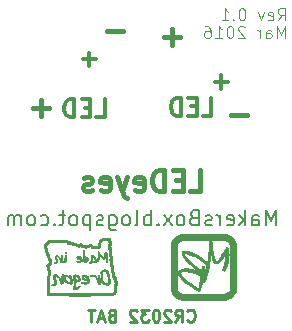
<source format=gbo>
G04 #@! TF.FileFunction,Legend,Bot*
%FSLAX46Y46*%
G04 Gerber Fmt 4.6, Leading zero omitted, Abs format (unit mm)*
G04 Created by KiCad (PCBNEW (2015-08-15 BZR 6092)-product) date 3/22/2016 8:17:34 PM*
%MOMM*%
G01*
G04 APERTURE LIST*
%ADD10C,0.150000*%
%ADD11C,0.100000*%
%ADD12C,0.300000*%
%ADD13C,0.444500*%
%ADD14C,0.177800*%
%ADD15C,0.254000*%
%ADD16C,0.381000*%
%ADD17C,0.002540*%
G04 APERTURE END LIST*
D10*
D11*
X153749476Y-110827381D02*
X154082810Y-110351190D01*
X154320905Y-110827381D02*
X154320905Y-109827381D01*
X153939952Y-109827381D01*
X153844714Y-109875000D01*
X153797095Y-109922619D01*
X153749476Y-110017857D01*
X153749476Y-110160714D01*
X153797095Y-110255952D01*
X153844714Y-110303571D01*
X153939952Y-110351190D01*
X154320905Y-110351190D01*
X152939952Y-110779762D02*
X153035190Y-110827381D01*
X153225667Y-110827381D01*
X153320905Y-110779762D01*
X153368524Y-110684524D01*
X153368524Y-110303571D01*
X153320905Y-110208333D01*
X153225667Y-110160714D01*
X153035190Y-110160714D01*
X152939952Y-110208333D01*
X152892333Y-110303571D01*
X152892333Y-110398810D01*
X153368524Y-110494048D01*
X152559000Y-110160714D02*
X152320905Y-110827381D01*
X152082809Y-110160714D01*
X150749476Y-109827381D02*
X150654237Y-109827381D01*
X150558999Y-109875000D01*
X150511380Y-109922619D01*
X150463761Y-110017857D01*
X150416142Y-110208333D01*
X150416142Y-110446429D01*
X150463761Y-110636905D01*
X150511380Y-110732143D01*
X150558999Y-110779762D01*
X150654237Y-110827381D01*
X150749476Y-110827381D01*
X150844714Y-110779762D01*
X150892333Y-110732143D01*
X150939952Y-110636905D01*
X150987571Y-110446429D01*
X150987571Y-110208333D01*
X150939952Y-110017857D01*
X150892333Y-109922619D01*
X150844714Y-109875000D01*
X150749476Y-109827381D01*
X149987571Y-110732143D02*
X149939952Y-110779762D01*
X149987571Y-110827381D01*
X150035190Y-110779762D01*
X149987571Y-110732143D01*
X149987571Y-110827381D01*
X148987571Y-110827381D02*
X149559000Y-110827381D01*
X149273286Y-110827381D02*
X149273286Y-109827381D01*
X149368524Y-109970238D01*
X149463762Y-110065476D01*
X149559000Y-110113095D01*
X154320905Y-112327381D02*
X154320905Y-111327381D01*
X153987571Y-112041667D01*
X153654238Y-111327381D01*
X153654238Y-112327381D01*
X152749476Y-112327381D02*
X152749476Y-111803571D01*
X152797095Y-111708333D01*
X152892333Y-111660714D01*
X153082810Y-111660714D01*
X153178048Y-111708333D01*
X152749476Y-112279762D02*
X152844714Y-112327381D01*
X153082810Y-112327381D01*
X153178048Y-112279762D01*
X153225667Y-112184524D01*
X153225667Y-112089286D01*
X153178048Y-111994048D01*
X153082810Y-111946429D01*
X152844714Y-111946429D01*
X152749476Y-111898810D01*
X152273286Y-112327381D02*
X152273286Y-111660714D01*
X152273286Y-111851190D02*
X152225667Y-111755952D01*
X152178048Y-111708333D01*
X152082810Y-111660714D01*
X151987571Y-111660714D01*
X150939952Y-111422619D02*
X150892333Y-111375000D01*
X150797095Y-111327381D01*
X150558999Y-111327381D01*
X150463761Y-111375000D01*
X150416142Y-111422619D01*
X150368523Y-111517857D01*
X150368523Y-111613095D01*
X150416142Y-111755952D01*
X150987571Y-112327381D01*
X150368523Y-112327381D01*
X149749476Y-111327381D02*
X149654237Y-111327381D01*
X149558999Y-111375000D01*
X149511380Y-111422619D01*
X149463761Y-111517857D01*
X149416142Y-111708333D01*
X149416142Y-111946429D01*
X149463761Y-112136905D01*
X149511380Y-112232143D01*
X149558999Y-112279762D01*
X149654237Y-112327381D01*
X149749476Y-112327381D01*
X149844714Y-112279762D01*
X149892333Y-112232143D01*
X149939952Y-112136905D01*
X149987571Y-111946429D01*
X149987571Y-111708333D01*
X149939952Y-111517857D01*
X149892333Y-111422619D01*
X149844714Y-111375000D01*
X149749476Y-111327381D01*
X148463761Y-112327381D02*
X149035190Y-112327381D01*
X148749476Y-112327381D02*
X148749476Y-111327381D01*
X148844714Y-111470238D01*
X148939952Y-111565476D01*
X149035190Y-111613095D01*
X147606618Y-111327381D02*
X147797095Y-111327381D01*
X147892333Y-111375000D01*
X147939952Y-111422619D01*
X148035190Y-111565476D01*
X148082809Y-111755952D01*
X148082809Y-112136905D01*
X148035190Y-112232143D01*
X147987571Y-112279762D01*
X147892333Y-112327381D01*
X147701856Y-112327381D01*
X147606618Y-112279762D01*
X147558999Y-112232143D01*
X147511380Y-112136905D01*
X147511380Y-111898810D01*
X147558999Y-111803571D01*
X147606618Y-111755952D01*
X147701856Y-111708333D01*
X147892333Y-111708333D01*
X147987571Y-111755952D01*
X148035190Y-111803571D01*
X148082809Y-111898810D01*
D12*
X137223572Y-114153143D02*
X138366429Y-114153143D01*
X137795000Y-114724571D02*
X137795000Y-113581714D01*
X148399572Y-116058143D02*
X149542429Y-116058143D01*
X148971000Y-116629571D02*
X148971000Y-115486714D01*
D13*
X133053667Y-118237000D02*
X134408334Y-118237000D01*
X133731001Y-117559667D02*
X133731001Y-118914333D01*
X139276667Y-111760000D02*
X140631334Y-111760000D01*
D12*
X138378285Y-119042571D02*
X139092571Y-119042571D01*
X139092571Y-117542571D01*
X137878285Y-118256857D02*
X137378285Y-118256857D01*
X137163999Y-119042571D02*
X137878285Y-119042571D01*
X137878285Y-117542571D01*
X137163999Y-117542571D01*
X136521142Y-119042571D02*
X136521142Y-117542571D01*
X136163999Y-117542571D01*
X135949714Y-117614000D01*
X135806856Y-117756857D01*
X135735428Y-117899714D01*
X135663999Y-118185429D01*
X135663999Y-118399714D01*
X135735428Y-118685429D01*
X135806856Y-118828286D01*
X135949714Y-118971143D01*
X136163999Y-119042571D01*
X136521142Y-119042571D01*
X147395285Y-118915571D02*
X148109571Y-118915571D01*
X148109571Y-117415571D01*
X146895285Y-118129857D02*
X146395285Y-118129857D01*
X146180999Y-118915571D02*
X146895285Y-118915571D01*
X146895285Y-117415571D01*
X146180999Y-117415571D01*
X145538142Y-118915571D02*
X145538142Y-117415571D01*
X145180999Y-117415571D01*
X144966714Y-117487000D01*
X144823856Y-117629857D01*
X144752428Y-117772714D01*
X144680999Y-118058429D01*
X144680999Y-118272714D01*
X144752428Y-118558429D01*
X144823856Y-118701286D01*
X144966714Y-118844143D01*
X145180999Y-118915571D01*
X145538142Y-118915571D01*
D13*
X149817667Y-118872000D02*
X151172334Y-118872000D01*
X144102667Y-112268000D02*
X145457334Y-112268000D01*
X144780001Y-111590667D02*
X144780001Y-112945333D01*
D14*
X153579286Y-128209524D02*
X153579286Y-126939524D01*
X153155953Y-127846667D01*
X152732619Y-126939524D01*
X152732619Y-128209524D01*
X151583571Y-128209524D02*
X151583571Y-127544286D01*
X151644048Y-127423333D01*
X151765000Y-127362857D01*
X152006905Y-127362857D01*
X152127857Y-127423333D01*
X151583571Y-128149048D02*
X151704524Y-128209524D01*
X152006905Y-128209524D01*
X152127857Y-128149048D01*
X152188333Y-128028095D01*
X152188333Y-127907143D01*
X152127857Y-127786190D01*
X152006905Y-127725714D01*
X151704524Y-127725714D01*
X151583571Y-127665238D01*
X150978809Y-128209524D02*
X150978809Y-126939524D01*
X150857857Y-127725714D02*
X150495000Y-128209524D01*
X150495000Y-127362857D02*
X150978809Y-127846667D01*
X149466905Y-128149048D02*
X149587857Y-128209524D01*
X149829762Y-128209524D01*
X149950714Y-128149048D01*
X150011190Y-128028095D01*
X150011190Y-127544286D01*
X149950714Y-127423333D01*
X149829762Y-127362857D01*
X149587857Y-127362857D01*
X149466905Y-127423333D01*
X149406428Y-127544286D01*
X149406428Y-127665238D01*
X150011190Y-127786190D01*
X148862143Y-128209524D02*
X148862143Y-127362857D01*
X148862143Y-127604762D02*
X148801667Y-127483810D01*
X148741191Y-127423333D01*
X148620238Y-127362857D01*
X148499286Y-127362857D01*
X148136429Y-128149048D02*
X148015477Y-128209524D01*
X147773572Y-128209524D01*
X147652620Y-128149048D01*
X147592144Y-128028095D01*
X147592144Y-127967619D01*
X147652620Y-127846667D01*
X147773572Y-127786190D01*
X147955001Y-127786190D01*
X148075953Y-127725714D01*
X148136429Y-127604762D01*
X148136429Y-127544286D01*
X148075953Y-127423333D01*
X147955001Y-127362857D01*
X147773572Y-127362857D01*
X147652620Y-127423333D01*
X146624525Y-127544286D02*
X146443096Y-127604762D01*
X146382620Y-127665238D01*
X146322144Y-127786190D01*
X146322144Y-127967619D01*
X146382620Y-128088571D01*
X146443096Y-128149048D01*
X146564049Y-128209524D01*
X147047858Y-128209524D01*
X147047858Y-126939524D01*
X146624525Y-126939524D01*
X146503572Y-127000000D01*
X146443096Y-127060476D01*
X146382620Y-127181429D01*
X146382620Y-127302381D01*
X146443096Y-127423333D01*
X146503572Y-127483810D01*
X146624525Y-127544286D01*
X147047858Y-127544286D01*
X145596429Y-128209524D02*
X145717382Y-128149048D01*
X145777858Y-128088571D01*
X145838334Y-127967619D01*
X145838334Y-127604762D01*
X145777858Y-127483810D01*
X145717382Y-127423333D01*
X145596429Y-127362857D01*
X145415001Y-127362857D01*
X145294049Y-127423333D01*
X145233572Y-127483810D01*
X145173096Y-127604762D01*
X145173096Y-127967619D01*
X145233572Y-128088571D01*
X145294049Y-128149048D01*
X145415001Y-128209524D01*
X145596429Y-128209524D01*
X144749762Y-128209524D02*
X144084524Y-127362857D01*
X144749762Y-127362857D02*
X144084524Y-128209524D01*
X143600715Y-128088571D02*
X143540239Y-128149048D01*
X143600715Y-128209524D01*
X143661191Y-128149048D01*
X143600715Y-128088571D01*
X143600715Y-128209524D01*
X142995953Y-128209524D02*
X142995953Y-126939524D01*
X142995953Y-127423333D02*
X142875001Y-127362857D01*
X142633096Y-127362857D01*
X142512144Y-127423333D01*
X142451667Y-127483810D01*
X142391191Y-127604762D01*
X142391191Y-127967619D01*
X142451667Y-128088571D01*
X142512144Y-128149048D01*
X142633096Y-128209524D01*
X142875001Y-128209524D01*
X142995953Y-128149048D01*
X141665476Y-128209524D02*
X141786429Y-128149048D01*
X141846905Y-128028095D01*
X141846905Y-126939524D01*
X141000238Y-128209524D02*
X141121191Y-128149048D01*
X141181667Y-128088571D01*
X141242143Y-127967619D01*
X141242143Y-127604762D01*
X141181667Y-127483810D01*
X141121191Y-127423333D01*
X141000238Y-127362857D01*
X140818810Y-127362857D01*
X140697858Y-127423333D01*
X140637381Y-127483810D01*
X140576905Y-127604762D01*
X140576905Y-127967619D01*
X140637381Y-128088571D01*
X140697858Y-128149048D01*
X140818810Y-128209524D01*
X141000238Y-128209524D01*
X139488333Y-127362857D02*
X139488333Y-128390952D01*
X139548810Y-128511905D01*
X139609286Y-128572381D01*
X139730238Y-128632857D01*
X139911667Y-128632857D01*
X140032619Y-128572381D01*
X139488333Y-128149048D02*
X139609286Y-128209524D01*
X139851190Y-128209524D01*
X139972143Y-128149048D01*
X140032619Y-128088571D01*
X140093095Y-127967619D01*
X140093095Y-127604762D01*
X140032619Y-127483810D01*
X139972143Y-127423333D01*
X139851190Y-127362857D01*
X139609286Y-127362857D01*
X139488333Y-127423333D01*
X138944047Y-128149048D02*
X138823095Y-128209524D01*
X138581190Y-128209524D01*
X138460238Y-128149048D01*
X138399762Y-128028095D01*
X138399762Y-127967619D01*
X138460238Y-127846667D01*
X138581190Y-127786190D01*
X138762619Y-127786190D01*
X138883571Y-127725714D01*
X138944047Y-127604762D01*
X138944047Y-127544286D01*
X138883571Y-127423333D01*
X138762619Y-127362857D01*
X138581190Y-127362857D01*
X138460238Y-127423333D01*
X137855476Y-127362857D02*
X137855476Y-128632857D01*
X137855476Y-127423333D02*
X137734524Y-127362857D01*
X137492619Y-127362857D01*
X137371667Y-127423333D01*
X137311190Y-127483810D01*
X137250714Y-127604762D01*
X137250714Y-127967619D01*
X137311190Y-128088571D01*
X137371667Y-128149048D01*
X137492619Y-128209524D01*
X137734524Y-128209524D01*
X137855476Y-128149048D01*
X136524999Y-128209524D02*
X136645952Y-128149048D01*
X136706428Y-128088571D01*
X136766904Y-127967619D01*
X136766904Y-127604762D01*
X136706428Y-127483810D01*
X136645952Y-127423333D01*
X136524999Y-127362857D01*
X136343571Y-127362857D01*
X136222619Y-127423333D01*
X136162142Y-127483810D01*
X136101666Y-127604762D01*
X136101666Y-127967619D01*
X136162142Y-128088571D01*
X136222619Y-128149048D01*
X136343571Y-128209524D01*
X136524999Y-128209524D01*
X135738809Y-127362857D02*
X135254999Y-127362857D01*
X135557380Y-126939524D02*
X135557380Y-128028095D01*
X135496904Y-128149048D01*
X135375951Y-128209524D01*
X135254999Y-128209524D01*
X134831666Y-128088571D02*
X134771190Y-128149048D01*
X134831666Y-128209524D01*
X134892142Y-128149048D01*
X134831666Y-128088571D01*
X134831666Y-128209524D01*
X133682618Y-128149048D02*
X133803571Y-128209524D01*
X134045475Y-128209524D01*
X134166428Y-128149048D01*
X134226904Y-128088571D01*
X134287380Y-127967619D01*
X134287380Y-127604762D01*
X134226904Y-127483810D01*
X134166428Y-127423333D01*
X134045475Y-127362857D01*
X133803571Y-127362857D01*
X133682618Y-127423333D01*
X132956904Y-128209524D02*
X133077857Y-128149048D01*
X133138333Y-128088571D01*
X133198809Y-127967619D01*
X133198809Y-127604762D01*
X133138333Y-127483810D01*
X133077857Y-127423333D01*
X132956904Y-127362857D01*
X132775476Y-127362857D01*
X132654524Y-127423333D01*
X132594047Y-127483810D01*
X132533571Y-127604762D01*
X132533571Y-127967619D01*
X132594047Y-128088571D01*
X132654524Y-128149048D01*
X132775476Y-128209524D01*
X132956904Y-128209524D01*
X131989285Y-128209524D02*
X131989285Y-127362857D01*
X131989285Y-127483810D02*
X131928809Y-127423333D01*
X131807856Y-127362857D01*
X131626428Y-127362857D01*
X131505476Y-127423333D01*
X131444999Y-127544286D01*
X131444999Y-128209524D01*
X131444999Y-127544286D02*
X131384523Y-127423333D01*
X131263571Y-127362857D01*
X131082142Y-127362857D01*
X130961190Y-127423333D01*
X130900714Y-127544286D01*
X130900714Y-128209524D01*
D15*
X146086285Y-136252857D02*
X146134666Y-136301238D01*
X146279809Y-136349619D01*
X146376571Y-136349619D01*
X146521713Y-136301238D01*
X146618475Y-136204476D01*
X146666856Y-136107714D01*
X146715237Y-135914190D01*
X146715237Y-135769048D01*
X146666856Y-135575524D01*
X146618475Y-135478762D01*
X146521713Y-135382000D01*
X146376571Y-135333619D01*
X146279809Y-135333619D01*
X146134666Y-135382000D01*
X146086285Y-135430381D01*
X145070285Y-136349619D02*
X145408951Y-135865810D01*
X145650856Y-136349619D02*
X145650856Y-135333619D01*
X145263809Y-135333619D01*
X145167047Y-135382000D01*
X145118666Y-135430381D01*
X145070285Y-135527143D01*
X145070285Y-135672286D01*
X145118666Y-135769048D01*
X145167047Y-135817429D01*
X145263809Y-135865810D01*
X145650856Y-135865810D01*
X144683237Y-135430381D02*
X144634856Y-135382000D01*
X144538094Y-135333619D01*
X144296190Y-135333619D01*
X144199428Y-135382000D01*
X144151047Y-135430381D01*
X144102666Y-135527143D01*
X144102666Y-135623905D01*
X144151047Y-135769048D01*
X144731618Y-136349619D01*
X144102666Y-136349619D01*
X143473713Y-135333619D02*
X143376952Y-135333619D01*
X143280190Y-135382000D01*
X143231809Y-135430381D01*
X143183428Y-135527143D01*
X143135047Y-135720667D01*
X143135047Y-135962571D01*
X143183428Y-136156095D01*
X143231809Y-136252857D01*
X143280190Y-136301238D01*
X143376952Y-136349619D01*
X143473713Y-136349619D01*
X143570475Y-136301238D01*
X143618856Y-136252857D01*
X143667237Y-136156095D01*
X143715618Y-135962571D01*
X143715618Y-135720667D01*
X143667237Y-135527143D01*
X143618856Y-135430381D01*
X143570475Y-135382000D01*
X143473713Y-135333619D01*
X142796380Y-135333619D02*
X142167428Y-135333619D01*
X142506094Y-135720667D01*
X142360952Y-135720667D01*
X142264190Y-135769048D01*
X142215809Y-135817429D01*
X142167428Y-135914190D01*
X142167428Y-136156095D01*
X142215809Y-136252857D01*
X142264190Y-136301238D01*
X142360952Y-136349619D01*
X142651237Y-136349619D01*
X142747999Y-136301238D01*
X142796380Y-136252857D01*
X141780380Y-135430381D02*
X141731999Y-135382000D01*
X141635237Y-135333619D01*
X141393333Y-135333619D01*
X141296571Y-135382000D01*
X141248190Y-135430381D01*
X141199809Y-135527143D01*
X141199809Y-135623905D01*
X141248190Y-135769048D01*
X141828761Y-136349619D01*
X141199809Y-136349619D01*
X139651619Y-135817429D02*
X139506476Y-135865810D01*
X139458095Y-135914190D01*
X139409714Y-136010952D01*
X139409714Y-136156095D01*
X139458095Y-136252857D01*
X139506476Y-136301238D01*
X139603238Y-136349619D01*
X139990285Y-136349619D01*
X139990285Y-135333619D01*
X139651619Y-135333619D01*
X139554857Y-135382000D01*
X139506476Y-135430381D01*
X139458095Y-135527143D01*
X139458095Y-135623905D01*
X139506476Y-135720667D01*
X139554857Y-135769048D01*
X139651619Y-135817429D01*
X139990285Y-135817429D01*
X139022666Y-136059333D02*
X138538857Y-136059333D01*
X139119428Y-136349619D02*
X138780761Y-135333619D01*
X138442095Y-136349619D01*
X138248571Y-135333619D02*
X137668000Y-135333619D01*
X137958285Y-136349619D02*
X137958285Y-135333619D01*
D16*
X146304000Y-125264333D02*
X147150667Y-125264333D01*
X147150667Y-123486333D01*
X145711334Y-124333000D02*
X145118667Y-124333000D01*
X144864667Y-125264333D02*
X145711334Y-125264333D01*
X145711334Y-123486333D01*
X144864667Y-123486333D01*
X144102667Y-125264333D02*
X144102667Y-123486333D01*
X143679333Y-123486333D01*
X143425333Y-123571000D01*
X143256000Y-123740333D01*
X143171333Y-123909667D01*
X143086667Y-124248333D01*
X143086667Y-124502333D01*
X143171333Y-124841000D01*
X143256000Y-125010333D01*
X143425333Y-125179667D01*
X143679333Y-125264333D01*
X144102667Y-125264333D01*
X141647333Y-125179667D02*
X141816667Y-125264333D01*
X142155333Y-125264333D01*
X142324667Y-125179667D01*
X142409333Y-125010333D01*
X142409333Y-124333000D01*
X142324667Y-124163667D01*
X142155333Y-124079000D01*
X141816667Y-124079000D01*
X141647333Y-124163667D01*
X141562667Y-124333000D01*
X141562667Y-124502333D01*
X142409333Y-124671667D01*
X140970000Y-124079000D02*
X140546667Y-125264333D01*
X140123333Y-124079000D02*
X140546667Y-125264333D01*
X140716000Y-125687667D01*
X140800667Y-125772333D01*
X140970000Y-125857000D01*
X138768666Y-125179667D02*
X138938000Y-125264333D01*
X139276666Y-125264333D01*
X139446000Y-125179667D01*
X139530666Y-125010333D01*
X139530666Y-124333000D01*
X139446000Y-124163667D01*
X139276666Y-124079000D01*
X138938000Y-124079000D01*
X138768666Y-124163667D01*
X138684000Y-124333000D01*
X138684000Y-124502333D01*
X139530666Y-124671667D01*
X138006666Y-125179667D02*
X137837333Y-125264333D01*
X137498666Y-125264333D01*
X137329333Y-125179667D01*
X137244666Y-125010333D01*
X137244666Y-124925667D01*
X137329333Y-124756333D01*
X137498666Y-124671667D01*
X137752666Y-124671667D01*
X137922000Y-124587000D01*
X138006666Y-124417667D01*
X138006666Y-124333000D01*
X137922000Y-124163667D01*
X137752666Y-124079000D01*
X137498666Y-124079000D01*
X137329333Y-124163667D01*
D17*
G36*
X133936740Y-129938780D02*
X133936740Y-129976880D01*
X133939280Y-130002280D01*
X133941820Y-130025140D01*
X133946900Y-130042920D01*
X133957060Y-130063240D01*
X133959600Y-130070860D01*
X133972300Y-130098800D01*
X133982460Y-130124200D01*
X133992620Y-130154680D01*
X134002780Y-130190240D01*
X134012940Y-130235960D01*
X134025640Y-130289300D01*
X134030720Y-130307080D01*
X134045960Y-130380740D01*
X134063740Y-130441700D01*
X134078980Y-130495040D01*
X134099300Y-130540760D01*
X134119620Y-130581400D01*
X134119620Y-129951480D01*
X134119620Y-129936240D01*
X134122160Y-129923540D01*
X134129780Y-129910840D01*
X134142480Y-129895600D01*
X134165340Y-129877820D01*
X134175500Y-129867660D01*
X134203440Y-129844800D01*
X134228840Y-129819400D01*
X134246620Y-129796540D01*
X134254240Y-129788920D01*
X134266940Y-129771140D01*
X134287260Y-129745740D01*
X134312660Y-129715260D01*
X134338060Y-129684780D01*
X134340600Y-129682240D01*
X134363460Y-129654300D01*
X134383780Y-129628900D01*
X134396480Y-129611120D01*
X134404100Y-129600960D01*
X134404100Y-129598420D01*
X134409180Y-129593340D01*
X134426960Y-129593340D01*
X134452360Y-129593340D01*
X134482840Y-129598420D01*
X134513320Y-129603500D01*
X134523480Y-129606040D01*
X134536180Y-129608580D01*
X134548880Y-129613660D01*
X134564120Y-129613660D01*
X134581900Y-129616200D01*
X134607300Y-129618740D01*
X134640320Y-129621280D01*
X134678420Y-129621280D01*
X134726680Y-129623820D01*
X134785100Y-129623820D01*
X134856220Y-129626360D01*
X134940040Y-129628900D01*
X134993380Y-129628900D01*
X135079740Y-129631440D01*
X135166100Y-129631440D01*
X135252460Y-129633980D01*
X135336280Y-129633980D01*
X135415020Y-129636520D01*
X135486140Y-129636520D01*
X135549640Y-129636520D01*
X135597900Y-129636520D01*
X135610600Y-129636520D01*
X135803640Y-129636520D01*
X135864600Y-129697480D01*
X135925560Y-129755900D01*
X135966200Y-129755900D01*
X135994140Y-129755900D01*
X136029700Y-129753360D01*
X136057640Y-129748280D01*
X136090660Y-129745740D01*
X136121140Y-129748280D01*
X136154160Y-129753360D01*
X136194800Y-129763520D01*
X136240520Y-129781300D01*
X136296400Y-129804160D01*
X136311640Y-129809240D01*
X136354820Y-129829560D01*
X136387840Y-129842260D01*
X136415780Y-129849880D01*
X136441180Y-129854960D01*
X136469120Y-129860040D01*
X136486900Y-129862580D01*
X136532620Y-129867660D01*
X136568180Y-129872740D01*
X136596120Y-129880360D01*
X136616440Y-129890520D01*
X136636760Y-129903220D01*
X136657080Y-129923540D01*
X136659620Y-129926080D01*
X136682480Y-129946400D01*
X136707880Y-129964180D01*
X136725660Y-129976880D01*
X136725660Y-129976880D01*
X136745980Y-129981960D01*
X136776460Y-129987040D01*
X136812020Y-129994660D01*
X136850120Y-129997200D01*
X136883140Y-130002280D01*
X136908540Y-130002280D01*
X136923780Y-129999740D01*
X136936480Y-129992120D01*
X136959340Y-129979420D01*
X136979660Y-129961640D01*
X137002520Y-129941320D01*
X137017760Y-129933700D01*
X137027920Y-129931160D01*
X137033000Y-129933700D01*
X137043160Y-129941320D01*
X137063480Y-129954020D01*
X137091420Y-129971800D01*
X137121900Y-129992120D01*
X137129520Y-129997200D01*
X137215880Y-130050540D01*
X137292080Y-130053080D01*
X137327640Y-130055620D01*
X137350500Y-130058160D01*
X137363200Y-130060700D01*
X137373360Y-130065780D01*
X137378440Y-130073400D01*
X137380980Y-130078480D01*
X137401300Y-130101340D01*
X137429240Y-130116580D01*
X137459720Y-130124200D01*
X137464800Y-130124200D01*
X137492740Y-130116580D01*
X137520680Y-130098800D01*
X137548620Y-130068320D01*
X137558780Y-130055620D01*
X137571480Y-130042920D01*
X137579100Y-130032760D01*
X137589260Y-130025140D01*
X137601960Y-130017520D01*
X137622280Y-130014980D01*
X137647680Y-130009900D01*
X137685780Y-130004820D01*
X137734040Y-130002280D01*
X137749280Y-129999740D01*
X137858500Y-129989580D01*
X137888980Y-130017520D01*
X137924540Y-130050540D01*
X137960100Y-130075940D01*
X137990580Y-130096260D01*
X138000740Y-130101340D01*
X138023600Y-130106420D01*
X138056620Y-130111500D01*
X138099800Y-130116580D01*
X138145520Y-130121660D01*
X138196320Y-130126740D01*
X138244580Y-130129280D01*
X138290300Y-130129280D01*
X138292840Y-130129280D01*
X138341100Y-130129280D01*
X138384280Y-130124200D01*
X138427460Y-130119120D01*
X138475720Y-130108960D01*
X138521440Y-130098800D01*
X138554460Y-130088640D01*
X138579860Y-130075940D01*
X138602720Y-130063240D01*
X138625580Y-130042920D01*
X138650980Y-130017520D01*
X138668760Y-129997200D01*
X138684000Y-129976880D01*
X138691620Y-129954020D01*
X138699240Y-129926080D01*
X138706860Y-129890520D01*
X138709400Y-129847340D01*
X138714480Y-129796540D01*
X138722100Y-129717800D01*
X138734800Y-129649220D01*
X138755120Y-129593340D01*
X138780520Y-129547620D01*
X138783060Y-129542540D01*
X138808460Y-129517140D01*
X138846560Y-129489200D01*
X138859260Y-129481580D01*
X138887200Y-129468880D01*
X138910060Y-129458720D01*
X138927840Y-129456180D01*
X138950700Y-129456180D01*
X138953240Y-129456180D01*
X138991340Y-129456180D01*
X139034520Y-129448560D01*
X139065000Y-129440940D01*
X139103100Y-129428240D01*
X139131040Y-129423160D01*
X139148820Y-129420620D01*
X139164060Y-129425700D01*
X139179300Y-129430780D01*
X139186920Y-129435860D01*
X139217400Y-129451100D01*
X139260580Y-129456180D01*
X139308840Y-129451100D01*
X139324080Y-129446020D01*
X139346940Y-129440940D01*
X139367260Y-129435860D01*
X139374880Y-129435860D01*
X139374880Y-129440940D01*
X139377420Y-129461260D01*
X139377420Y-129484120D01*
X139377420Y-129486660D01*
X139377420Y-129514600D01*
X139379960Y-129534920D01*
X139385040Y-129552700D01*
X139397740Y-129570480D01*
X139420600Y-129603500D01*
X139412980Y-129722880D01*
X139410440Y-129768600D01*
X139405360Y-129801620D01*
X139402820Y-129827020D01*
X139397740Y-129844800D01*
X139392660Y-129860040D01*
X139385040Y-129875280D01*
X139379960Y-129882900D01*
X139364720Y-129913380D01*
X139357100Y-129941320D01*
X139357100Y-129961640D01*
X139354560Y-129989580D01*
X139352020Y-130012440D01*
X139349480Y-130020060D01*
X139346940Y-130037840D01*
X139341860Y-130063240D01*
X139341860Y-130096260D01*
X139341860Y-130108960D01*
X139341860Y-130141980D01*
X139341860Y-130162300D01*
X139346940Y-130177540D01*
X139354560Y-130187700D01*
X139364720Y-130200400D01*
X139367260Y-130202940D01*
X139387580Y-130218180D01*
X139407900Y-130225800D01*
X139410440Y-130228340D01*
X139420600Y-130228340D01*
X139425680Y-130233420D01*
X139430760Y-130248660D01*
X139433300Y-130274060D01*
X139435840Y-130307080D01*
X139438380Y-130345180D01*
X139438380Y-130368040D01*
X139440920Y-130411220D01*
X139446000Y-130467100D01*
X139453620Y-130538220D01*
X139466320Y-130624580D01*
X139484100Y-130723640D01*
X139484100Y-130731260D01*
X139491720Y-130774440D01*
X139496800Y-130815080D01*
X139501880Y-130845560D01*
X139504420Y-130868420D01*
X139506960Y-130876040D01*
X139506960Y-130888740D01*
X139504420Y-130911600D01*
X139504420Y-130942080D01*
X139501880Y-130972560D01*
X139501880Y-131005580D01*
X139499340Y-131036060D01*
X139496800Y-131056380D01*
X139494260Y-131064000D01*
X139484100Y-131089400D01*
X139481560Y-131119880D01*
X139484100Y-131150360D01*
X139494260Y-131175760D01*
X139509500Y-131188460D01*
X139517120Y-131201160D01*
X139524740Y-131226560D01*
X139534900Y-131267200D01*
X139542520Y-131323080D01*
X139552680Y-131391660D01*
X139560300Y-131470400D01*
X139565380Y-131531360D01*
X139570460Y-131584700D01*
X139575540Y-131635500D01*
X139580620Y-131678680D01*
X139585700Y-131714240D01*
X139588240Y-131739640D01*
X139590780Y-131752340D01*
X139600940Y-131772660D01*
X139611100Y-131800600D01*
X139621260Y-131826000D01*
X139628880Y-131846320D01*
X139636500Y-131861560D01*
X139639040Y-131879340D01*
X139641580Y-131899660D01*
X139641580Y-131925060D01*
X139639040Y-131958080D01*
X139636500Y-132003800D01*
X139636500Y-132024120D01*
X139633960Y-132069840D01*
X139633960Y-132105400D01*
X139639040Y-132133340D01*
X139646660Y-132158740D01*
X139659360Y-132186680D01*
X139679680Y-132219700D01*
X139697460Y-132257800D01*
X139707620Y-132285740D01*
X139712700Y-132313680D01*
X139707620Y-132341620D01*
X139697460Y-132379720D01*
X139692380Y-132389880D01*
X139679680Y-132427980D01*
X139672060Y-132458460D01*
X139672060Y-132478780D01*
X139674600Y-132496560D01*
X139682220Y-132511800D01*
X139682220Y-132514340D01*
X139697460Y-132529580D01*
X139722860Y-132547360D01*
X139753340Y-132565140D01*
X139786360Y-132577840D01*
X139806680Y-132585460D01*
X139827000Y-132590540D01*
X139827000Y-132679440D01*
X139827000Y-132770880D01*
X139857480Y-132834380D01*
X139890500Y-132902960D01*
X139915900Y-132961380D01*
X139936220Y-133009640D01*
X139948920Y-133045200D01*
X139954000Y-133065520D01*
X139956540Y-133083300D01*
X139956540Y-133098540D01*
X139948920Y-133113780D01*
X139933680Y-133134100D01*
X139933680Y-133136640D01*
X139905740Y-133177280D01*
X139882880Y-133215380D01*
X139865100Y-133261100D01*
X139857480Y-133289040D01*
X139842240Y-133342380D01*
X139865100Y-133441440D01*
X139880340Y-133507480D01*
X139887960Y-133560820D01*
X139893040Y-133606540D01*
X139893040Y-133647180D01*
X139885420Y-133685280D01*
X139875260Y-133723380D01*
X139875260Y-133723380D01*
X139860020Y-133766560D01*
X139847320Y-133804660D01*
X139832080Y-133837680D01*
X139821920Y-133860540D01*
X139811760Y-133870700D01*
X139811760Y-133873240D01*
X139801600Y-133875780D01*
X139781280Y-133883400D01*
X139773660Y-133888480D01*
X139750800Y-133896100D01*
X139715240Y-133903720D01*
X139666980Y-133908800D01*
X139606020Y-133911340D01*
X139529820Y-133913880D01*
X139440920Y-133916420D01*
X139339320Y-133916420D01*
X139329160Y-133916420D01*
X139273280Y-133918960D01*
X139207240Y-133918960D01*
X139133580Y-133921500D01*
X139054840Y-133921500D01*
X138976100Y-133924040D01*
X138902440Y-133929120D01*
X138882120Y-133929120D01*
X138645900Y-133936740D01*
X138419840Y-133946900D01*
X138196320Y-133951980D01*
X137972800Y-133957060D01*
X137751820Y-133962140D01*
X137528300Y-133964680D01*
X137302240Y-133967220D01*
X137068560Y-133967220D01*
X136829800Y-133967220D01*
X136578340Y-133967220D01*
X136316720Y-133964680D01*
X136184640Y-133962140D01*
X135999220Y-133959600D01*
X135829040Y-133957060D01*
X135671560Y-133954520D01*
X135526780Y-133951980D01*
X135392160Y-133949440D01*
X135267700Y-133946900D01*
X135150860Y-133944360D01*
X135044180Y-133941820D01*
X134945120Y-133936740D01*
X134853680Y-133934200D01*
X134764780Y-133931660D01*
X134680960Y-133926580D01*
X134635240Y-133924040D01*
X134571740Y-133921500D01*
X134513320Y-133916420D01*
X134459980Y-133913880D01*
X134414260Y-133911340D01*
X134381240Y-133908800D01*
X134358380Y-133908800D01*
X134345680Y-133908800D01*
X134345680Y-133908800D01*
X134345680Y-133901180D01*
X134348220Y-133878320D01*
X134348220Y-133845300D01*
X134350760Y-133797040D01*
X134353300Y-133738620D01*
X134355840Y-133670040D01*
X134360920Y-133591300D01*
X134363460Y-133504940D01*
X134368540Y-133408420D01*
X134373620Y-133306820D01*
X134376160Y-133200140D01*
X134381240Y-133085840D01*
X134388860Y-132969000D01*
X134388860Y-132953760D01*
X134393940Y-132814060D01*
X134399020Y-132687060D01*
X134404100Y-132572760D01*
X134409180Y-132471160D01*
X134414260Y-132382260D01*
X134416800Y-132303520D01*
X134419340Y-132237480D01*
X134421880Y-132176520D01*
X134421880Y-132128260D01*
X134421880Y-132085080D01*
X134421880Y-132052060D01*
X134421880Y-132021580D01*
X134421880Y-131998720D01*
X134419340Y-131980940D01*
X134416800Y-131965700D01*
X134414260Y-131955540D01*
X134411720Y-131945380D01*
X134406640Y-131937760D01*
X134401560Y-131932680D01*
X134396480Y-131925060D01*
X134391400Y-131917440D01*
X134378700Y-131902200D01*
X134371080Y-131886960D01*
X134368540Y-131871720D01*
X134371080Y-131846320D01*
X134371080Y-131836160D01*
X134371080Y-131800600D01*
X134368540Y-131767580D01*
X134358380Y-131726940D01*
X134358380Y-131724400D01*
X134345680Y-131681220D01*
X134338060Y-131650740D01*
X134335520Y-131627880D01*
X134335520Y-131615180D01*
X134338060Y-131605020D01*
X134345680Y-131599940D01*
X134345680Y-131597400D01*
X134363460Y-131592320D01*
X134386320Y-131584700D01*
X134396480Y-131584700D01*
X134424420Y-131577080D01*
X134447280Y-131566920D01*
X134467600Y-131551680D01*
X134485380Y-131528820D01*
X134508240Y-131493260D01*
X134526020Y-131457700D01*
X134569200Y-131368800D01*
X134561580Y-131290060D01*
X134556500Y-131259580D01*
X134551420Y-131231640D01*
X134543800Y-131206240D01*
X134536180Y-131178300D01*
X134523480Y-131142740D01*
X134503160Y-131099560D01*
X134498080Y-131086860D01*
X134477760Y-131036060D01*
X134454900Y-130985260D01*
X134432040Y-130931920D01*
X134411720Y-130886200D01*
X134401560Y-130868420D01*
X134386320Y-130830320D01*
X134373620Y-130802380D01*
X134366000Y-130782060D01*
X134363460Y-130769360D01*
X134366000Y-130759200D01*
X134366000Y-130749040D01*
X134373620Y-130723640D01*
X134373620Y-130693160D01*
X134363460Y-130660140D01*
X134345680Y-130619500D01*
X134320280Y-130571240D01*
X134317740Y-130568700D01*
X134294880Y-130528060D01*
X134274560Y-130492500D01*
X134259320Y-130462020D01*
X134249160Y-130431540D01*
X134236460Y-130398520D01*
X134226300Y-130357880D01*
X134216140Y-130312160D01*
X134205980Y-130266440D01*
X134190740Y-130202940D01*
X134178040Y-130152140D01*
X134167880Y-130111500D01*
X134157720Y-130078480D01*
X134147560Y-130050540D01*
X134139940Y-130027680D01*
X134132320Y-130017520D01*
X134124700Y-129989580D01*
X134119620Y-129959100D01*
X134119620Y-129951480D01*
X134119620Y-130581400D01*
X134122160Y-130583940D01*
X134127240Y-130599180D01*
X134145020Y-130627120D01*
X134155180Y-130649980D01*
X134160260Y-130662680D01*
X134160260Y-130672840D01*
X134155180Y-130683000D01*
X134152640Y-130700780D01*
X134150100Y-130718560D01*
X134155180Y-130741420D01*
X134162800Y-130769360D01*
X134178040Y-130804920D01*
X134198360Y-130853180D01*
X134213600Y-130883660D01*
X134249160Y-130964940D01*
X134284720Y-131041140D01*
X134312660Y-131109720D01*
X134338060Y-131170680D01*
X134358380Y-131221480D01*
X134371080Y-131262120D01*
X134378700Y-131290060D01*
X134378700Y-131292600D01*
X134383780Y-131320540D01*
X134381240Y-131338320D01*
X134376160Y-131358640D01*
X134368540Y-131371340D01*
X134358380Y-131391660D01*
X134345680Y-131404360D01*
X134330440Y-131411980D01*
X134307580Y-131417060D01*
X134294880Y-131419600D01*
X134279640Y-131422140D01*
X134261860Y-131432300D01*
X134244080Y-131447540D01*
X134216140Y-131472940D01*
X134208520Y-131483100D01*
X134183120Y-131508500D01*
X134165340Y-131526280D01*
X134155180Y-131538980D01*
X134150100Y-131551680D01*
X134150100Y-131566920D01*
X134150100Y-131577080D01*
X134152640Y-131630420D01*
X134165340Y-131691380D01*
X134180580Y-131754880D01*
X134188200Y-131782820D01*
X134190740Y-131805680D01*
X134190740Y-131828540D01*
X134188200Y-131859020D01*
X134185660Y-131864100D01*
X134183120Y-131897120D01*
X134183120Y-131925060D01*
X134190740Y-131947920D01*
X134208520Y-131975860D01*
X134226300Y-131998720D01*
X134249160Y-132026660D01*
X134205980Y-133007100D01*
X134200900Y-133126480D01*
X134195820Y-133243320D01*
X134190740Y-133355080D01*
X134185660Y-133461760D01*
X134183120Y-133560820D01*
X134178040Y-133652260D01*
X134175500Y-133736080D01*
X134172960Y-133809740D01*
X134170420Y-133873240D01*
X134167880Y-133926580D01*
X134167880Y-133967220D01*
X134167880Y-133995160D01*
X134167880Y-134010400D01*
X134167880Y-134010400D01*
X134178040Y-134035800D01*
X134198360Y-134058660D01*
X134221220Y-134073900D01*
X134226300Y-134076440D01*
X134239000Y-134078980D01*
X134266940Y-134081520D01*
X134305040Y-134084060D01*
X134353300Y-134089140D01*
X134411720Y-134091680D01*
X134475220Y-134096760D01*
X134548880Y-134099300D01*
X134625080Y-134104380D01*
X134706360Y-134106920D01*
X134787640Y-134112000D01*
X134871460Y-134114540D01*
X134952740Y-134117080D01*
X135034020Y-134119620D01*
X135110220Y-134122160D01*
X135181340Y-134124700D01*
X135224520Y-134127240D01*
X135285480Y-134127240D01*
X135359140Y-134129780D01*
X135442960Y-134129780D01*
X135534400Y-134132320D01*
X135636000Y-134134860D01*
X135742680Y-134134860D01*
X135851900Y-134137400D01*
X135966200Y-134137400D01*
X136077960Y-134139940D01*
X136187180Y-134142480D01*
X136230360Y-134142480D01*
X136331960Y-134142480D01*
X136433560Y-134145020D01*
X136532620Y-134145020D01*
X136629140Y-134147560D01*
X136718040Y-134147560D01*
X136801860Y-134147560D01*
X136875520Y-134150100D01*
X136939020Y-134150100D01*
X136992360Y-134150100D01*
X137033000Y-134150100D01*
X137055860Y-134150100D01*
X137091420Y-134150100D01*
X137142220Y-134150100D01*
X137203180Y-134150100D01*
X137274300Y-134150100D01*
X137350500Y-134150100D01*
X137431780Y-134147560D01*
X137515600Y-134147560D01*
X137599420Y-134145020D01*
X137634980Y-134145020D01*
X137789920Y-134142480D01*
X137939780Y-134137400D01*
X138087100Y-134134860D01*
X138226800Y-134129780D01*
X138358880Y-134127240D01*
X138483340Y-134122160D01*
X138597640Y-134119620D01*
X138699240Y-134117080D01*
X138785600Y-134112000D01*
X138803380Y-134112000D01*
X138859260Y-134109460D01*
X138925300Y-134106920D01*
X138996420Y-134106920D01*
X139067540Y-134104380D01*
X139136120Y-134104380D01*
X139161520Y-134104380D01*
X139227560Y-134104380D01*
X139301220Y-134101840D01*
X139382500Y-134101840D01*
X139461240Y-134096760D01*
X139537440Y-134094220D01*
X139575540Y-134094220D01*
X139791440Y-134081520D01*
X139862560Y-134048500D01*
X139895580Y-134030720D01*
X139920980Y-134018020D01*
X139938760Y-134005320D01*
X139943840Y-134000240D01*
X139959080Y-133979920D01*
X139974320Y-133949440D01*
X139994640Y-133908800D01*
X140012420Y-133865620D01*
X140030200Y-133822440D01*
X140045440Y-133784340D01*
X140058140Y-133743700D01*
X140065760Y-133710680D01*
X140070840Y-133685280D01*
X140073380Y-133654800D01*
X140073380Y-133634480D01*
X140068300Y-133560820D01*
X140055600Y-133477000D01*
X140040360Y-133403340D01*
X140032740Y-133367780D01*
X140032740Y-133339840D01*
X140040360Y-133309360D01*
X140055600Y-133276340D01*
X140078460Y-133238240D01*
X140093700Y-133220460D01*
X140116560Y-133184900D01*
X140131800Y-133159500D01*
X140139420Y-133134100D01*
X140141960Y-133108700D01*
X140139420Y-133075680D01*
X140131800Y-133037580D01*
X140124180Y-133007100D01*
X140111480Y-132966460D01*
X140093700Y-132920740D01*
X140073380Y-132867400D01*
X140047980Y-132816600D01*
X140027660Y-132773420D01*
X140020040Y-132755640D01*
X140012420Y-132740400D01*
X140009880Y-132722620D01*
X140007340Y-132702300D01*
X140007340Y-132671820D01*
X140007340Y-132631180D01*
X140007340Y-132626100D01*
X140004800Y-132577840D01*
X140002260Y-132537200D01*
X139997180Y-132509260D01*
X139984480Y-132486400D01*
X139966700Y-132466080D01*
X139938760Y-132448300D01*
X139900660Y-132427980D01*
X139880340Y-132417820D01*
X139880340Y-132410200D01*
X139882880Y-132392420D01*
X139887960Y-132367020D01*
X139890500Y-132359400D01*
X139895580Y-132313680D01*
X139895580Y-132283200D01*
X139895580Y-132275580D01*
X139882880Y-132232400D01*
X139862560Y-132186680D01*
X139839700Y-132140960D01*
X139832080Y-132128260D01*
X139824460Y-132115560D01*
X139819380Y-132102860D01*
X139814300Y-132087620D01*
X139814300Y-132069840D01*
X139814300Y-132046980D01*
X139814300Y-132016500D01*
X139819380Y-131973320D01*
X139824460Y-131919980D01*
X139824460Y-131917440D01*
X139824460Y-131892040D01*
X139824460Y-131866640D01*
X139816840Y-131838700D01*
X139809220Y-131810760D01*
X139796520Y-131777740D01*
X139786360Y-131747260D01*
X139776200Y-131724400D01*
X139773660Y-131719320D01*
X139768580Y-131706620D01*
X139763500Y-131686300D01*
X139760960Y-131658360D01*
X139755880Y-131620260D01*
X139750800Y-131569460D01*
X139745720Y-131508500D01*
X139738100Y-131439920D01*
X139730480Y-131373880D01*
X139722860Y-131310380D01*
X139712700Y-131249420D01*
X139705080Y-131196080D01*
X139697460Y-131152900D01*
X139687300Y-131122420D01*
X139684760Y-131112260D01*
X139684760Y-131094480D01*
X139687300Y-131076700D01*
X139689840Y-131051300D01*
X139684760Y-131015740D01*
X139684760Y-131015740D01*
X139679680Y-130982720D01*
X139682220Y-130947160D01*
X139684760Y-130929380D01*
X139687300Y-130906520D01*
X139689840Y-130886200D01*
X139687300Y-130863340D01*
X139684760Y-130835400D01*
X139677140Y-130794760D01*
X139674600Y-130779520D01*
X139656820Y-130685540D01*
X139644120Y-130599180D01*
X139633960Y-130517900D01*
X139626340Y-130436620D01*
X139618720Y-130347720D01*
X139613640Y-130271520D01*
X139611100Y-130205480D01*
X139606020Y-130154680D01*
X139603480Y-130114040D01*
X139598400Y-130083560D01*
X139595860Y-130060700D01*
X139588240Y-130042920D01*
X139580620Y-130030220D01*
X139570460Y-130022600D01*
X139562840Y-130014980D01*
X139550140Y-130004820D01*
X139545060Y-129992120D01*
X139547600Y-129974340D01*
X139555220Y-129948940D01*
X139565380Y-129923540D01*
X139565380Y-129923540D01*
X139573000Y-129910840D01*
X139575540Y-129900680D01*
X139580620Y-129887980D01*
X139583160Y-129870200D01*
X139585700Y-129847340D01*
X139588240Y-129816860D01*
X139590780Y-129773680D01*
X139595860Y-129720340D01*
X139595860Y-129692400D01*
X139606020Y-129540000D01*
X139580620Y-129509520D01*
X139555220Y-129479040D01*
X139562840Y-129402840D01*
X139565380Y-129354580D01*
X139565380Y-129319020D01*
X139562840Y-129293620D01*
X139552680Y-129273300D01*
X139539980Y-129258060D01*
X139537440Y-129255520D01*
X139522200Y-129242820D01*
X139504420Y-129237740D01*
X139481560Y-129235200D01*
X139453620Y-129235200D01*
X139415520Y-129242820D01*
X139364720Y-129252980D01*
X139359640Y-129255520D01*
X139268200Y-129275840D01*
X139232640Y-129255520D01*
X139207240Y-129242820D01*
X139184380Y-129235200D01*
X139156440Y-129235200D01*
X139125960Y-129240280D01*
X139082780Y-129247900D01*
X139052300Y-129255520D01*
X139016740Y-129265680D01*
X138988800Y-129273300D01*
X138971020Y-129275840D01*
X138953240Y-129273300D01*
X138940540Y-129270760D01*
X138920220Y-129268220D01*
X138902440Y-129268220D01*
X138882120Y-129270760D01*
X138856720Y-129280920D01*
X138826240Y-129296160D01*
X138793220Y-129313940D01*
X138752580Y-129336800D01*
X138722100Y-129354580D01*
X138699240Y-129372360D01*
X138681460Y-129387600D01*
X138663680Y-129405380D01*
X138645900Y-129428240D01*
X138625580Y-129451100D01*
X138610340Y-129473960D01*
X138600180Y-129494280D01*
X138590020Y-129519680D01*
X138577320Y-129552700D01*
X138564620Y-129595880D01*
X138562080Y-129606040D01*
X138549380Y-129654300D01*
X138541760Y-129694940D01*
X138536680Y-129733040D01*
X138531600Y-129776220D01*
X138531600Y-129791460D01*
X138529060Y-129837180D01*
X138526520Y-129870200D01*
X138518900Y-129893060D01*
X138506200Y-129908300D01*
X138485880Y-129921000D01*
X138455400Y-129928620D01*
X138427460Y-129936240D01*
X138366500Y-129946400D01*
X138295380Y-129951480D01*
X138216640Y-129948940D01*
X138142980Y-129941320D01*
X138064240Y-129933700D01*
X137998200Y-129875280D01*
X137972800Y-129849880D01*
X137947400Y-129832100D01*
X137927080Y-129816860D01*
X137916920Y-129811780D01*
X137901680Y-129811780D01*
X137876280Y-129811780D01*
X137838180Y-129811780D01*
X137795000Y-129816860D01*
X137744200Y-129819400D01*
X137693400Y-129824480D01*
X137642600Y-129829560D01*
X137599420Y-129834640D01*
X137556240Y-129842260D01*
X137525760Y-129847340D01*
X137505440Y-129857500D01*
X137492740Y-129862580D01*
X137482580Y-129870200D01*
X137472420Y-129875280D01*
X137457180Y-129877820D01*
X137436860Y-129877820D01*
X137408920Y-129877820D01*
X137370820Y-129877820D01*
X137269220Y-129875280D01*
X137165080Y-129806700D01*
X137126980Y-129781300D01*
X137093960Y-129760980D01*
X137066020Y-129743200D01*
X137045700Y-129733040D01*
X137038080Y-129727960D01*
X137010140Y-129720340D01*
X136984740Y-129725420D01*
X136954260Y-129740660D01*
X136918700Y-129771140D01*
X136916160Y-129773680D01*
X136893300Y-129794000D01*
X136875520Y-129806700D01*
X136860280Y-129814320D01*
X136845040Y-129816860D01*
X136839960Y-129816860D01*
X136822180Y-129814320D01*
X136809480Y-129811780D01*
X136791700Y-129799080D01*
X136771380Y-129781300D01*
X136761220Y-129771140D01*
X136730740Y-129745740D01*
X136697720Y-129725420D01*
X136659620Y-129710180D01*
X136616440Y-129700020D01*
X136560560Y-129689860D01*
X136532620Y-129687320D01*
X136494520Y-129682240D01*
X136464040Y-129674620D01*
X136433560Y-129664460D01*
X136398000Y-129651760D01*
X136367520Y-129639060D01*
X136324340Y-129621280D01*
X136276080Y-129603500D01*
X136230360Y-129588260D01*
X136202420Y-129580640D01*
X136164320Y-129573020D01*
X136136380Y-129565400D01*
X136113520Y-129565400D01*
X136090660Y-129565400D01*
X136060180Y-129567940D01*
X135999220Y-129575560D01*
X135940800Y-129522220D01*
X135905240Y-129489200D01*
X135877300Y-129468880D01*
X135859520Y-129463800D01*
X135846820Y-129461260D01*
X135818880Y-129461260D01*
X135783320Y-129458720D01*
X135737600Y-129458720D01*
X135686800Y-129458720D01*
X135630920Y-129458720D01*
X135628380Y-129458720D01*
X135544560Y-129458720D01*
X135455660Y-129456180D01*
X135364220Y-129456180D01*
X135272780Y-129456180D01*
X135181340Y-129453640D01*
X135092440Y-129451100D01*
X135008620Y-129451100D01*
X134927340Y-129448560D01*
X134851140Y-129446020D01*
X134782560Y-129443480D01*
X134724140Y-129440940D01*
X134673340Y-129438400D01*
X134635240Y-129435860D01*
X134609840Y-129433320D01*
X134597140Y-129430780D01*
X134579360Y-129428240D01*
X134546340Y-129423160D01*
X134508240Y-129418080D01*
X134467600Y-129415540D01*
X134447280Y-129413000D01*
X134401560Y-129410460D01*
X134368540Y-129407920D01*
X134345680Y-129407920D01*
X134327900Y-129407920D01*
X134315200Y-129410460D01*
X134305040Y-129415540D01*
X134302500Y-129418080D01*
X134277100Y-129438400D01*
X134254240Y-129471420D01*
X134244080Y-129506980D01*
X134236460Y-129522220D01*
X134221220Y-129545080D01*
X134200900Y-129567940D01*
X134195820Y-129575560D01*
X134170420Y-129606040D01*
X134147560Y-129633980D01*
X134127240Y-129656840D01*
X134124700Y-129661920D01*
X134109460Y-129679700D01*
X134084060Y-129705100D01*
X134056120Y-129733040D01*
X134028180Y-129760980D01*
X134000240Y-129786380D01*
X133974840Y-129809240D01*
X133957060Y-129827020D01*
X133946900Y-129839720D01*
X133946900Y-129839720D01*
X133941820Y-129857500D01*
X133936740Y-129887980D01*
X133936740Y-129928620D01*
X133936740Y-129938780D01*
X133936740Y-129938780D01*
X133936740Y-129938780D01*
G37*
X133936740Y-129938780D02*
X133936740Y-129976880D01*
X133939280Y-130002280D01*
X133941820Y-130025140D01*
X133946900Y-130042920D01*
X133957060Y-130063240D01*
X133959600Y-130070860D01*
X133972300Y-130098800D01*
X133982460Y-130124200D01*
X133992620Y-130154680D01*
X134002780Y-130190240D01*
X134012940Y-130235960D01*
X134025640Y-130289300D01*
X134030720Y-130307080D01*
X134045960Y-130380740D01*
X134063740Y-130441700D01*
X134078980Y-130495040D01*
X134099300Y-130540760D01*
X134119620Y-130581400D01*
X134119620Y-129951480D01*
X134119620Y-129936240D01*
X134122160Y-129923540D01*
X134129780Y-129910840D01*
X134142480Y-129895600D01*
X134165340Y-129877820D01*
X134175500Y-129867660D01*
X134203440Y-129844800D01*
X134228840Y-129819400D01*
X134246620Y-129796540D01*
X134254240Y-129788920D01*
X134266940Y-129771140D01*
X134287260Y-129745740D01*
X134312660Y-129715260D01*
X134338060Y-129684780D01*
X134340600Y-129682240D01*
X134363460Y-129654300D01*
X134383780Y-129628900D01*
X134396480Y-129611120D01*
X134404100Y-129600960D01*
X134404100Y-129598420D01*
X134409180Y-129593340D01*
X134426960Y-129593340D01*
X134452360Y-129593340D01*
X134482840Y-129598420D01*
X134513320Y-129603500D01*
X134523480Y-129606040D01*
X134536180Y-129608580D01*
X134548880Y-129613660D01*
X134564120Y-129613660D01*
X134581900Y-129616200D01*
X134607300Y-129618740D01*
X134640320Y-129621280D01*
X134678420Y-129621280D01*
X134726680Y-129623820D01*
X134785100Y-129623820D01*
X134856220Y-129626360D01*
X134940040Y-129628900D01*
X134993380Y-129628900D01*
X135079740Y-129631440D01*
X135166100Y-129631440D01*
X135252460Y-129633980D01*
X135336280Y-129633980D01*
X135415020Y-129636520D01*
X135486140Y-129636520D01*
X135549640Y-129636520D01*
X135597900Y-129636520D01*
X135610600Y-129636520D01*
X135803640Y-129636520D01*
X135864600Y-129697480D01*
X135925560Y-129755900D01*
X135966200Y-129755900D01*
X135994140Y-129755900D01*
X136029700Y-129753360D01*
X136057640Y-129748280D01*
X136090660Y-129745740D01*
X136121140Y-129748280D01*
X136154160Y-129753360D01*
X136194800Y-129763520D01*
X136240520Y-129781300D01*
X136296400Y-129804160D01*
X136311640Y-129809240D01*
X136354820Y-129829560D01*
X136387840Y-129842260D01*
X136415780Y-129849880D01*
X136441180Y-129854960D01*
X136469120Y-129860040D01*
X136486900Y-129862580D01*
X136532620Y-129867660D01*
X136568180Y-129872740D01*
X136596120Y-129880360D01*
X136616440Y-129890520D01*
X136636760Y-129903220D01*
X136657080Y-129923540D01*
X136659620Y-129926080D01*
X136682480Y-129946400D01*
X136707880Y-129964180D01*
X136725660Y-129976880D01*
X136725660Y-129976880D01*
X136745980Y-129981960D01*
X136776460Y-129987040D01*
X136812020Y-129994660D01*
X136850120Y-129997200D01*
X136883140Y-130002280D01*
X136908540Y-130002280D01*
X136923780Y-129999740D01*
X136936480Y-129992120D01*
X136959340Y-129979420D01*
X136979660Y-129961640D01*
X137002520Y-129941320D01*
X137017760Y-129933700D01*
X137027920Y-129931160D01*
X137033000Y-129933700D01*
X137043160Y-129941320D01*
X137063480Y-129954020D01*
X137091420Y-129971800D01*
X137121900Y-129992120D01*
X137129520Y-129997200D01*
X137215880Y-130050540D01*
X137292080Y-130053080D01*
X137327640Y-130055620D01*
X137350500Y-130058160D01*
X137363200Y-130060700D01*
X137373360Y-130065780D01*
X137378440Y-130073400D01*
X137380980Y-130078480D01*
X137401300Y-130101340D01*
X137429240Y-130116580D01*
X137459720Y-130124200D01*
X137464800Y-130124200D01*
X137492740Y-130116580D01*
X137520680Y-130098800D01*
X137548620Y-130068320D01*
X137558780Y-130055620D01*
X137571480Y-130042920D01*
X137579100Y-130032760D01*
X137589260Y-130025140D01*
X137601960Y-130017520D01*
X137622280Y-130014980D01*
X137647680Y-130009900D01*
X137685780Y-130004820D01*
X137734040Y-130002280D01*
X137749280Y-129999740D01*
X137858500Y-129989580D01*
X137888980Y-130017520D01*
X137924540Y-130050540D01*
X137960100Y-130075940D01*
X137990580Y-130096260D01*
X138000740Y-130101340D01*
X138023600Y-130106420D01*
X138056620Y-130111500D01*
X138099800Y-130116580D01*
X138145520Y-130121660D01*
X138196320Y-130126740D01*
X138244580Y-130129280D01*
X138290300Y-130129280D01*
X138292840Y-130129280D01*
X138341100Y-130129280D01*
X138384280Y-130124200D01*
X138427460Y-130119120D01*
X138475720Y-130108960D01*
X138521440Y-130098800D01*
X138554460Y-130088640D01*
X138579860Y-130075940D01*
X138602720Y-130063240D01*
X138625580Y-130042920D01*
X138650980Y-130017520D01*
X138668760Y-129997200D01*
X138684000Y-129976880D01*
X138691620Y-129954020D01*
X138699240Y-129926080D01*
X138706860Y-129890520D01*
X138709400Y-129847340D01*
X138714480Y-129796540D01*
X138722100Y-129717800D01*
X138734800Y-129649220D01*
X138755120Y-129593340D01*
X138780520Y-129547620D01*
X138783060Y-129542540D01*
X138808460Y-129517140D01*
X138846560Y-129489200D01*
X138859260Y-129481580D01*
X138887200Y-129468880D01*
X138910060Y-129458720D01*
X138927840Y-129456180D01*
X138950700Y-129456180D01*
X138953240Y-129456180D01*
X138991340Y-129456180D01*
X139034520Y-129448560D01*
X139065000Y-129440940D01*
X139103100Y-129428240D01*
X139131040Y-129423160D01*
X139148820Y-129420620D01*
X139164060Y-129425700D01*
X139179300Y-129430780D01*
X139186920Y-129435860D01*
X139217400Y-129451100D01*
X139260580Y-129456180D01*
X139308840Y-129451100D01*
X139324080Y-129446020D01*
X139346940Y-129440940D01*
X139367260Y-129435860D01*
X139374880Y-129435860D01*
X139374880Y-129440940D01*
X139377420Y-129461260D01*
X139377420Y-129484120D01*
X139377420Y-129486660D01*
X139377420Y-129514600D01*
X139379960Y-129534920D01*
X139385040Y-129552700D01*
X139397740Y-129570480D01*
X139420600Y-129603500D01*
X139412980Y-129722880D01*
X139410440Y-129768600D01*
X139405360Y-129801620D01*
X139402820Y-129827020D01*
X139397740Y-129844800D01*
X139392660Y-129860040D01*
X139385040Y-129875280D01*
X139379960Y-129882900D01*
X139364720Y-129913380D01*
X139357100Y-129941320D01*
X139357100Y-129961640D01*
X139354560Y-129989580D01*
X139352020Y-130012440D01*
X139349480Y-130020060D01*
X139346940Y-130037840D01*
X139341860Y-130063240D01*
X139341860Y-130096260D01*
X139341860Y-130108960D01*
X139341860Y-130141980D01*
X139341860Y-130162300D01*
X139346940Y-130177540D01*
X139354560Y-130187700D01*
X139364720Y-130200400D01*
X139367260Y-130202940D01*
X139387580Y-130218180D01*
X139407900Y-130225800D01*
X139410440Y-130228340D01*
X139420600Y-130228340D01*
X139425680Y-130233420D01*
X139430760Y-130248660D01*
X139433300Y-130274060D01*
X139435840Y-130307080D01*
X139438380Y-130345180D01*
X139438380Y-130368040D01*
X139440920Y-130411220D01*
X139446000Y-130467100D01*
X139453620Y-130538220D01*
X139466320Y-130624580D01*
X139484100Y-130723640D01*
X139484100Y-130731260D01*
X139491720Y-130774440D01*
X139496800Y-130815080D01*
X139501880Y-130845560D01*
X139504420Y-130868420D01*
X139506960Y-130876040D01*
X139506960Y-130888740D01*
X139504420Y-130911600D01*
X139504420Y-130942080D01*
X139501880Y-130972560D01*
X139501880Y-131005580D01*
X139499340Y-131036060D01*
X139496800Y-131056380D01*
X139494260Y-131064000D01*
X139484100Y-131089400D01*
X139481560Y-131119880D01*
X139484100Y-131150360D01*
X139494260Y-131175760D01*
X139509500Y-131188460D01*
X139517120Y-131201160D01*
X139524740Y-131226560D01*
X139534900Y-131267200D01*
X139542520Y-131323080D01*
X139552680Y-131391660D01*
X139560300Y-131470400D01*
X139565380Y-131531360D01*
X139570460Y-131584700D01*
X139575540Y-131635500D01*
X139580620Y-131678680D01*
X139585700Y-131714240D01*
X139588240Y-131739640D01*
X139590780Y-131752340D01*
X139600940Y-131772660D01*
X139611100Y-131800600D01*
X139621260Y-131826000D01*
X139628880Y-131846320D01*
X139636500Y-131861560D01*
X139639040Y-131879340D01*
X139641580Y-131899660D01*
X139641580Y-131925060D01*
X139639040Y-131958080D01*
X139636500Y-132003800D01*
X139636500Y-132024120D01*
X139633960Y-132069840D01*
X139633960Y-132105400D01*
X139639040Y-132133340D01*
X139646660Y-132158740D01*
X139659360Y-132186680D01*
X139679680Y-132219700D01*
X139697460Y-132257800D01*
X139707620Y-132285740D01*
X139712700Y-132313680D01*
X139707620Y-132341620D01*
X139697460Y-132379720D01*
X139692380Y-132389880D01*
X139679680Y-132427980D01*
X139672060Y-132458460D01*
X139672060Y-132478780D01*
X139674600Y-132496560D01*
X139682220Y-132511800D01*
X139682220Y-132514340D01*
X139697460Y-132529580D01*
X139722860Y-132547360D01*
X139753340Y-132565140D01*
X139786360Y-132577840D01*
X139806680Y-132585460D01*
X139827000Y-132590540D01*
X139827000Y-132679440D01*
X139827000Y-132770880D01*
X139857480Y-132834380D01*
X139890500Y-132902960D01*
X139915900Y-132961380D01*
X139936220Y-133009640D01*
X139948920Y-133045200D01*
X139954000Y-133065520D01*
X139956540Y-133083300D01*
X139956540Y-133098540D01*
X139948920Y-133113780D01*
X139933680Y-133134100D01*
X139933680Y-133136640D01*
X139905740Y-133177280D01*
X139882880Y-133215380D01*
X139865100Y-133261100D01*
X139857480Y-133289040D01*
X139842240Y-133342380D01*
X139865100Y-133441440D01*
X139880340Y-133507480D01*
X139887960Y-133560820D01*
X139893040Y-133606540D01*
X139893040Y-133647180D01*
X139885420Y-133685280D01*
X139875260Y-133723380D01*
X139875260Y-133723380D01*
X139860020Y-133766560D01*
X139847320Y-133804660D01*
X139832080Y-133837680D01*
X139821920Y-133860540D01*
X139811760Y-133870700D01*
X139811760Y-133873240D01*
X139801600Y-133875780D01*
X139781280Y-133883400D01*
X139773660Y-133888480D01*
X139750800Y-133896100D01*
X139715240Y-133903720D01*
X139666980Y-133908800D01*
X139606020Y-133911340D01*
X139529820Y-133913880D01*
X139440920Y-133916420D01*
X139339320Y-133916420D01*
X139329160Y-133916420D01*
X139273280Y-133918960D01*
X139207240Y-133918960D01*
X139133580Y-133921500D01*
X139054840Y-133921500D01*
X138976100Y-133924040D01*
X138902440Y-133929120D01*
X138882120Y-133929120D01*
X138645900Y-133936740D01*
X138419840Y-133946900D01*
X138196320Y-133951980D01*
X137972800Y-133957060D01*
X137751820Y-133962140D01*
X137528300Y-133964680D01*
X137302240Y-133967220D01*
X137068560Y-133967220D01*
X136829800Y-133967220D01*
X136578340Y-133967220D01*
X136316720Y-133964680D01*
X136184640Y-133962140D01*
X135999220Y-133959600D01*
X135829040Y-133957060D01*
X135671560Y-133954520D01*
X135526780Y-133951980D01*
X135392160Y-133949440D01*
X135267700Y-133946900D01*
X135150860Y-133944360D01*
X135044180Y-133941820D01*
X134945120Y-133936740D01*
X134853680Y-133934200D01*
X134764780Y-133931660D01*
X134680960Y-133926580D01*
X134635240Y-133924040D01*
X134571740Y-133921500D01*
X134513320Y-133916420D01*
X134459980Y-133913880D01*
X134414260Y-133911340D01*
X134381240Y-133908800D01*
X134358380Y-133908800D01*
X134345680Y-133908800D01*
X134345680Y-133908800D01*
X134345680Y-133901180D01*
X134348220Y-133878320D01*
X134348220Y-133845300D01*
X134350760Y-133797040D01*
X134353300Y-133738620D01*
X134355840Y-133670040D01*
X134360920Y-133591300D01*
X134363460Y-133504940D01*
X134368540Y-133408420D01*
X134373620Y-133306820D01*
X134376160Y-133200140D01*
X134381240Y-133085840D01*
X134388860Y-132969000D01*
X134388860Y-132953760D01*
X134393940Y-132814060D01*
X134399020Y-132687060D01*
X134404100Y-132572760D01*
X134409180Y-132471160D01*
X134414260Y-132382260D01*
X134416800Y-132303520D01*
X134419340Y-132237480D01*
X134421880Y-132176520D01*
X134421880Y-132128260D01*
X134421880Y-132085080D01*
X134421880Y-132052060D01*
X134421880Y-132021580D01*
X134421880Y-131998720D01*
X134419340Y-131980940D01*
X134416800Y-131965700D01*
X134414260Y-131955540D01*
X134411720Y-131945380D01*
X134406640Y-131937760D01*
X134401560Y-131932680D01*
X134396480Y-131925060D01*
X134391400Y-131917440D01*
X134378700Y-131902200D01*
X134371080Y-131886960D01*
X134368540Y-131871720D01*
X134371080Y-131846320D01*
X134371080Y-131836160D01*
X134371080Y-131800600D01*
X134368540Y-131767580D01*
X134358380Y-131726940D01*
X134358380Y-131724400D01*
X134345680Y-131681220D01*
X134338060Y-131650740D01*
X134335520Y-131627880D01*
X134335520Y-131615180D01*
X134338060Y-131605020D01*
X134345680Y-131599940D01*
X134345680Y-131597400D01*
X134363460Y-131592320D01*
X134386320Y-131584700D01*
X134396480Y-131584700D01*
X134424420Y-131577080D01*
X134447280Y-131566920D01*
X134467600Y-131551680D01*
X134485380Y-131528820D01*
X134508240Y-131493260D01*
X134526020Y-131457700D01*
X134569200Y-131368800D01*
X134561580Y-131290060D01*
X134556500Y-131259580D01*
X134551420Y-131231640D01*
X134543800Y-131206240D01*
X134536180Y-131178300D01*
X134523480Y-131142740D01*
X134503160Y-131099560D01*
X134498080Y-131086860D01*
X134477760Y-131036060D01*
X134454900Y-130985260D01*
X134432040Y-130931920D01*
X134411720Y-130886200D01*
X134401560Y-130868420D01*
X134386320Y-130830320D01*
X134373620Y-130802380D01*
X134366000Y-130782060D01*
X134363460Y-130769360D01*
X134366000Y-130759200D01*
X134366000Y-130749040D01*
X134373620Y-130723640D01*
X134373620Y-130693160D01*
X134363460Y-130660140D01*
X134345680Y-130619500D01*
X134320280Y-130571240D01*
X134317740Y-130568700D01*
X134294880Y-130528060D01*
X134274560Y-130492500D01*
X134259320Y-130462020D01*
X134249160Y-130431540D01*
X134236460Y-130398520D01*
X134226300Y-130357880D01*
X134216140Y-130312160D01*
X134205980Y-130266440D01*
X134190740Y-130202940D01*
X134178040Y-130152140D01*
X134167880Y-130111500D01*
X134157720Y-130078480D01*
X134147560Y-130050540D01*
X134139940Y-130027680D01*
X134132320Y-130017520D01*
X134124700Y-129989580D01*
X134119620Y-129959100D01*
X134119620Y-129951480D01*
X134119620Y-130581400D01*
X134122160Y-130583940D01*
X134127240Y-130599180D01*
X134145020Y-130627120D01*
X134155180Y-130649980D01*
X134160260Y-130662680D01*
X134160260Y-130672840D01*
X134155180Y-130683000D01*
X134152640Y-130700780D01*
X134150100Y-130718560D01*
X134155180Y-130741420D01*
X134162800Y-130769360D01*
X134178040Y-130804920D01*
X134198360Y-130853180D01*
X134213600Y-130883660D01*
X134249160Y-130964940D01*
X134284720Y-131041140D01*
X134312660Y-131109720D01*
X134338060Y-131170680D01*
X134358380Y-131221480D01*
X134371080Y-131262120D01*
X134378700Y-131290060D01*
X134378700Y-131292600D01*
X134383780Y-131320540D01*
X134381240Y-131338320D01*
X134376160Y-131358640D01*
X134368540Y-131371340D01*
X134358380Y-131391660D01*
X134345680Y-131404360D01*
X134330440Y-131411980D01*
X134307580Y-131417060D01*
X134294880Y-131419600D01*
X134279640Y-131422140D01*
X134261860Y-131432300D01*
X134244080Y-131447540D01*
X134216140Y-131472940D01*
X134208520Y-131483100D01*
X134183120Y-131508500D01*
X134165340Y-131526280D01*
X134155180Y-131538980D01*
X134150100Y-131551680D01*
X134150100Y-131566920D01*
X134150100Y-131577080D01*
X134152640Y-131630420D01*
X134165340Y-131691380D01*
X134180580Y-131754880D01*
X134188200Y-131782820D01*
X134190740Y-131805680D01*
X134190740Y-131828540D01*
X134188200Y-131859020D01*
X134185660Y-131864100D01*
X134183120Y-131897120D01*
X134183120Y-131925060D01*
X134190740Y-131947920D01*
X134208520Y-131975860D01*
X134226300Y-131998720D01*
X134249160Y-132026660D01*
X134205980Y-133007100D01*
X134200900Y-133126480D01*
X134195820Y-133243320D01*
X134190740Y-133355080D01*
X134185660Y-133461760D01*
X134183120Y-133560820D01*
X134178040Y-133652260D01*
X134175500Y-133736080D01*
X134172960Y-133809740D01*
X134170420Y-133873240D01*
X134167880Y-133926580D01*
X134167880Y-133967220D01*
X134167880Y-133995160D01*
X134167880Y-134010400D01*
X134167880Y-134010400D01*
X134178040Y-134035800D01*
X134198360Y-134058660D01*
X134221220Y-134073900D01*
X134226300Y-134076440D01*
X134239000Y-134078980D01*
X134266940Y-134081520D01*
X134305040Y-134084060D01*
X134353300Y-134089140D01*
X134411720Y-134091680D01*
X134475220Y-134096760D01*
X134548880Y-134099300D01*
X134625080Y-134104380D01*
X134706360Y-134106920D01*
X134787640Y-134112000D01*
X134871460Y-134114540D01*
X134952740Y-134117080D01*
X135034020Y-134119620D01*
X135110220Y-134122160D01*
X135181340Y-134124700D01*
X135224520Y-134127240D01*
X135285480Y-134127240D01*
X135359140Y-134129780D01*
X135442960Y-134129780D01*
X135534400Y-134132320D01*
X135636000Y-134134860D01*
X135742680Y-134134860D01*
X135851900Y-134137400D01*
X135966200Y-134137400D01*
X136077960Y-134139940D01*
X136187180Y-134142480D01*
X136230360Y-134142480D01*
X136331960Y-134142480D01*
X136433560Y-134145020D01*
X136532620Y-134145020D01*
X136629140Y-134147560D01*
X136718040Y-134147560D01*
X136801860Y-134147560D01*
X136875520Y-134150100D01*
X136939020Y-134150100D01*
X136992360Y-134150100D01*
X137033000Y-134150100D01*
X137055860Y-134150100D01*
X137091420Y-134150100D01*
X137142220Y-134150100D01*
X137203180Y-134150100D01*
X137274300Y-134150100D01*
X137350500Y-134150100D01*
X137431780Y-134147560D01*
X137515600Y-134147560D01*
X137599420Y-134145020D01*
X137634980Y-134145020D01*
X137789920Y-134142480D01*
X137939780Y-134137400D01*
X138087100Y-134134860D01*
X138226800Y-134129780D01*
X138358880Y-134127240D01*
X138483340Y-134122160D01*
X138597640Y-134119620D01*
X138699240Y-134117080D01*
X138785600Y-134112000D01*
X138803380Y-134112000D01*
X138859260Y-134109460D01*
X138925300Y-134106920D01*
X138996420Y-134106920D01*
X139067540Y-134104380D01*
X139136120Y-134104380D01*
X139161520Y-134104380D01*
X139227560Y-134104380D01*
X139301220Y-134101840D01*
X139382500Y-134101840D01*
X139461240Y-134096760D01*
X139537440Y-134094220D01*
X139575540Y-134094220D01*
X139791440Y-134081520D01*
X139862560Y-134048500D01*
X139895580Y-134030720D01*
X139920980Y-134018020D01*
X139938760Y-134005320D01*
X139943840Y-134000240D01*
X139959080Y-133979920D01*
X139974320Y-133949440D01*
X139994640Y-133908800D01*
X140012420Y-133865620D01*
X140030200Y-133822440D01*
X140045440Y-133784340D01*
X140058140Y-133743700D01*
X140065760Y-133710680D01*
X140070840Y-133685280D01*
X140073380Y-133654800D01*
X140073380Y-133634480D01*
X140068300Y-133560820D01*
X140055600Y-133477000D01*
X140040360Y-133403340D01*
X140032740Y-133367780D01*
X140032740Y-133339840D01*
X140040360Y-133309360D01*
X140055600Y-133276340D01*
X140078460Y-133238240D01*
X140093700Y-133220460D01*
X140116560Y-133184900D01*
X140131800Y-133159500D01*
X140139420Y-133134100D01*
X140141960Y-133108700D01*
X140139420Y-133075680D01*
X140131800Y-133037580D01*
X140124180Y-133007100D01*
X140111480Y-132966460D01*
X140093700Y-132920740D01*
X140073380Y-132867400D01*
X140047980Y-132816600D01*
X140027660Y-132773420D01*
X140020040Y-132755640D01*
X140012420Y-132740400D01*
X140009880Y-132722620D01*
X140007340Y-132702300D01*
X140007340Y-132671820D01*
X140007340Y-132631180D01*
X140007340Y-132626100D01*
X140004800Y-132577840D01*
X140002260Y-132537200D01*
X139997180Y-132509260D01*
X139984480Y-132486400D01*
X139966700Y-132466080D01*
X139938760Y-132448300D01*
X139900660Y-132427980D01*
X139880340Y-132417820D01*
X139880340Y-132410200D01*
X139882880Y-132392420D01*
X139887960Y-132367020D01*
X139890500Y-132359400D01*
X139895580Y-132313680D01*
X139895580Y-132283200D01*
X139895580Y-132275580D01*
X139882880Y-132232400D01*
X139862560Y-132186680D01*
X139839700Y-132140960D01*
X139832080Y-132128260D01*
X139824460Y-132115560D01*
X139819380Y-132102860D01*
X139814300Y-132087620D01*
X139814300Y-132069840D01*
X139814300Y-132046980D01*
X139814300Y-132016500D01*
X139819380Y-131973320D01*
X139824460Y-131919980D01*
X139824460Y-131917440D01*
X139824460Y-131892040D01*
X139824460Y-131866640D01*
X139816840Y-131838700D01*
X139809220Y-131810760D01*
X139796520Y-131777740D01*
X139786360Y-131747260D01*
X139776200Y-131724400D01*
X139773660Y-131719320D01*
X139768580Y-131706620D01*
X139763500Y-131686300D01*
X139760960Y-131658360D01*
X139755880Y-131620260D01*
X139750800Y-131569460D01*
X139745720Y-131508500D01*
X139738100Y-131439920D01*
X139730480Y-131373880D01*
X139722860Y-131310380D01*
X139712700Y-131249420D01*
X139705080Y-131196080D01*
X139697460Y-131152900D01*
X139687300Y-131122420D01*
X139684760Y-131112260D01*
X139684760Y-131094480D01*
X139687300Y-131076700D01*
X139689840Y-131051300D01*
X139684760Y-131015740D01*
X139684760Y-131015740D01*
X139679680Y-130982720D01*
X139682220Y-130947160D01*
X139684760Y-130929380D01*
X139687300Y-130906520D01*
X139689840Y-130886200D01*
X139687300Y-130863340D01*
X139684760Y-130835400D01*
X139677140Y-130794760D01*
X139674600Y-130779520D01*
X139656820Y-130685540D01*
X139644120Y-130599180D01*
X139633960Y-130517900D01*
X139626340Y-130436620D01*
X139618720Y-130347720D01*
X139613640Y-130271520D01*
X139611100Y-130205480D01*
X139606020Y-130154680D01*
X139603480Y-130114040D01*
X139598400Y-130083560D01*
X139595860Y-130060700D01*
X139588240Y-130042920D01*
X139580620Y-130030220D01*
X139570460Y-130022600D01*
X139562840Y-130014980D01*
X139550140Y-130004820D01*
X139545060Y-129992120D01*
X139547600Y-129974340D01*
X139555220Y-129948940D01*
X139565380Y-129923540D01*
X139565380Y-129923540D01*
X139573000Y-129910840D01*
X139575540Y-129900680D01*
X139580620Y-129887980D01*
X139583160Y-129870200D01*
X139585700Y-129847340D01*
X139588240Y-129816860D01*
X139590780Y-129773680D01*
X139595860Y-129720340D01*
X139595860Y-129692400D01*
X139606020Y-129540000D01*
X139580620Y-129509520D01*
X139555220Y-129479040D01*
X139562840Y-129402840D01*
X139565380Y-129354580D01*
X139565380Y-129319020D01*
X139562840Y-129293620D01*
X139552680Y-129273300D01*
X139539980Y-129258060D01*
X139537440Y-129255520D01*
X139522200Y-129242820D01*
X139504420Y-129237740D01*
X139481560Y-129235200D01*
X139453620Y-129235200D01*
X139415520Y-129242820D01*
X139364720Y-129252980D01*
X139359640Y-129255520D01*
X139268200Y-129275840D01*
X139232640Y-129255520D01*
X139207240Y-129242820D01*
X139184380Y-129235200D01*
X139156440Y-129235200D01*
X139125960Y-129240280D01*
X139082780Y-129247900D01*
X139052300Y-129255520D01*
X139016740Y-129265680D01*
X138988800Y-129273300D01*
X138971020Y-129275840D01*
X138953240Y-129273300D01*
X138940540Y-129270760D01*
X138920220Y-129268220D01*
X138902440Y-129268220D01*
X138882120Y-129270760D01*
X138856720Y-129280920D01*
X138826240Y-129296160D01*
X138793220Y-129313940D01*
X138752580Y-129336800D01*
X138722100Y-129354580D01*
X138699240Y-129372360D01*
X138681460Y-129387600D01*
X138663680Y-129405380D01*
X138645900Y-129428240D01*
X138625580Y-129451100D01*
X138610340Y-129473960D01*
X138600180Y-129494280D01*
X138590020Y-129519680D01*
X138577320Y-129552700D01*
X138564620Y-129595880D01*
X138562080Y-129606040D01*
X138549380Y-129654300D01*
X138541760Y-129694940D01*
X138536680Y-129733040D01*
X138531600Y-129776220D01*
X138531600Y-129791460D01*
X138529060Y-129837180D01*
X138526520Y-129870200D01*
X138518900Y-129893060D01*
X138506200Y-129908300D01*
X138485880Y-129921000D01*
X138455400Y-129928620D01*
X138427460Y-129936240D01*
X138366500Y-129946400D01*
X138295380Y-129951480D01*
X138216640Y-129948940D01*
X138142980Y-129941320D01*
X138064240Y-129933700D01*
X137998200Y-129875280D01*
X137972800Y-129849880D01*
X137947400Y-129832100D01*
X137927080Y-129816860D01*
X137916920Y-129811780D01*
X137901680Y-129811780D01*
X137876280Y-129811780D01*
X137838180Y-129811780D01*
X137795000Y-129816860D01*
X137744200Y-129819400D01*
X137693400Y-129824480D01*
X137642600Y-129829560D01*
X137599420Y-129834640D01*
X137556240Y-129842260D01*
X137525760Y-129847340D01*
X137505440Y-129857500D01*
X137492740Y-129862580D01*
X137482580Y-129870200D01*
X137472420Y-129875280D01*
X137457180Y-129877820D01*
X137436860Y-129877820D01*
X137408920Y-129877820D01*
X137370820Y-129877820D01*
X137269220Y-129875280D01*
X137165080Y-129806700D01*
X137126980Y-129781300D01*
X137093960Y-129760980D01*
X137066020Y-129743200D01*
X137045700Y-129733040D01*
X137038080Y-129727960D01*
X137010140Y-129720340D01*
X136984740Y-129725420D01*
X136954260Y-129740660D01*
X136918700Y-129771140D01*
X136916160Y-129773680D01*
X136893300Y-129794000D01*
X136875520Y-129806700D01*
X136860280Y-129814320D01*
X136845040Y-129816860D01*
X136839960Y-129816860D01*
X136822180Y-129814320D01*
X136809480Y-129811780D01*
X136791700Y-129799080D01*
X136771380Y-129781300D01*
X136761220Y-129771140D01*
X136730740Y-129745740D01*
X136697720Y-129725420D01*
X136659620Y-129710180D01*
X136616440Y-129700020D01*
X136560560Y-129689860D01*
X136532620Y-129687320D01*
X136494520Y-129682240D01*
X136464040Y-129674620D01*
X136433560Y-129664460D01*
X136398000Y-129651760D01*
X136367520Y-129639060D01*
X136324340Y-129621280D01*
X136276080Y-129603500D01*
X136230360Y-129588260D01*
X136202420Y-129580640D01*
X136164320Y-129573020D01*
X136136380Y-129565400D01*
X136113520Y-129565400D01*
X136090660Y-129565400D01*
X136060180Y-129567940D01*
X135999220Y-129575560D01*
X135940800Y-129522220D01*
X135905240Y-129489200D01*
X135877300Y-129468880D01*
X135859520Y-129463800D01*
X135846820Y-129461260D01*
X135818880Y-129461260D01*
X135783320Y-129458720D01*
X135737600Y-129458720D01*
X135686800Y-129458720D01*
X135630920Y-129458720D01*
X135628380Y-129458720D01*
X135544560Y-129458720D01*
X135455660Y-129456180D01*
X135364220Y-129456180D01*
X135272780Y-129456180D01*
X135181340Y-129453640D01*
X135092440Y-129451100D01*
X135008620Y-129451100D01*
X134927340Y-129448560D01*
X134851140Y-129446020D01*
X134782560Y-129443480D01*
X134724140Y-129440940D01*
X134673340Y-129438400D01*
X134635240Y-129435860D01*
X134609840Y-129433320D01*
X134597140Y-129430780D01*
X134579360Y-129428240D01*
X134546340Y-129423160D01*
X134508240Y-129418080D01*
X134467600Y-129415540D01*
X134447280Y-129413000D01*
X134401560Y-129410460D01*
X134368540Y-129407920D01*
X134345680Y-129407920D01*
X134327900Y-129407920D01*
X134315200Y-129410460D01*
X134305040Y-129415540D01*
X134302500Y-129418080D01*
X134277100Y-129438400D01*
X134254240Y-129471420D01*
X134244080Y-129506980D01*
X134236460Y-129522220D01*
X134221220Y-129545080D01*
X134200900Y-129567940D01*
X134195820Y-129575560D01*
X134170420Y-129606040D01*
X134147560Y-129633980D01*
X134127240Y-129656840D01*
X134124700Y-129661920D01*
X134109460Y-129679700D01*
X134084060Y-129705100D01*
X134056120Y-129733040D01*
X134028180Y-129760980D01*
X134000240Y-129786380D01*
X133974840Y-129809240D01*
X133957060Y-129827020D01*
X133946900Y-129839720D01*
X133946900Y-129839720D01*
X133941820Y-129857500D01*
X133936740Y-129887980D01*
X133936740Y-129928620D01*
X133936740Y-129938780D01*
X133936740Y-129938780D01*
G36*
X136362440Y-132402580D02*
X136362440Y-132420360D01*
X136364980Y-132425440D01*
X136367520Y-132445760D01*
X136377680Y-132473700D01*
X136390380Y-132506720D01*
X136400540Y-132532120D01*
X136418320Y-132575300D01*
X136431020Y-132608320D01*
X136438640Y-132631180D01*
X136441180Y-132648960D01*
X136436100Y-132664200D01*
X136431020Y-132676900D01*
X136415780Y-132694680D01*
X136400540Y-132709920D01*
X136387840Y-132722620D01*
X136385300Y-132735320D01*
X136390380Y-132750560D01*
X136408160Y-132770880D01*
X136410700Y-132775960D01*
X136433560Y-132801360D01*
X136448800Y-132824220D01*
X136458960Y-132844540D01*
X136464040Y-132872480D01*
X136469120Y-132905500D01*
X136471660Y-132948680D01*
X136471660Y-132961380D01*
X136471660Y-133014720D01*
X136471660Y-133065520D01*
X136466580Y-133118860D01*
X136461500Y-133177280D01*
X136451340Y-133245860D01*
X136441180Y-133322060D01*
X136433560Y-133360160D01*
X136425940Y-133416040D01*
X136418320Y-133459220D01*
X136415780Y-133492240D01*
X136413240Y-133515100D01*
X136415780Y-133532880D01*
X136418320Y-133545580D01*
X136423400Y-133555740D01*
X136423400Y-133558280D01*
X136431020Y-133565900D01*
X136438640Y-133568440D01*
X136451340Y-133570980D01*
X136471660Y-133573520D01*
X136502140Y-133573520D01*
X136519920Y-133573520D01*
X136555480Y-133573520D01*
X136573260Y-133570980D01*
X136573260Y-132641340D01*
X136580880Y-132595620D01*
X136596120Y-132552440D01*
X136618980Y-132516880D01*
X136624060Y-132509260D01*
X136649460Y-132494020D01*
X136679940Y-132491480D01*
X136710420Y-132499100D01*
X136740900Y-132516880D01*
X136771380Y-132544820D01*
X136796780Y-132577840D01*
X136814560Y-132618480D01*
X136819640Y-132628640D01*
X136824720Y-132651500D01*
X136829800Y-132679440D01*
X136834880Y-132709920D01*
X136839960Y-132740400D01*
X136842500Y-132768340D01*
X136845040Y-132786120D01*
X136842500Y-132796280D01*
X136832340Y-132798820D01*
X136812020Y-132803900D01*
X136784080Y-132808980D01*
X136753600Y-132811520D01*
X136725660Y-132814060D01*
X136702800Y-132816600D01*
X136692640Y-132816600D01*
X136669780Y-132808980D01*
X136644380Y-132793740D01*
X136634220Y-132783580D01*
X136613900Y-132760720D01*
X136596120Y-132737860D01*
X136591040Y-132725160D01*
X136575800Y-132687060D01*
X136573260Y-132641340D01*
X136573260Y-133570980D01*
X136588500Y-133570980D01*
X136611360Y-133570980D01*
X136621520Y-133568440D01*
X136659620Y-133560820D01*
X136702800Y-133550660D01*
X136748520Y-133535420D01*
X136789160Y-133522720D01*
X136819640Y-133507480D01*
X136824720Y-133507480D01*
X136862820Y-133484620D01*
X136898380Y-133456680D01*
X136928860Y-133426200D01*
X136949180Y-133398260D01*
X136961880Y-133372860D01*
X136961880Y-133350000D01*
X136961880Y-133350000D01*
X136949180Y-133329680D01*
X136928860Y-133311900D01*
X136908540Y-133304280D01*
X136908540Y-133304280D01*
X136893300Y-133311900D01*
X136870440Y-133327140D01*
X136837420Y-133355080D01*
X136832340Y-133357620D01*
X136789160Y-133395720D01*
X136745980Y-133423660D01*
X136702800Y-133443980D01*
X136662160Y-133456680D01*
X136629140Y-133461760D01*
X136601200Y-133454140D01*
X136593580Y-133449060D01*
X136583420Y-133441440D01*
X136580880Y-133433820D01*
X136580880Y-133418580D01*
X136585960Y-133395720D01*
X136588500Y-133393180D01*
X136591040Y-133372860D01*
X136596120Y-133342380D01*
X136601200Y-133301740D01*
X136603740Y-133250940D01*
X136608820Y-133184900D01*
X136613900Y-133108700D01*
X136618980Y-133017260D01*
X136621520Y-132991860D01*
X136626600Y-132900420D01*
X136761220Y-132900420D01*
X136819640Y-132900420D01*
X136862820Y-132900420D01*
X136898380Y-132897880D01*
X136926320Y-132890260D01*
X136946640Y-132882640D01*
X136964420Y-132867400D01*
X136982200Y-132852160D01*
X136987280Y-132847080D01*
X137002520Y-132826760D01*
X137007600Y-132814060D01*
X137007600Y-132793740D01*
X137005060Y-132783580D01*
X136989820Y-132697220D01*
X136964420Y-132621020D01*
X136931400Y-132554980D01*
X136890760Y-132499100D01*
X136880600Y-132488940D01*
X136845040Y-132455920D01*
X136809480Y-132433060D01*
X136768840Y-132412740D01*
X136735820Y-132400040D01*
X136702800Y-132387340D01*
X136669780Y-132372100D01*
X136654540Y-132364480D01*
X136613900Y-132341620D01*
X136585960Y-132364480D01*
X136563100Y-132382260D01*
X136542780Y-132394960D01*
X136519920Y-132397500D01*
X136491980Y-132394960D01*
X136458960Y-132389880D01*
X136425940Y-132382260D01*
X136403080Y-132382260D01*
X136387840Y-132382260D01*
X136377680Y-132384800D01*
X136364980Y-132392420D01*
X136362440Y-132402580D01*
X136362440Y-132402580D01*
X136362440Y-132402580D01*
G37*
X136362440Y-132402580D02*
X136362440Y-132420360D01*
X136364980Y-132425440D01*
X136367520Y-132445760D01*
X136377680Y-132473700D01*
X136390380Y-132506720D01*
X136400540Y-132532120D01*
X136418320Y-132575300D01*
X136431020Y-132608320D01*
X136438640Y-132631180D01*
X136441180Y-132648960D01*
X136436100Y-132664200D01*
X136431020Y-132676900D01*
X136415780Y-132694680D01*
X136400540Y-132709920D01*
X136387840Y-132722620D01*
X136385300Y-132735320D01*
X136390380Y-132750560D01*
X136408160Y-132770880D01*
X136410700Y-132775960D01*
X136433560Y-132801360D01*
X136448800Y-132824220D01*
X136458960Y-132844540D01*
X136464040Y-132872480D01*
X136469120Y-132905500D01*
X136471660Y-132948680D01*
X136471660Y-132961380D01*
X136471660Y-133014720D01*
X136471660Y-133065520D01*
X136466580Y-133118860D01*
X136461500Y-133177280D01*
X136451340Y-133245860D01*
X136441180Y-133322060D01*
X136433560Y-133360160D01*
X136425940Y-133416040D01*
X136418320Y-133459220D01*
X136415780Y-133492240D01*
X136413240Y-133515100D01*
X136415780Y-133532880D01*
X136418320Y-133545580D01*
X136423400Y-133555740D01*
X136423400Y-133558280D01*
X136431020Y-133565900D01*
X136438640Y-133568440D01*
X136451340Y-133570980D01*
X136471660Y-133573520D01*
X136502140Y-133573520D01*
X136519920Y-133573520D01*
X136555480Y-133573520D01*
X136573260Y-133570980D01*
X136573260Y-132641340D01*
X136580880Y-132595620D01*
X136596120Y-132552440D01*
X136618980Y-132516880D01*
X136624060Y-132509260D01*
X136649460Y-132494020D01*
X136679940Y-132491480D01*
X136710420Y-132499100D01*
X136740900Y-132516880D01*
X136771380Y-132544820D01*
X136796780Y-132577840D01*
X136814560Y-132618480D01*
X136819640Y-132628640D01*
X136824720Y-132651500D01*
X136829800Y-132679440D01*
X136834880Y-132709920D01*
X136839960Y-132740400D01*
X136842500Y-132768340D01*
X136845040Y-132786120D01*
X136842500Y-132796280D01*
X136832340Y-132798820D01*
X136812020Y-132803900D01*
X136784080Y-132808980D01*
X136753600Y-132811520D01*
X136725660Y-132814060D01*
X136702800Y-132816600D01*
X136692640Y-132816600D01*
X136669780Y-132808980D01*
X136644380Y-132793740D01*
X136634220Y-132783580D01*
X136613900Y-132760720D01*
X136596120Y-132737860D01*
X136591040Y-132725160D01*
X136575800Y-132687060D01*
X136573260Y-132641340D01*
X136573260Y-133570980D01*
X136588500Y-133570980D01*
X136611360Y-133570980D01*
X136621520Y-133568440D01*
X136659620Y-133560820D01*
X136702800Y-133550660D01*
X136748520Y-133535420D01*
X136789160Y-133522720D01*
X136819640Y-133507480D01*
X136824720Y-133507480D01*
X136862820Y-133484620D01*
X136898380Y-133456680D01*
X136928860Y-133426200D01*
X136949180Y-133398260D01*
X136961880Y-133372860D01*
X136961880Y-133350000D01*
X136961880Y-133350000D01*
X136949180Y-133329680D01*
X136928860Y-133311900D01*
X136908540Y-133304280D01*
X136908540Y-133304280D01*
X136893300Y-133311900D01*
X136870440Y-133327140D01*
X136837420Y-133355080D01*
X136832340Y-133357620D01*
X136789160Y-133395720D01*
X136745980Y-133423660D01*
X136702800Y-133443980D01*
X136662160Y-133456680D01*
X136629140Y-133461760D01*
X136601200Y-133454140D01*
X136593580Y-133449060D01*
X136583420Y-133441440D01*
X136580880Y-133433820D01*
X136580880Y-133418580D01*
X136585960Y-133395720D01*
X136588500Y-133393180D01*
X136591040Y-133372860D01*
X136596120Y-133342380D01*
X136601200Y-133301740D01*
X136603740Y-133250940D01*
X136608820Y-133184900D01*
X136613900Y-133108700D01*
X136618980Y-133017260D01*
X136621520Y-132991860D01*
X136626600Y-132900420D01*
X136761220Y-132900420D01*
X136819640Y-132900420D01*
X136862820Y-132900420D01*
X136898380Y-132897880D01*
X136926320Y-132890260D01*
X136946640Y-132882640D01*
X136964420Y-132867400D01*
X136982200Y-132852160D01*
X136987280Y-132847080D01*
X137002520Y-132826760D01*
X137007600Y-132814060D01*
X137007600Y-132793740D01*
X137005060Y-132783580D01*
X136989820Y-132697220D01*
X136964420Y-132621020D01*
X136931400Y-132554980D01*
X136890760Y-132499100D01*
X136880600Y-132488940D01*
X136845040Y-132455920D01*
X136809480Y-132433060D01*
X136768840Y-132412740D01*
X136735820Y-132400040D01*
X136702800Y-132387340D01*
X136669780Y-132372100D01*
X136654540Y-132364480D01*
X136613900Y-132341620D01*
X136585960Y-132364480D01*
X136563100Y-132382260D01*
X136542780Y-132394960D01*
X136519920Y-132397500D01*
X136491980Y-132394960D01*
X136458960Y-132389880D01*
X136425940Y-132382260D01*
X136403080Y-132382260D01*
X136387840Y-132382260D01*
X136377680Y-132384800D01*
X136364980Y-132392420D01*
X136362440Y-132402580D01*
X136362440Y-132402580D01*
G36*
X134553960Y-133253480D02*
X134561580Y-133263640D01*
X134561580Y-133266180D01*
X134579360Y-133273800D01*
X134607300Y-133278880D01*
X134642860Y-133281420D01*
X134683500Y-133278880D01*
X134724140Y-133276340D01*
X134741920Y-133271260D01*
X134787640Y-133261100D01*
X134835900Y-133245860D01*
X134879080Y-133225540D01*
X134914640Y-133205220D01*
X134937500Y-133189980D01*
X134952740Y-133177280D01*
X134960360Y-133164580D01*
X134965440Y-133144260D01*
X134970520Y-133118860D01*
X134973060Y-133111240D01*
X134975600Y-133055360D01*
X134970520Y-132999480D01*
X134957820Y-132935980D01*
X134934960Y-132864860D01*
X134929880Y-132847080D01*
X134901940Y-132765800D01*
X134881620Y-132694680D01*
X134868920Y-132631180D01*
X134863840Y-132572760D01*
X134863840Y-132565140D01*
X134866380Y-132516880D01*
X134874000Y-132478780D01*
X134886700Y-132455920D01*
X134907020Y-132445760D01*
X134932420Y-132450840D01*
X134937500Y-132450840D01*
X134955280Y-132463540D01*
X134983220Y-132483860D01*
X135013700Y-132509260D01*
X135046720Y-132537200D01*
X135079740Y-132567680D01*
X135110220Y-132595620D01*
X135117840Y-132605780D01*
X135191500Y-132692140D01*
X135249920Y-132783580D01*
X135295640Y-132875020D01*
X135326120Y-132969000D01*
X135336280Y-133032500D01*
X135341360Y-133062980D01*
X135348980Y-133090920D01*
X135356600Y-133108700D01*
X135356600Y-133108700D01*
X135364220Y-133118860D01*
X135371840Y-133121400D01*
X135387080Y-133123940D01*
X135409940Y-133121400D01*
X135440420Y-133116320D01*
X135475980Y-133111240D01*
X135514080Y-133103620D01*
X135519160Y-133022340D01*
X135521700Y-132979160D01*
X135521700Y-132928360D01*
X135524240Y-132880100D01*
X135524240Y-132859780D01*
X135524240Y-132811520D01*
X135526780Y-132763260D01*
X135531860Y-132715000D01*
X135536940Y-132661660D01*
X135547100Y-132598160D01*
X135557260Y-132527040D01*
X135564880Y-132481320D01*
X135572500Y-132435600D01*
X135577580Y-132394960D01*
X135582660Y-132359400D01*
X135585200Y-132336540D01*
X135585200Y-132323840D01*
X135585200Y-132321300D01*
X135575040Y-132313680D01*
X135557260Y-132311140D01*
X135531860Y-132316220D01*
X135506460Y-132328920D01*
X135486140Y-132344160D01*
X135468360Y-132364480D01*
X135453120Y-132392420D01*
X135437880Y-132430520D01*
X135422640Y-132478780D01*
X135409940Y-132542280D01*
X135407400Y-132547360D01*
X135394700Y-132600700D01*
X135387080Y-132643880D01*
X135376920Y-132674360D01*
X135371840Y-132694680D01*
X135366760Y-132707380D01*
X135361680Y-132712460D01*
X135356600Y-132715000D01*
X135356600Y-132715000D01*
X135348980Y-132709920D01*
X135331200Y-132694680D01*
X135305800Y-132674360D01*
X135275320Y-132646420D01*
X135239760Y-132613400D01*
X135201660Y-132575300D01*
X135199120Y-132572760D01*
X135133080Y-132509260D01*
X135077200Y-132458460D01*
X135031480Y-132415280D01*
X134990840Y-132382260D01*
X134955280Y-132356860D01*
X134927340Y-132339080D01*
X134901940Y-132328920D01*
X134879080Y-132323840D01*
X134856220Y-132326380D01*
X134833360Y-132331460D01*
X134810500Y-132344160D01*
X134790180Y-132356860D01*
X134764780Y-132374640D01*
X134747000Y-132392420D01*
X134736840Y-132417820D01*
X134729220Y-132448300D01*
X134726680Y-132488940D01*
X134724140Y-132534660D01*
X134726680Y-132603240D01*
X134731760Y-132661660D01*
X134744460Y-132712460D01*
X134762240Y-132765800D01*
X134769860Y-132786120D01*
X134792720Y-132847080D01*
X134810500Y-132908040D01*
X134820660Y-132966460D01*
X134828280Y-133019800D01*
X134825740Y-133068060D01*
X134820660Y-133098540D01*
X134813040Y-133116320D01*
X134800340Y-133131560D01*
X134780020Y-133146800D01*
X134752080Y-133159500D01*
X134713980Y-133174740D01*
X134670800Y-133189980D01*
X134635240Y-133202680D01*
X134604760Y-133215380D01*
X134579360Y-133228080D01*
X134569200Y-133235700D01*
X134556500Y-133245860D01*
X134553960Y-133253480D01*
X134553960Y-133253480D01*
X134553960Y-133253480D01*
G37*
X134553960Y-133253480D02*
X134561580Y-133263640D01*
X134561580Y-133266180D01*
X134579360Y-133273800D01*
X134607300Y-133278880D01*
X134642860Y-133281420D01*
X134683500Y-133278880D01*
X134724140Y-133276340D01*
X134741920Y-133271260D01*
X134787640Y-133261100D01*
X134835900Y-133245860D01*
X134879080Y-133225540D01*
X134914640Y-133205220D01*
X134937500Y-133189980D01*
X134952740Y-133177280D01*
X134960360Y-133164580D01*
X134965440Y-133144260D01*
X134970520Y-133118860D01*
X134973060Y-133111240D01*
X134975600Y-133055360D01*
X134970520Y-132999480D01*
X134957820Y-132935980D01*
X134934960Y-132864860D01*
X134929880Y-132847080D01*
X134901940Y-132765800D01*
X134881620Y-132694680D01*
X134868920Y-132631180D01*
X134863840Y-132572760D01*
X134863840Y-132565140D01*
X134866380Y-132516880D01*
X134874000Y-132478780D01*
X134886700Y-132455920D01*
X134907020Y-132445760D01*
X134932420Y-132450840D01*
X134937500Y-132450840D01*
X134955280Y-132463540D01*
X134983220Y-132483860D01*
X135013700Y-132509260D01*
X135046720Y-132537200D01*
X135079740Y-132567680D01*
X135110220Y-132595620D01*
X135117840Y-132605780D01*
X135191500Y-132692140D01*
X135249920Y-132783580D01*
X135295640Y-132875020D01*
X135326120Y-132969000D01*
X135336280Y-133032500D01*
X135341360Y-133062980D01*
X135348980Y-133090920D01*
X135356600Y-133108700D01*
X135356600Y-133108700D01*
X135364220Y-133118860D01*
X135371840Y-133121400D01*
X135387080Y-133123940D01*
X135409940Y-133121400D01*
X135440420Y-133116320D01*
X135475980Y-133111240D01*
X135514080Y-133103620D01*
X135519160Y-133022340D01*
X135521700Y-132979160D01*
X135521700Y-132928360D01*
X135524240Y-132880100D01*
X135524240Y-132859780D01*
X135524240Y-132811520D01*
X135526780Y-132763260D01*
X135531860Y-132715000D01*
X135536940Y-132661660D01*
X135547100Y-132598160D01*
X135557260Y-132527040D01*
X135564880Y-132481320D01*
X135572500Y-132435600D01*
X135577580Y-132394960D01*
X135582660Y-132359400D01*
X135585200Y-132336540D01*
X135585200Y-132323840D01*
X135585200Y-132321300D01*
X135575040Y-132313680D01*
X135557260Y-132311140D01*
X135531860Y-132316220D01*
X135506460Y-132328920D01*
X135486140Y-132344160D01*
X135468360Y-132364480D01*
X135453120Y-132392420D01*
X135437880Y-132430520D01*
X135422640Y-132478780D01*
X135409940Y-132542280D01*
X135407400Y-132547360D01*
X135394700Y-132600700D01*
X135387080Y-132643880D01*
X135376920Y-132674360D01*
X135371840Y-132694680D01*
X135366760Y-132707380D01*
X135361680Y-132712460D01*
X135356600Y-132715000D01*
X135356600Y-132715000D01*
X135348980Y-132709920D01*
X135331200Y-132694680D01*
X135305800Y-132674360D01*
X135275320Y-132646420D01*
X135239760Y-132613400D01*
X135201660Y-132575300D01*
X135199120Y-132572760D01*
X135133080Y-132509260D01*
X135077200Y-132458460D01*
X135031480Y-132415280D01*
X134990840Y-132382260D01*
X134955280Y-132356860D01*
X134927340Y-132339080D01*
X134901940Y-132328920D01*
X134879080Y-132323840D01*
X134856220Y-132326380D01*
X134833360Y-132331460D01*
X134810500Y-132344160D01*
X134790180Y-132356860D01*
X134764780Y-132374640D01*
X134747000Y-132392420D01*
X134736840Y-132417820D01*
X134729220Y-132448300D01*
X134726680Y-132488940D01*
X134724140Y-132534660D01*
X134726680Y-132603240D01*
X134731760Y-132661660D01*
X134744460Y-132712460D01*
X134762240Y-132765800D01*
X134769860Y-132786120D01*
X134792720Y-132847080D01*
X134810500Y-132908040D01*
X134820660Y-132966460D01*
X134828280Y-133019800D01*
X134825740Y-133068060D01*
X134820660Y-133098540D01*
X134813040Y-133116320D01*
X134800340Y-133131560D01*
X134780020Y-133146800D01*
X134752080Y-133159500D01*
X134713980Y-133174740D01*
X134670800Y-133189980D01*
X134635240Y-133202680D01*
X134604760Y-133215380D01*
X134579360Y-133228080D01*
X134569200Y-133235700D01*
X134556500Y-133245860D01*
X134553960Y-133253480D01*
X134553960Y-133253480D01*
G36*
X138729720Y-132158740D02*
X138729720Y-132196840D01*
X138729720Y-132242560D01*
X138732260Y-132298440D01*
X138734800Y-132356860D01*
X138734800Y-132420360D01*
X138737340Y-132483860D01*
X138739880Y-132547360D01*
X138742420Y-132605780D01*
X138744960Y-132659120D01*
X138747500Y-132702300D01*
X138750040Y-132737860D01*
X138752580Y-132755640D01*
X138760200Y-132811520D01*
X138775440Y-132862320D01*
X138785600Y-132895340D01*
X138800840Y-132928360D01*
X138813540Y-132961380D01*
X138818620Y-132976620D01*
X138818620Y-132603240D01*
X138818620Y-132565140D01*
X138821160Y-132516880D01*
X138821160Y-132478780D01*
X138823700Y-132402580D01*
X138828780Y-132336540D01*
X138833860Y-132283200D01*
X138841480Y-132240020D01*
X138849100Y-132201920D01*
X138861800Y-132171440D01*
X138869420Y-132156200D01*
X138889740Y-132123180D01*
X138912600Y-132102860D01*
X138945620Y-132090160D01*
X138986260Y-132087620D01*
X138986260Y-132087620D01*
X139014200Y-132087620D01*
X139031980Y-132082540D01*
X139044680Y-132074920D01*
X139049760Y-132069840D01*
X139070080Y-132052060D01*
X139092940Y-132049520D01*
X139115800Y-132059680D01*
X139143740Y-132082540D01*
X139151360Y-132090160D01*
X139189460Y-132138420D01*
X139225020Y-132199380D01*
X139255500Y-132273040D01*
X139283440Y-132354320D01*
X139306300Y-132445760D01*
X139319000Y-132506720D01*
X139326620Y-132565140D01*
X139334240Y-132628640D01*
X139339320Y-132694680D01*
X139344400Y-132760720D01*
X139346940Y-132824220D01*
X139349480Y-132882640D01*
X139349480Y-132935980D01*
X139346940Y-132979160D01*
X139341860Y-133009640D01*
X139341860Y-133014720D01*
X139326620Y-133047740D01*
X139301220Y-133078220D01*
X139273280Y-133098540D01*
X139260580Y-133101080D01*
X139240260Y-133106160D01*
X139225020Y-133108700D01*
X139207240Y-133108700D01*
X139184380Y-133106160D01*
X139176760Y-133103620D01*
X139125960Y-133088380D01*
X139072620Y-133062980D01*
X139021820Y-133032500D01*
X138978640Y-132996940D01*
X138943080Y-132958840D01*
X138935460Y-132948680D01*
X138922760Y-132925820D01*
X138907520Y-132892800D01*
X138889740Y-132852160D01*
X138871960Y-132808980D01*
X138854180Y-132765800D01*
X138838940Y-132725160D01*
X138828780Y-132694680D01*
X138828780Y-132692140D01*
X138826240Y-132674360D01*
X138821160Y-132654040D01*
X138821160Y-132631180D01*
X138818620Y-132603240D01*
X138818620Y-132976620D01*
X138823700Y-132991860D01*
X138826240Y-132996940D01*
X138846560Y-133029960D01*
X138877040Y-133068060D01*
X138917680Y-133103620D01*
X138965940Y-133139180D01*
X138981180Y-133146800D01*
X139001500Y-133159500D01*
X139021820Y-133169660D01*
X139042140Y-133177280D01*
X139065000Y-133184900D01*
X139095480Y-133189980D01*
X139133580Y-133197600D01*
X139184380Y-133207760D01*
X139192000Y-133207760D01*
X139240260Y-133215380D01*
X139273280Y-133220460D01*
X139301220Y-133223000D01*
X139321540Y-133220460D01*
X139339320Y-133217920D01*
X139357100Y-133210300D01*
X139362180Y-133207760D01*
X139395200Y-133187440D01*
X139430760Y-133159500D01*
X139461240Y-133126480D01*
X139484100Y-133093460D01*
X139486640Y-133088380D01*
X139499340Y-133062980D01*
X139506960Y-133035040D01*
X139512040Y-133007100D01*
X139514580Y-132971540D01*
X139514580Y-132930900D01*
X139512040Y-132882640D01*
X139506960Y-132824220D01*
X139499340Y-132755640D01*
X139489180Y-132674360D01*
X139481560Y-132628640D01*
X139466320Y-132516880D01*
X139446000Y-132417820D01*
X139428220Y-132328920D01*
X139407900Y-132255260D01*
X139387580Y-132189220D01*
X139362180Y-132133340D01*
X139336780Y-132082540D01*
X139308840Y-132041900D01*
X139283440Y-132011420D01*
X139237720Y-131970780D01*
X139186920Y-131942840D01*
X139131040Y-131927600D01*
X139077700Y-131922520D01*
X139049760Y-131925060D01*
X139031980Y-131930140D01*
X139014200Y-131940300D01*
X139014200Y-131942840D01*
X138988800Y-131958080D01*
X138953240Y-131965700D01*
X138945620Y-131968240D01*
X138910060Y-131973320D01*
X138877040Y-131988560D01*
X138844020Y-132011420D01*
X138805920Y-132044440D01*
X138783060Y-132067300D01*
X138757660Y-132092700D01*
X138742420Y-132110480D01*
X138734800Y-132125720D01*
X138729720Y-132138420D01*
X138729720Y-132153660D01*
X138729720Y-132158740D01*
X138729720Y-132158740D01*
X138729720Y-132158740D01*
G37*
X138729720Y-132158740D02*
X138729720Y-132196840D01*
X138729720Y-132242560D01*
X138732260Y-132298440D01*
X138734800Y-132356860D01*
X138734800Y-132420360D01*
X138737340Y-132483860D01*
X138739880Y-132547360D01*
X138742420Y-132605780D01*
X138744960Y-132659120D01*
X138747500Y-132702300D01*
X138750040Y-132737860D01*
X138752580Y-132755640D01*
X138760200Y-132811520D01*
X138775440Y-132862320D01*
X138785600Y-132895340D01*
X138800840Y-132928360D01*
X138813540Y-132961380D01*
X138818620Y-132976620D01*
X138818620Y-132603240D01*
X138818620Y-132565140D01*
X138821160Y-132516880D01*
X138821160Y-132478780D01*
X138823700Y-132402580D01*
X138828780Y-132336540D01*
X138833860Y-132283200D01*
X138841480Y-132240020D01*
X138849100Y-132201920D01*
X138861800Y-132171440D01*
X138869420Y-132156200D01*
X138889740Y-132123180D01*
X138912600Y-132102860D01*
X138945620Y-132090160D01*
X138986260Y-132087620D01*
X138986260Y-132087620D01*
X139014200Y-132087620D01*
X139031980Y-132082540D01*
X139044680Y-132074920D01*
X139049760Y-132069840D01*
X139070080Y-132052060D01*
X139092940Y-132049520D01*
X139115800Y-132059680D01*
X139143740Y-132082540D01*
X139151360Y-132090160D01*
X139189460Y-132138420D01*
X139225020Y-132199380D01*
X139255500Y-132273040D01*
X139283440Y-132354320D01*
X139306300Y-132445760D01*
X139319000Y-132506720D01*
X139326620Y-132565140D01*
X139334240Y-132628640D01*
X139339320Y-132694680D01*
X139344400Y-132760720D01*
X139346940Y-132824220D01*
X139349480Y-132882640D01*
X139349480Y-132935980D01*
X139346940Y-132979160D01*
X139341860Y-133009640D01*
X139341860Y-133014720D01*
X139326620Y-133047740D01*
X139301220Y-133078220D01*
X139273280Y-133098540D01*
X139260580Y-133101080D01*
X139240260Y-133106160D01*
X139225020Y-133108700D01*
X139207240Y-133108700D01*
X139184380Y-133106160D01*
X139176760Y-133103620D01*
X139125960Y-133088380D01*
X139072620Y-133062980D01*
X139021820Y-133032500D01*
X138978640Y-132996940D01*
X138943080Y-132958840D01*
X138935460Y-132948680D01*
X138922760Y-132925820D01*
X138907520Y-132892800D01*
X138889740Y-132852160D01*
X138871960Y-132808980D01*
X138854180Y-132765800D01*
X138838940Y-132725160D01*
X138828780Y-132694680D01*
X138828780Y-132692140D01*
X138826240Y-132674360D01*
X138821160Y-132654040D01*
X138821160Y-132631180D01*
X138818620Y-132603240D01*
X138818620Y-132976620D01*
X138823700Y-132991860D01*
X138826240Y-132996940D01*
X138846560Y-133029960D01*
X138877040Y-133068060D01*
X138917680Y-133103620D01*
X138965940Y-133139180D01*
X138981180Y-133146800D01*
X139001500Y-133159500D01*
X139021820Y-133169660D01*
X139042140Y-133177280D01*
X139065000Y-133184900D01*
X139095480Y-133189980D01*
X139133580Y-133197600D01*
X139184380Y-133207760D01*
X139192000Y-133207760D01*
X139240260Y-133215380D01*
X139273280Y-133220460D01*
X139301220Y-133223000D01*
X139321540Y-133220460D01*
X139339320Y-133217920D01*
X139357100Y-133210300D01*
X139362180Y-133207760D01*
X139395200Y-133187440D01*
X139430760Y-133159500D01*
X139461240Y-133126480D01*
X139484100Y-133093460D01*
X139486640Y-133088380D01*
X139499340Y-133062980D01*
X139506960Y-133035040D01*
X139512040Y-133007100D01*
X139514580Y-132971540D01*
X139514580Y-132930900D01*
X139512040Y-132882640D01*
X139506960Y-132824220D01*
X139499340Y-132755640D01*
X139489180Y-132674360D01*
X139481560Y-132628640D01*
X139466320Y-132516880D01*
X139446000Y-132417820D01*
X139428220Y-132328920D01*
X139407900Y-132255260D01*
X139387580Y-132189220D01*
X139362180Y-132133340D01*
X139336780Y-132082540D01*
X139308840Y-132041900D01*
X139283440Y-132011420D01*
X139237720Y-131970780D01*
X139186920Y-131942840D01*
X139131040Y-131927600D01*
X139077700Y-131922520D01*
X139049760Y-131925060D01*
X139031980Y-131930140D01*
X139014200Y-131940300D01*
X139014200Y-131942840D01*
X138988800Y-131958080D01*
X138953240Y-131965700D01*
X138945620Y-131968240D01*
X138910060Y-131973320D01*
X138877040Y-131988560D01*
X138844020Y-132011420D01*
X138805920Y-132044440D01*
X138783060Y-132067300D01*
X138757660Y-132092700D01*
X138742420Y-132110480D01*
X138734800Y-132125720D01*
X138729720Y-132138420D01*
X138729720Y-132153660D01*
X138729720Y-132158740D01*
X138729720Y-132158740D01*
G36*
X137812780Y-132440680D02*
X137820400Y-132458460D01*
X137833100Y-132473700D01*
X137868660Y-132501640D01*
X137906760Y-132516880D01*
X137952480Y-132519420D01*
X138003280Y-132509260D01*
X138015980Y-132506720D01*
X138061700Y-132494020D01*
X138104880Y-132491480D01*
X138142980Y-132501640D01*
X138183620Y-132524500D01*
X138226800Y-132560060D01*
X138257280Y-132588000D01*
X138320780Y-132661660D01*
X138371580Y-132732780D01*
X138412220Y-132808980D01*
X138442700Y-132887720D01*
X138465560Y-132976620D01*
X138478260Y-133042660D01*
X138485880Y-133093460D01*
X138493500Y-133129020D01*
X138501120Y-133154420D01*
X138508740Y-133167120D01*
X138516360Y-133172200D01*
X138526520Y-133174740D01*
X138549380Y-133177280D01*
X138579860Y-133182360D01*
X138597640Y-133182360D01*
X138671300Y-133187440D01*
X138666220Y-133149340D01*
X138663680Y-133134100D01*
X138663680Y-133103620D01*
X138661140Y-133062980D01*
X138658600Y-133014720D01*
X138658600Y-132956300D01*
X138656060Y-132895340D01*
X138653520Y-132829300D01*
X138653520Y-132808980D01*
X138653520Y-132742940D01*
X138650980Y-132679440D01*
X138648440Y-132623560D01*
X138645900Y-132572760D01*
X138643360Y-132532120D01*
X138643360Y-132501640D01*
X138640820Y-132483860D01*
X138640820Y-132481320D01*
X138628120Y-132448300D01*
X138610340Y-132430520D01*
X138590020Y-132425440D01*
X138569700Y-132433060D01*
X138554460Y-132443220D01*
X138534140Y-132468620D01*
X138523980Y-132494020D01*
X138521440Y-132521960D01*
X138523980Y-132544820D01*
X138523980Y-132570220D01*
X138523980Y-132600700D01*
X138521440Y-132631180D01*
X138518900Y-132664200D01*
X138513820Y-132689600D01*
X138508740Y-132707380D01*
X138503660Y-132715000D01*
X138490960Y-132709920D01*
X138473180Y-132694680D01*
X138452860Y-132674360D01*
X138427460Y-132648960D01*
X138407140Y-132623560D01*
X138386820Y-132598160D01*
X138374120Y-132580380D01*
X138374120Y-132577840D01*
X138351260Y-132539740D01*
X138320780Y-132501640D01*
X138280140Y-132463540D01*
X138234420Y-132427980D01*
X138188700Y-132397500D01*
X138145520Y-132377180D01*
X138137900Y-132374640D01*
X138097260Y-132367020D01*
X138049000Y-132364480D01*
X137993120Y-132369560D01*
X137934700Y-132379720D01*
X137911840Y-132387340D01*
X137866120Y-132400040D01*
X137835640Y-132412740D01*
X137817860Y-132425440D01*
X137812780Y-132440680D01*
X137812780Y-132440680D01*
X137812780Y-132440680D01*
G37*
X137812780Y-132440680D02*
X137820400Y-132458460D01*
X137833100Y-132473700D01*
X137868660Y-132501640D01*
X137906760Y-132516880D01*
X137952480Y-132519420D01*
X138003280Y-132509260D01*
X138015980Y-132506720D01*
X138061700Y-132494020D01*
X138104880Y-132491480D01*
X138142980Y-132501640D01*
X138183620Y-132524500D01*
X138226800Y-132560060D01*
X138257280Y-132588000D01*
X138320780Y-132661660D01*
X138371580Y-132732780D01*
X138412220Y-132808980D01*
X138442700Y-132887720D01*
X138465560Y-132976620D01*
X138478260Y-133042660D01*
X138485880Y-133093460D01*
X138493500Y-133129020D01*
X138501120Y-133154420D01*
X138508740Y-133167120D01*
X138516360Y-133172200D01*
X138526520Y-133174740D01*
X138549380Y-133177280D01*
X138579860Y-133182360D01*
X138597640Y-133182360D01*
X138671300Y-133187440D01*
X138666220Y-133149340D01*
X138663680Y-133134100D01*
X138663680Y-133103620D01*
X138661140Y-133062980D01*
X138658600Y-133014720D01*
X138658600Y-132956300D01*
X138656060Y-132895340D01*
X138653520Y-132829300D01*
X138653520Y-132808980D01*
X138653520Y-132742940D01*
X138650980Y-132679440D01*
X138648440Y-132623560D01*
X138645900Y-132572760D01*
X138643360Y-132532120D01*
X138643360Y-132501640D01*
X138640820Y-132483860D01*
X138640820Y-132481320D01*
X138628120Y-132448300D01*
X138610340Y-132430520D01*
X138590020Y-132425440D01*
X138569700Y-132433060D01*
X138554460Y-132443220D01*
X138534140Y-132468620D01*
X138523980Y-132494020D01*
X138521440Y-132521960D01*
X138523980Y-132544820D01*
X138523980Y-132570220D01*
X138523980Y-132600700D01*
X138521440Y-132631180D01*
X138518900Y-132664200D01*
X138513820Y-132689600D01*
X138508740Y-132707380D01*
X138503660Y-132715000D01*
X138490960Y-132709920D01*
X138473180Y-132694680D01*
X138452860Y-132674360D01*
X138427460Y-132648960D01*
X138407140Y-132623560D01*
X138386820Y-132598160D01*
X138374120Y-132580380D01*
X138374120Y-132577840D01*
X138351260Y-132539740D01*
X138320780Y-132501640D01*
X138280140Y-132463540D01*
X138234420Y-132427980D01*
X138188700Y-132397500D01*
X138145520Y-132377180D01*
X138137900Y-132374640D01*
X138097260Y-132367020D01*
X138049000Y-132364480D01*
X137993120Y-132369560D01*
X137934700Y-132379720D01*
X137911840Y-132387340D01*
X137866120Y-132400040D01*
X137835640Y-132412740D01*
X137817860Y-132425440D01*
X137812780Y-132440680D01*
X137812780Y-132440680D01*
G36*
X137071100Y-133040120D02*
X137071100Y-133055360D01*
X137078720Y-133065520D01*
X137096500Y-133078220D01*
X137099040Y-133080760D01*
X137134600Y-133093460D01*
X137180320Y-133106160D01*
X137233660Y-133116320D01*
X137292080Y-133123940D01*
X137353040Y-133129020D01*
X137414000Y-133131560D01*
X137469880Y-133129020D01*
X137515600Y-133123940D01*
X137530840Y-133121400D01*
X137589260Y-133103620D01*
X137642600Y-133078220D01*
X137688320Y-133047740D01*
X137721340Y-133014720D01*
X137736580Y-132989320D01*
X137744200Y-132966460D01*
X137746740Y-132933440D01*
X137749280Y-132900420D01*
X137751820Y-132862320D01*
X137749280Y-132824220D01*
X137746740Y-132791200D01*
X137741660Y-132765800D01*
X137734040Y-132748020D01*
X137726420Y-132745480D01*
X137721340Y-132737860D01*
X137713720Y-132722620D01*
X137708640Y-132699760D01*
X137706100Y-132679440D01*
X137706100Y-132669280D01*
X137701020Y-132648960D01*
X137690860Y-132618480D01*
X137673080Y-132588000D01*
X137655300Y-132554980D01*
X137634980Y-132529580D01*
X137632440Y-132529580D01*
X137609580Y-132506720D01*
X137579100Y-132481320D01*
X137541000Y-132455920D01*
X137505440Y-132433060D01*
X137472420Y-132417820D01*
X137459720Y-132412740D01*
X137439400Y-132410200D01*
X137411460Y-132410200D01*
X137375900Y-132410200D01*
X137353040Y-132412740D01*
X137299700Y-132415280D01*
X137259060Y-132420360D01*
X137228580Y-132425440D01*
X137205720Y-132435600D01*
X137187940Y-132445760D01*
X137180320Y-132453380D01*
X137152380Y-132483860D01*
X137137140Y-132519420D01*
X137132060Y-132562600D01*
X137132060Y-132582920D01*
X137139680Y-132643880D01*
X137160000Y-132692140D01*
X137190480Y-132730240D01*
X137228580Y-132760720D01*
X137228580Y-132554980D01*
X137241280Y-132532120D01*
X137264140Y-132511800D01*
X137294620Y-132499100D01*
X137330180Y-132491480D01*
X137370820Y-132494020D01*
X137386060Y-132499100D01*
X137419080Y-132514340D01*
X137452100Y-132542280D01*
X137485120Y-132577840D01*
X137515600Y-132621020D01*
X137538460Y-132666740D01*
X137541000Y-132676900D01*
X137548620Y-132702300D01*
X137551160Y-132720080D01*
X137546080Y-132732780D01*
X137533380Y-132740400D01*
X137507980Y-132740400D01*
X137472420Y-132735320D01*
X137424160Y-132725160D01*
X137401300Y-132722620D01*
X137368280Y-132712460D01*
X137337800Y-132702300D01*
X137314940Y-132694680D01*
X137307320Y-132689600D01*
X137287000Y-132671820D01*
X137266680Y-132646420D01*
X137246360Y-132618480D01*
X137233660Y-132593080D01*
X137231120Y-132582920D01*
X137228580Y-132554980D01*
X137228580Y-132760720D01*
X137231120Y-132760720D01*
X137261600Y-132773420D01*
X137281920Y-132781040D01*
X137302240Y-132788660D01*
X137322560Y-132793740D01*
X137350500Y-132798820D01*
X137386060Y-132806440D01*
X137431780Y-132814060D01*
X137449560Y-132816600D01*
X137502900Y-132826760D01*
X137543540Y-132836920D01*
X137571480Y-132852160D01*
X137586720Y-132867400D01*
X137589260Y-132887720D01*
X137581640Y-132910580D01*
X137581640Y-132913120D01*
X137558780Y-132943600D01*
X137523220Y-132971540D01*
X137477500Y-132996940D01*
X137429240Y-133012180D01*
X137373360Y-133019800D01*
X137309860Y-133019800D01*
X137236200Y-133009640D01*
X137220960Y-133007100D01*
X137182860Y-132999480D01*
X137157460Y-132994400D01*
X137139680Y-132994400D01*
X137126980Y-132994400D01*
X137114280Y-132996940D01*
X137101580Y-133004560D01*
X137083800Y-133014720D01*
X137073640Y-133029960D01*
X137071100Y-133040120D01*
X137071100Y-133040120D01*
X137071100Y-133040120D01*
G37*
X137071100Y-133040120D02*
X137071100Y-133055360D01*
X137078720Y-133065520D01*
X137096500Y-133078220D01*
X137099040Y-133080760D01*
X137134600Y-133093460D01*
X137180320Y-133106160D01*
X137233660Y-133116320D01*
X137292080Y-133123940D01*
X137353040Y-133129020D01*
X137414000Y-133131560D01*
X137469880Y-133129020D01*
X137515600Y-133123940D01*
X137530840Y-133121400D01*
X137589260Y-133103620D01*
X137642600Y-133078220D01*
X137688320Y-133047740D01*
X137721340Y-133014720D01*
X137736580Y-132989320D01*
X137744200Y-132966460D01*
X137746740Y-132933440D01*
X137749280Y-132900420D01*
X137751820Y-132862320D01*
X137749280Y-132824220D01*
X137746740Y-132791200D01*
X137741660Y-132765800D01*
X137734040Y-132748020D01*
X137726420Y-132745480D01*
X137721340Y-132737860D01*
X137713720Y-132722620D01*
X137708640Y-132699760D01*
X137706100Y-132679440D01*
X137706100Y-132669280D01*
X137701020Y-132648960D01*
X137690860Y-132618480D01*
X137673080Y-132588000D01*
X137655300Y-132554980D01*
X137634980Y-132529580D01*
X137632440Y-132529580D01*
X137609580Y-132506720D01*
X137579100Y-132481320D01*
X137541000Y-132455920D01*
X137505440Y-132433060D01*
X137472420Y-132417820D01*
X137459720Y-132412740D01*
X137439400Y-132410200D01*
X137411460Y-132410200D01*
X137375900Y-132410200D01*
X137353040Y-132412740D01*
X137299700Y-132415280D01*
X137259060Y-132420360D01*
X137228580Y-132425440D01*
X137205720Y-132435600D01*
X137187940Y-132445760D01*
X137180320Y-132453380D01*
X137152380Y-132483860D01*
X137137140Y-132519420D01*
X137132060Y-132562600D01*
X137132060Y-132582920D01*
X137139680Y-132643880D01*
X137160000Y-132692140D01*
X137190480Y-132730240D01*
X137228580Y-132760720D01*
X137228580Y-132554980D01*
X137241280Y-132532120D01*
X137264140Y-132511800D01*
X137294620Y-132499100D01*
X137330180Y-132491480D01*
X137370820Y-132494020D01*
X137386060Y-132499100D01*
X137419080Y-132514340D01*
X137452100Y-132542280D01*
X137485120Y-132577840D01*
X137515600Y-132621020D01*
X137538460Y-132666740D01*
X137541000Y-132676900D01*
X137548620Y-132702300D01*
X137551160Y-132720080D01*
X137546080Y-132732780D01*
X137533380Y-132740400D01*
X137507980Y-132740400D01*
X137472420Y-132735320D01*
X137424160Y-132725160D01*
X137401300Y-132722620D01*
X137368280Y-132712460D01*
X137337800Y-132702300D01*
X137314940Y-132694680D01*
X137307320Y-132689600D01*
X137287000Y-132671820D01*
X137266680Y-132646420D01*
X137246360Y-132618480D01*
X137233660Y-132593080D01*
X137231120Y-132582920D01*
X137228580Y-132554980D01*
X137228580Y-132760720D01*
X137231120Y-132760720D01*
X137261600Y-132773420D01*
X137281920Y-132781040D01*
X137302240Y-132788660D01*
X137322560Y-132793740D01*
X137350500Y-132798820D01*
X137386060Y-132806440D01*
X137431780Y-132814060D01*
X137449560Y-132816600D01*
X137502900Y-132826760D01*
X137543540Y-132836920D01*
X137571480Y-132852160D01*
X137586720Y-132867400D01*
X137589260Y-132887720D01*
X137581640Y-132910580D01*
X137581640Y-132913120D01*
X137558780Y-132943600D01*
X137523220Y-132971540D01*
X137477500Y-132996940D01*
X137429240Y-133012180D01*
X137373360Y-133019800D01*
X137309860Y-133019800D01*
X137236200Y-133009640D01*
X137220960Y-133007100D01*
X137182860Y-132999480D01*
X137157460Y-132994400D01*
X137139680Y-132994400D01*
X137126980Y-132994400D01*
X137114280Y-132996940D01*
X137101580Y-133004560D01*
X137083800Y-133014720D01*
X137073640Y-133029960D01*
X137071100Y-133040120D01*
X137071100Y-133040120D01*
G36*
X135643620Y-132638800D02*
X135646160Y-132689600D01*
X135646160Y-132737860D01*
X135648700Y-132783580D01*
X135651240Y-132824220D01*
X135656320Y-132854700D01*
X135658860Y-132867400D01*
X135671560Y-132895340D01*
X135702040Y-132930900D01*
X135714740Y-132943600D01*
X135735060Y-132961380D01*
X135735060Y-132600700D01*
X135735060Y-132554980D01*
X135737600Y-132519420D01*
X135740140Y-132516880D01*
X135752840Y-132488940D01*
X135770620Y-132466080D01*
X135793480Y-132450840D01*
X135811260Y-132445760D01*
X135826500Y-132450840D01*
X135846820Y-132461000D01*
X135872220Y-132478780D01*
X135872220Y-132478780D01*
X135895080Y-132499100D01*
X135923020Y-132521960D01*
X135950960Y-132549900D01*
X135981440Y-132577840D01*
X136006840Y-132605780D01*
X136027160Y-132628640D01*
X136042400Y-132648960D01*
X136047480Y-132659120D01*
X136050020Y-132669280D01*
X136065260Y-132676900D01*
X136090660Y-132679440D01*
X136108440Y-132679440D01*
X136146540Y-132681980D01*
X136156700Y-132715000D01*
X136161780Y-132735320D01*
X136166860Y-132768340D01*
X136171940Y-132803900D01*
X136174480Y-132821680D01*
X136177020Y-132872480D01*
X136177020Y-132918200D01*
X136171940Y-132953760D01*
X136164320Y-132981700D01*
X136154160Y-132991860D01*
X136131300Y-133004560D01*
X136100820Y-133009640D01*
X136057640Y-133007100D01*
X136006840Y-132996940D01*
X135963660Y-132986780D01*
X135907780Y-132966460D01*
X135864600Y-132946140D01*
X135829040Y-132918200D01*
X135803640Y-132885180D01*
X135780780Y-132844540D01*
X135768080Y-132806440D01*
X135755380Y-132758180D01*
X135745220Y-132704840D01*
X135737600Y-132651500D01*
X135735060Y-132600700D01*
X135735060Y-132961380D01*
X135757920Y-132981700D01*
X135811260Y-133014720D01*
X135874760Y-133045200D01*
X135948420Y-133070600D01*
X136034780Y-133096000D01*
X136105900Y-133111240D01*
X136144000Y-133118860D01*
X136177020Y-133126480D01*
X136202420Y-133131560D01*
X136217660Y-133134100D01*
X136220200Y-133134100D01*
X136230360Y-133126480D01*
X136243060Y-133113780D01*
X136255760Y-133098540D01*
X136276080Y-133068060D01*
X136288780Y-133032500D01*
X136296400Y-132991860D01*
X136301480Y-132941060D01*
X136301480Y-132920740D01*
X136296400Y-132839460D01*
X136286240Y-132763260D01*
X136268460Y-132689600D01*
X136240520Y-132613400D01*
X136207500Y-132539740D01*
X136192260Y-132506720D01*
X136177020Y-132476240D01*
X136166860Y-132453380D01*
X136161780Y-132440680D01*
X136151620Y-132422900D01*
X136128760Y-132410200D01*
X136103360Y-132405120D01*
X136080500Y-132410200D01*
X136060180Y-132420360D01*
X136060180Y-132420360D01*
X136052560Y-132435600D01*
X136047480Y-132455920D01*
X136047480Y-132458460D01*
X136042400Y-132478780D01*
X136029700Y-132488940D01*
X136014460Y-132483860D01*
X135989060Y-132468620D01*
X135986520Y-132466080D01*
X135928100Y-132422900D01*
X135877300Y-132392420D01*
X135831580Y-132372100D01*
X135790940Y-132364480D01*
X135755380Y-132367020D01*
X135719820Y-132382260D01*
X135709660Y-132387340D01*
X135686800Y-132407660D01*
X135671560Y-132435600D01*
X135658860Y-132471160D01*
X135651240Y-132519420D01*
X135646160Y-132552440D01*
X135646160Y-132593080D01*
X135643620Y-132638800D01*
X135643620Y-132638800D01*
X135643620Y-132638800D01*
G37*
X135643620Y-132638800D02*
X135646160Y-132689600D01*
X135646160Y-132737860D01*
X135648700Y-132783580D01*
X135651240Y-132824220D01*
X135656320Y-132854700D01*
X135658860Y-132867400D01*
X135671560Y-132895340D01*
X135702040Y-132930900D01*
X135714740Y-132943600D01*
X135735060Y-132961380D01*
X135735060Y-132600700D01*
X135735060Y-132554980D01*
X135737600Y-132519420D01*
X135740140Y-132516880D01*
X135752840Y-132488940D01*
X135770620Y-132466080D01*
X135793480Y-132450840D01*
X135811260Y-132445760D01*
X135826500Y-132450840D01*
X135846820Y-132461000D01*
X135872220Y-132478780D01*
X135872220Y-132478780D01*
X135895080Y-132499100D01*
X135923020Y-132521960D01*
X135950960Y-132549900D01*
X135981440Y-132577840D01*
X136006840Y-132605780D01*
X136027160Y-132628640D01*
X136042400Y-132648960D01*
X136047480Y-132659120D01*
X136050020Y-132669280D01*
X136065260Y-132676900D01*
X136090660Y-132679440D01*
X136108440Y-132679440D01*
X136146540Y-132681980D01*
X136156700Y-132715000D01*
X136161780Y-132735320D01*
X136166860Y-132768340D01*
X136171940Y-132803900D01*
X136174480Y-132821680D01*
X136177020Y-132872480D01*
X136177020Y-132918200D01*
X136171940Y-132953760D01*
X136164320Y-132981700D01*
X136154160Y-132991860D01*
X136131300Y-133004560D01*
X136100820Y-133009640D01*
X136057640Y-133007100D01*
X136006840Y-132996940D01*
X135963660Y-132986780D01*
X135907780Y-132966460D01*
X135864600Y-132946140D01*
X135829040Y-132918200D01*
X135803640Y-132885180D01*
X135780780Y-132844540D01*
X135768080Y-132806440D01*
X135755380Y-132758180D01*
X135745220Y-132704840D01*
X135737600Y-132651500D01*
X135735060Y-132600700D01*
X135735060Y-132961380D01*
X135757920Y-132981700D01*
X135811260Y-133014720D01*
X135874760Y-133045200D01*
X135948420Y-133070600D01*
X136034780Y-133096000D01*
X136105900Y-133111240D01*
X136144000Y-133118860D01*
X136177020Y-133126480D01*
X136202420Y-133131560D01*
X136217660Y-133134100D01*
X136220200Y-133134100D01*
X136230360Y-133126480D01*
X136243060Y-133113780D01*
X136255760Y-133098540D01*
X136276080Y-133068060D01*
X136288780Y-133032500D01*
X136296400Y-132991860D01*
X136301480Y-132941060D01*
X136301480Y-132920740D01*
X136296400Y-132839460D01*
X136286240Y-132763260D01*
X136268460Y-132689600D01*
X136240520Y-132613400D01*
X136207500Y-132539740D01*
X136192260Y-132506720D01*
X136177020Y-132476240D01*
X136166860Y-132453380D01*
X136161780Y-132440680D01*
X136151620Y-132422900D01*
X136128760Y-132410200D01*
X136103360Y-132405120D01*
X136080500Y-132410200D01*
X136060180Y-132420360D01*
X136060180Y-132420360D01*
X136052560Y-132435600D01*
X136047480Y-132455920D01*
X136047480Y-132458460D01*
X136042400Y-132478780D01*
X136029700Y-132488940D01*
X136014460Y-132483860D01*
X135989060Y-132468620D01*
X135986520Y-132466080D01*
X135928100Y-132422900D01*
X135877300Y-132392420D01*
X135831580Y-132372100D01*
X135790940Y-132364480D01*
X135755380Y-132367020D01*
X135719820Y-132382260D01*
X135709660Y-132387340D01*
X135686800Y-132407660D01*
X135671560Y-132435600D01*
X135658860Y-132471160D01*
X135651240Y-132519420D01*
X135646160Y-132552440D01*
X135646160Y-132593080D01*
X135643620Y-132638800D01*
X135643620Y-132638800D01*
G36*
X134762240Y-131384040D02*
X134767320Y-131391660D01*
X134772400Y-131396740D01*
X134792720Y-131399280D01*
X134820660Y-131399280D01*
X134856220Y-131396740D01*
X134891780Y-131394200D01*
X134912100Y-131389120D01*
X134952740Y-131376420D01*
X134990840Y-131358640D01*
X135023860Y-131340860D01*
X135041640Y-131325620D01*
X135049260Y-131315460D01*
X135054340Y-131302760D01*
X135056880Y-131282440D01*
X135056880Y-131251960D01*
X135056880Y-131241800D01*
X135054340Y-131201160D01*
X135051800Y-131170680D01*
X135044180Y-131140200D01*
X135034020Y-131117340D01*
X135013700Y-131051300D01*
X134995920Y-130990340D01*
X134985760Y-130937000D01*
X134978140Y-130888740D01*
X134980680Y-130848100D01*
X134985760Y-130820160D01*
X134998460Y-130802380D01*
X135003540Y-130799840D01*
X135018780Y-130799840D01*
X135039100Y-130807460D01*
X135064500Y-130825240D01*
X135097520Y-130853180D01*
X135125460Y-130878580D01*
X135194040Y-130949700D01*
X135244840Y-131023360D01*
X135285480Y-131094480D01*
X135310880Y-131170680D01*
X135318500Y-131211320D01*
X135326120Y-131246880D01*
X135331200Y-131269740D01*
X135341360Y-131282440D01*
X135356600Y-131287520D01*
X135382000Y-131284980D01*
X135407400Y-131279900D01*
X135448040Y-131272280D01*
X135450580Y-131191000D01*
X135455660Y-131048760D01*
X135473440Y-130896360D01*
X135483600Y-130830320D01*
X135488680Y-130792220D01*
X135493760Y-130756660D01*
X135498840Y-130731260D01*
X135501380Y-130716020D01*
X135501380Y-130713480D01*
X135496300Y-130705860D01*
X135481060Y-130705860D01*
X135458200Y-130708400D01*
X135440420Y-130716020D01*
X135427720Y-130726180D01*
X135417560Y-130736340D01*
X135407400Y-130754120D01*
X135397240Y-130779520D01*
X135387080Y-130815080D01*
X135374380Y-130863340D01*
X135371840Y-130878580D01*
X135361680Y-130916680D01*
X135354060Y-130949700D01*
X135346440Y-130975100D01*
X135338820Y-130987800D01*
X135338820Y-130990340D01*
X135331200Y-130987800D01*
X135313420Y-130975100D01*
X135282940Y-130949700D01*
X135244840Y-130916680D01*
X135216900Y-130888740D01*
X135161020Y-130835400D01*
X135115300Y-130794760D01*
X135079740Y-130761740D01*
X135049260Y-130738880D01*
X135023860Y-130723640D01*
X135006080Y-130716020D01*
X134990840Y-130713480D01*
X134957820Y-130718560D01*
X134924800Y-130736340D01*
X134899400Y-130759200D01*
X134891780Y-130769360D01*
X134886700Y-130779520D01*
X134881620Y-130792220D01*
X134881620Y-130810000D01*
X134881620Y-130835400D01*
X134881620Y-130873500D01*
X134884160Y-130881120D01*
X134884160Y-130921760D01*
X134886700Y-130952240D01*
X134891780Y-130977640D01*
X134896860Y-131000500D01*
X134907020Y-131025900D01*
X134912100Y-131046220D01*
X134934960Y-131104640D01*
X134947660Y-131160520D01*
X134955280Y-131208780D01*
X134955280Y-131249420D01*
X134947660Y-131274820D01*
X134932420Y-131295140D01*
X134901940Y-131315460D01*
X134856220Y-131330700D01*
X134818120Y-131343400D01*
X134787640Y-131358640D01*
X134769860Y-131371340D01*
X134762240Y-131384040D01*
X134762240Y-131384040D01*
X134762240Y-131384040D01*
G37*
X134762240Y-131384040D02*
X134767320Y-131391660D01*
X134772400Y-131396740D01*
X134792720Y-131399280D01*
X134820660Y-131399280D01*
X134856220Y-131396740D01*
X134891780Y-131394200D01*
X134912100Y-131389120D01*
X134952740Y-131376420D01*
X134990840Y-131358640D01*
X135023860Y-131340860D01*
X135041640Y-131325620D01*
X135049260Y-131315460D01*
X135054340Y-131302760D01*
X135056880Y-131282440D01*
X135056880Y-131251960D01*
X135056880Y-131241800D01*
X135054340Y-131201160D01*
X135051800Y-131170680D01*
X135044180Y-131140200D01*
X135034020Y-131117340D01*
X135013700Y-131051300D01*
X134995920Y-130990340D01*
X134985760Y-130937000D01*
X134978140Y-130888740D01*
X134980680Y-130848100D01*
X134985760Y-130820160D01*
X134998460Y-130802380D01*
X135003540Y-130799840D01*
X135018780Y-130799840D01*
X135039100Y-130807460D01*
X135064500Y-130825240D01*
X135097520Y-130853180D01*
X135125460Y-130878580D01*
X135194040Y-130949700D01*
X135244840Y-131023360D01*
X135285480Y-131094480D01*
X135310880Y-131170680D01*
X135318500Y-131211320D01*
X135326120Y-131246880D01*
X135331200Y-131269740D01*
X135341360Y-131282440D01*
X135356600Y-131287520D01*
X135382000Y-131284980D01*
X135407400Y-131279900D01*
X135448040Y-131272280D01*
X135450580Y-131191000D01*
X135455660Y-131048760D01*
X135473440Y-130896360D01*
X135483600Y-130830320D01*
X135488680Y-130792220D01*
X135493760Y-130756660D01*
X135498840Y-130731260D01*
X135501380Y-130716020D01*
X135501380Y-130713480D01*
X135496300Y-130705860D01*
X135481060Y-130705860D01*
X135458200Y-130708400D01*
X135440420Y-130716020D01*
X135427720Y-130726180D01*
X135417560Y-130736340D01*
X135407400Y-130754120D01*
X135397240Y-130779520D01*
X135387080Y-130815080D01*
X135374380Y-130863340D01*
X135371840Y-130878580D01*
X135361680Y-130916680D01*
X135354060Y-130949700D01*
X135346440Y-130975100D01*
X135338820Y-130987800D01*
X135338820Y-130990340D01*
X135331200Y-130987800D01*
X135313420Y-130975100D01*
X135282940Y-130949700D01*
X135244840Y-130916680D01*
X135216900Y-130888740D01*
X135161020Y-130835400D01*
X135115300Y-130794760D01*
X135079740Y-130761740D01*
X135049260Y-130738880D01*
X135023860Y-130723640D01*
X135006080Y-130716020D01*
X134990840Y-130713480D01*
X134957820Y-130718560D01*
X134924800Y-130736340D01*
X134899400Y-130759200D01*
X134891780Y-130769360D01*
X134886700Y-130779520D01*
X134881620Y-130792220D01*
X134881620Y-130810000D01*
X134881620Y-130835400D01*
X134881620Y-130873500D01*
X134884160Y-130881120D01*
X134884160Y-130921760D01*
X134886700Y-130952240D01*
X134891780Y-130977640D01*
X134896860Y-131000500D01*
X134907020Y-131025900D01*
X134912100Y-131046220D01*
X134934960Y-131104640D01*
X134947660Y-131160520D01*
X134955280Y-131208780D01*
X134955280Y-131249420D01*
X134947660Y-131274820D01*
X134932420Y-131295140D01*
X134901940Y-131315460D01*
X134856220Y-131330700D01*
X134818120Y-131343400D01*
X134787640Y-131358640D01*
X134769860Y-131371340D01*
X134762240Y-131384040D01*
X134762240Y-131384040D01*
G36*
X137731500Y-131363720D02*
X137731500Y-131371340D01*
X137741660Y-131376420D01*
X137764520Y-131376420D01*
X137795000Y-131376420D01*
X137833100Y-131373880D01*
X137873740Y-131366260D01*
X137883900Y-131366260D01*
X137927080Y-131356100D01*
X137970260Y-131340860D01*
X137995660Y-131330700D01*
X138021060Y-131320540D01*
X138023600Y-131318000D01*
X138023600Y-130921760D01*
X138023600Y-130883660D01*
X138023600Y-130855720D01*
X138026140Y-130837940D01*
X138028680Y-130825240D01*
X138031220Y-130817620D01*
X138036300Y-130812540D01*
X138043920Y-130804920D01*
X138051540Y-130804920D01*
X138061700Y-130815080D01*
X138076940Y-130830320D01*
X138097260Y-130855720D01*
X138117580Y-130886200D01*
X138135360Y-130914140D01*
X138150600Y-130942080D01*
X138170920Y-130980180D01*
X138191240Y-131015740D01*
X138201400Y-131033520D01*
X138226800Y-131076700D01*
X138242040Y-131109720D01*
X138252200Y-131137660D01*
X138257280Y-131163060D01*
X138257280Y-131188460D01*
X138257280Y-131191000D01*
X138254740Y-131211320D01*
X138247120Y-131224020D01*
X138231880Y-131234180D01*
X138209020Y-131239260D01*
X138176000Y-131241800D01*
X138137900Y-131244340D01*
X138099800Y-131241800D01*
X138071860Y-131241800D01*
X138056620Y-131236720D01*
X138049000Y-131231640D01*
X138041380Y-131213860D01*
X138036300Y-131183380D01*
X138031220Y-131135120D01*
X138026140Y-131074160D01*
X138023600Y-130997960D01*
X138023600Y-130972560D01*
X138023600Y-130921760D01*
X138023600Y-131318000D01*
X138038840Y-131312920D01*
X138051540Y-131312920D01*
X138061700Y-131315460D01*
X138089640Y-131325620D01*
X138120120Y-131328160D01*
X138160760Y-131330700D01*
X138209020Y-131328160D01*
X138231880Y-131325620D01*
X138285220Y-131320540D01*
X138323320Y-131315460D01*
X138348720Y-131307840D01*
X138369040Y-131295140D01*
X138379200Y-131279900D01*
X138384280Y-131259580D01*
X138384280Y-131229100D01*
X138384280Y-131218940D01*
X138384280Y-131183380D01*
X138379200Y-131150360D01*
X138369040Y-131117340D01*
X138353800Y-131081780D01*
X138333480Y-131038600D01*
X138305540Y-130990340D01*
X138282680Y-130954780D01*
X138262360Y-130921760D01*
X138242040Y-130888740D01*
X138224260Y-130858260D01*
X138219180Y-130853180D01*
X138193780Y-130812540D01*
X138155680Y-130774440D01*
X138115040Y-130738880D01*
X138076940Y-130710940D01*
X138064240Y-130703320D01*
X138021060Y-130688080D01*
X137985500Y-130683000D01*
X137952480Y-130690620D01*
X137929620Y-130710940D01*
X137914380Y-130738880D01*
X137911840Y-130751580D01*
X137909300Y-130769360D01*
X137909300Y-130797300D01*
X137911840Y-130835400D01*
X137914380Y-130881120D01*
X137916920Y-130931920D01*
X137916920Y-130947160D01*
X137919460Y-131010660D01*
X137922000Y-131061460D01*
X137922000Y-131099560D01*
X137922000Y-131130040D01*
X137916920Y-131152900D01*
X137911840Y-131168140D01*
X137904220Y-131178300D01*
X137896600Y-131188460D01*
X137881360Y-131206240D01*
X137868660Y-131229100D01*
X137868660Y-131229100D01*
X137858500Y-131251960D01*
X137838180Y-131274820D01*
X137812780Y-131295140D01*
X137787380Y-131307840D01*
X137777220Y-131310380D01*
X137764520Y-131318000D01*
X137749280Y-131333240D01*
X137739120Y-131351020D01*
X137731500Y-131363720D01*
X137731500Y-131363720D01*
X137731500Y-131363720D01*
G37*
X137731500Y-131363720D02*
X137731500Y-131371340D01*
X137741660Y-131376420D01*
X137764520Y-131376420D01*
X137795000Y-131376420D01*
X137833100Y-131373880D01*
X137873740Y-131366260D01*
X137883900Y-131366260D01*
X137927080Y-131356100D01*
X137970260Y-131340860D01*
X137995660Y-131330700D01*
X138021060Y-131320540D01*
X138023600Y-131318000D01*
X138023600Y-130921760D01*
X138023600Y-130883660D01*
X138023600Y-130855720D01*
X138026140Y-130837940D01*
X138028680Y-130825240D01*
X138031220Y-130817620D01*
X138036300Y-130812540D01*
X138043920Y-130804920D01*
X138051540Y-130804920D01*
X138061700Y-130815080D01*
X138076940Y-130830320D01*
X138097260Y-130855720D01*
X138117580Y-130886200D01*
X138135360Y-130914140D01*
X138150600Y-130942080D01*
X138170920Y-130980180D01*
X138191240Y-131015740D01*
X138201400Y-131033520D01*
X138226800Y-131076700D01*
X138242040Y-131109720D01*
X138252200Y-131137660D01*
X138257280Y-131163060D01*
X138257280Y-131188460D01*
X138257280Y-131191000D01*
X138254740Y-131211320D01*
X138247120Y-131224020D01*
X138231880Y-131234180D01*
X138209020Y-131239260D01*
X138176000Y-131241800D01*
X138137900Y-131244340D01*
X138099800Y-131241800D01*
X138071860Y-131241800D01*
X138056620Y-131236720D01*
X138049000Y-131231640D01*
X138041380Y-131213860D01*
X138036300Y-131183380D01*
X138031220Y-131135120D01*
X138026140Y-131074160D01*
X138023600Y-130997960D01*
X138023600Y-130972560D01*
X138023600Y-130921760D01*
X138023600Y-131318000D01*
X138038840Y-131312920D01*
X138051540Y-131312920D01*
X138061700Y-131315460D01*
X138089640Y-131325620D01*
X138120120Y-131328160D01*
X138160760Y-131330700D01*
X138209020Y-131328160D01*
X138231880Y-131325620D01*
X138285220Y-131320540D01*
X138323320Y-131315460D01*
X138348720Y-131307840D01*
X138369040Y-131295140D01*
X138379200Y-131279900D01*
X138384280Y-131259580D01*
X138384280Y-131229100D01*
X138384280Y-131218940D01*
X138384280Y-131183380D01*
X138379200Y-131150360D01*
X138369040Y-131117340D01*
X138353800Y-131081780D01*
X138333480Y-131038600D01*
X138305540Y-130990340D01*
X138282680Y-130954780D01*
X138262360Y-130921760D01*
X138242040Y-130888740D01*
X138224260Y-130858260D01*
X138219180Y-130853180D01*
X138193780Y-130812540D01*
X138155680Y-130774440D01*
X138115040Y-130738880D01*
X138076940Y-130710940D01*
X138064240Y-130703320D01*
X138021060Y-130688080D01*
X137985500Y-130683000D01*
X137952480Y-130690620D01*
X137929620Y-130710940D01*
X137914380Y-130738880D01*
X137911840Y-130751580D01*
X137909300Y-130769360D01*
X137909300Y-130797300D01*
X137911840Y-130835400D01*
X137914380Y-130881120D01*
X137916920Y-130931920D01*
X137916920Y-130947160D01*
X137919460Y-131010660D01*
X137922000Y-131061460D01*
X137922000Y-131099560D01*
X137922000Y-131130040D01*
X137916920Y-131152900D01*
X137911840Y-131168140D01*
X137904220Y-131178300D01*
X137896600Y-131188460D01*
X137881360Y-131206240D01*
X137868660Y-131229100D01*
X137868660Y-131229100D01*
X137858500Y-131251960D01*
X137838180Y-131274820D01*
X137812780Y-131295140D01*
X137787380Y-131307840D01*
X137777220Y-131310380D01*
X137764520Y-131318000D01*
X137749280Y-131333240D01*
X137739120Y-131351020D01*
X137731500Y-131363720D01*
X137731500Y-131363720D01*
G36*
X138432540Y-131178300D02*
X138435080Y-131191000D01*
X138435080Y-131193540D01*
X138445240Y-131196080D01*
X138468100Y-131198620D01*
X138493500Y-131203700D01*
X138496040Y-131203700D01*
X138546840Y-131208780D01*
X138551920Y-131160520D01*
X138554460Y-131140200D01*
X138557000Y-131107180D01*
X138559540Y-131064000D01*
X138564620Y-131015740D01*
X138567160Y-130959860D01*
X138572240Y-130903980D01*
X138577320Y-130832860D01*
X138582400Y-130774440D01*
X138587480Y-130728720D01*
X138592560Y-130693160D01*
X138595100Y-130667760D01*
X138600180Y-130652520D01*
X138605260Y-130644900D01*
X138610340Y-130642360D01*
X138612880Y-130642360D01*
X138620500Y-130649980D01*
X138633200Y-130665220D01*
X138653520Y-130690620D01*
X138678920Y-130723640D01*
X138706860Y-130759200D01*
X138711940Y-130764280D01*
X138760200Y-130827780D01*
X138803380Y-130881120D01*
X138838940Y-130921760D01*
X138871960Y-130954780D01*
X138897360Y-130977640D01*
X138922760Y-130992880D01*
X138938000Y-131000500D01*
X138960860Y-131010660D01*
X138978640Y-131018280D01*
X138983720Y-131023360D01*
X138998960Y-131030980D01*
X139019280Y-131033520D01*
X139039600Y-131025900D01*
X139047220Y-131020820D01*
X139057380Y-131008120D01*
X139070080Y-130987800D01*
X139087860Y-130962400D01*
X139087860Y-130962400D01*
X139108180Y-130931920D01*
X139123420Y-130916680D01*
X139131040Y-130914140D01*
X139136120Y-130914140D01*
X139141200Y-130919220D01*
X139143740Y-130926840D01*
X139146280Y-130939540D01*
X139148820Y-130959860D01*
X139153900Y-130990340D01*
X139156440Y-131030980D01*
X139158980Y-131081780D01*
X139161520Y-131135120D01*
X139166600Y-131201160D01*
X139171680Y-131251960D01*
X139176760Y-131290060D01*
X139181840Y-131312920D01*
X139186920Y-131323080D01*
X139199620Y-131328160D01*
X139222480Y-131333240D01*
X139247880Y-131333240D01*
X139270740Y-131333240D01*
X139291060Y-131328160D01*
X139303760Y-131318000D01*
X139308840Y-131302760D01*
X139306300Y-131277360D01*
X139298680Y-131249420D01*
X139291060Y-131221480D01*
X139283440Y-131193540D01*
X139278360Y-131163060D01*
X139273280Y-131130040D01*
X139270740Y-131089400D01*
X139265660Y-131043680D01*
X139263120Y-130990340D01*
X139260580Y-130924300D01*
X139255500Y-130848100D01*
X139252960Y-130759200D01*
X139252960Y-130716020D01*
X139247880Y-130644900D01*
X139245340Y-130589020D01*
X139242800Y-130543300D01*
X139240260Y-130510280D01*
X139235180Y-130482340D01*
X139232640Y-130464560D01*
X139225020Y-130451860D01*
X139217400Y-130444240D01*
X139217400Y-130444240D01*
X139202160Y-130436620D01*
X139176760Y-130436620D01*
X139151360Y-130436620D01*
X139125960Y-130441700D01*
X139123420Y-130444240D01*
X139105640Y-130451860D01*
X139092940Y-130467100D01*
X139082780Y-130489960D01*
X139075160Y-130525520D01*
X139067540Y-130561080D01*
X139052300Y-130655060D01*
X139034520Y-130736340D01*
X139019280Y-130802380D01*
X139001500Y-130853180D01*
X138983720Y-130888740D01*
X138976100Y-130901440D01*
X138965940Y-130911600D01*
X138953240Y-130911600D01*
X138938000Y-130906520D01*
X138920220Y-130896360D01*
X138892280Y-130873500D01*
X138861800Y-130840480D01*
X138826240Y-130804920D01*
X138788140Y-130761740D01*
X138750040Y-130718560D01*
X138714480Y-130672840D01*
X138681460Y-130627120D01*
X138650980Y-130586480D01*
X138628120Y-130550920D01*
X138610340Y-130522980D01*
X138605260Y-130505200D01*
X138592560Y-130462020D01*
X138577320Y-130429000D01*
X138557000Y-130411220D01*
X138536680Y-130408680D01*
X138529060Y-130408680D01*
X138516360Y-130418840D01*
X138506200Y-130434080D01*
X138498580Y-130459480D01*
X138490960Y-130495040D01*
X138485880Y-130540760D01*
X138483340Y-130599180D01*
X138483340Y-130670300D01*
X138483340Y-130713480D01*
X138480800Y-130799840D01*
X138478260Y-130870960D01*
X138473180Y-130931920D01*
X138468100Y-130985260D01*
X138460480Y-131028440D01*
X138452860Y-131056380D01*
X138442700Y-131089400D01*
X138435080Y-131124960D01*
X138432540Y-131155440D01*
X138432540Y-131178300D01*
X138432540Y-131178300D01*
X138432540Y-131178300D01*
G37*
X138432540Y-131178300D02*
X138435080Y-131191000D01*
X138435080Y-131193540D01*
X138445240Y-131196080D01*
X138468100Y-131198620D01*
X138493500Y-131203700D01*
X138496040Y-131203700D01*
X138546840Y-131208780D01*
X138551920Y-131160520D01*
X138554460Y-131140200D01*
X138557000Y-131107180D01*
X138559540Y-131064000D01*
X138564620Y-131015740D01*
X138567160Y-130959860D01*
X138572240Y-130903980D01*
X138577320Y-130832860D01*
X138582400Y-130774440D01*
X138587480Y-130728720D01*
X138592560Y-130693160D01*
X138595100Y-130667760D01*
X138600180Y-130652520D01*
X138605260Y-130644900D01*
X138610340Y-130642360D01*
X138612880Y-130642360D01*
X138620500Y-130649980D01*
X138633200Y-130665220D01*
X138653520Y-130690620D01*
X138678920Y-130723640D01*
X138706860Y-130759200D01*
X138711940Y-130764280D01*
X138760200Y-130827780D01*
X138803380Y-130881120D01*
X138838940Y-130921760D01*
X138871960Y-130954780D01*
X138897360Y-130977640D01*
X138922760Y-130992880D01*
X138938000Y-131000500D01*
X138960860Y-131010660D01*
X138978640Y-131018280D01*
X138983720Y-131023360D01*
X138998960Y-131030980D01*
X139019280Y-131033520D01*
X139039600Y-131025900D01*
X139047220Y-131020820D01*
X139057380Y-131008120D01*
X139070080Y-130987800D01*
X139087860Y-130962400D01*
X139087860Y-130962400D01*
X139108180Y-130931920D01*
X139123420Y-130916680D01*
X139131040Y-130914140D01*
X139136120Y-130914140D01*
X139141200Y-130919220D01*
X139143740Y-130926840D01*
X139146280Y-130939540D01*
X139148820Y-130959860D01*
X139153900Y-130990340D01*
X139156440Y-131030980D01*
X139158980Y-131081780D01*
X139161520Y-131135120D01*
X139166600Y-131201160D01*
X139171680Y-131251960D01*
X139176760Y-131290060D01*
X139181840Y-131312920D01*
X139186920Y-131323080D01*
X139199620Y-131328160D01*
X139222480Y-131333240D01*
X139247880Y-131333240D01*
X139270740Y-131333240D01*
X139291060Y-131328160D01*
X139303760Y-131318000D01*
X139308840Y-131302760D01*
X139306300Y-131277360D01*
X139298680Y-131249420D01*
X139291060Y-131221480D01*
X139283440Y-131193540D01*
X139278360Y-131163060D01*
X139273280Y-131130040D01*
X139270740Y-131089400D01*
X139265660Y-131043680D01*
X139263120Y-130990340D01*
X139260580Y-130924300D01*
X139255500Y-130848100D01*
X139252960Y-130759200D01*
X139252960Y-130716020D01*
X139247880Y-130644900D01*
X139245340Y-130589020D01*
X139242800Y-130543300D01*
X139240260Y-130510280D01*
X139235180Y-130482340D01*
X139232640Y-130464560D01*
X139225020Y-130451860D01*
X139217400Y-130444240D01*
X139217400Y-130444240D01*
X139202160Y-130436620D01*
X139176760Y-130436620D01*
X139151360Y-130436620D01*
X139125960Y-130441700D01*
X139123420Y-130444240D01*
X139105640Y-130451860D01*
X139092940Y-130467100D01*
X139082780Y-130489960D01*
X139075160Y-130525520D01*
X139067540Y-130561080D01*
X139052300Y-130655060D01*
X139034520Y-130736340D01*
X139019280Y-130802380D01*
X139001500Y-130853180D01*
X138983720Y-130888740D01*
X138976100Y-130901440D01*
X138965940Y-130911600D01*
X138953240Y-130911600D01*
X138938000Y-130906520D01*
X138920220Y-130896360D01*
X138892280Y-130873500D01*
X138861800Y-130840480D01*
X138826240Y-130804920D01*
X138788140Y-130761740D01*
X138750040Y-130718560D01*
X138714480Y-130672840D01*
X138681460Y-130627120D01*
X138650980Y-130586480D01*
X138628120Y-130550920D01*
X138610340Y-130522980D01*
X138605260Y-130505200D01*
X138592560Y-130462020D01*
X138577320Y-130429000D01*
X138557000Y-130411220D01*
X138536680Y-130408680D01*
X138529060Y-130408680D01*
X138516360Y-130418840D01*
X138506200Y-130434080D01*
X138498580Y-130459480D01*
X138490960Y-130495040D01*
X138485880Y-130540760D01*
X138483340Y-130599180D01*
X138483340Y-130670300D01*
X138483340Y-130713480D01*
X138480800Y-130799840D01*
X138478260Y-130870960D01*
X138473180Y-130931920D01*
X138468100Y-130985260D01*
X138460480Y-131028440D01*
X138452860Y-131056380D01*
X138442700Y-131089400D01*
X138435080Y-131124960D01*
X138432540Y-131155440D01*
X138432540Y-131178300D01*
X138432540Y-131178300D01*
G36*
X135547100Y-131251960D02*
X135557260Y-131262120D01*
X135577580Y-131274820D01*
X135602980Y-131284980D01*
X135628380Y-131295140D01*
X135651240Y-131297680D01*
X135679180Y-131297680D01*
X135712200Y-131295140D01*
X135719820Y-131295140D01*
X135742680Y-131287520D01*
X135757920Y-131277360D01*
X135763000Y-131274820D01*
X135763000Y-131264660D01*
X135765540Y-131239260D01*
X135768080Y-131206240D01*
X135770620Y-131163060D01*
X135773160Y-131114800D01*
X135775700Y-131061460D01*
X135778240Y-131005580D01*
X135778240Y-130947160D01*
X135780780Y-130893820D01*
X135780780Y-130843020D01*
X135780780Y-130817620D01*
X135780780Y-130784600D01*
X135780780Y-130764280D01*
X135778240Y-130751580D01*
X135773160Y-130746500D01*
X135765540Y-130743960D01*
X135763000Y-130743960D01*
X135735060Y-130743960D01*
X135712200Y-130756660D01*
X135702040Y-130771900D01*
X135699500Y-130784600D01*
X135694420Y-130810000D01*
X135691880Y-130845560D01*
X135686800Y-130888740D01*
X135681720Y-130934460D01*
X135679180Y-130944620D01*
X135674100Y-131010660D01*
X135669020Y-131066540D01*
X135661400Y-131109720D01*
X135656320Y-131142740D01*
X135651240Y-131165600D01*
X135641080Y-131185920D01*
X135630920Y-131198620D01*
X135618220Y-131208780D01*
X135602980Y-131216400D01*
X135585200Y-131226560D01*
X135562340Y-131236720D01*
X135549640Y-131246880D01*
X135547100Y-131251960D01*
X135547100Y-131251960D01*
X135547100Y-131251960D01*
G37*
X135547100Y-131251960D02*
X135557260Y-131262120D01*
X135577580Y-131274820D01*
X135602980Y-131284980D01*
X135628380Y-131295140D01*
X135651240Y-131297680D01*
X135679180Y-131297680D01*
X135712200Y-131295140D01*
X135719820Y-131295140D01*
X135742680Y-131287520D01*
X135757920Y-131277360D01*
X135763000Y-131274820D01*
X135763000Y-131264660D01*
X135765540Y-131239260D01*
X135768080Y-131206240D01*
X135770620Y-131163060D01*
X135773160Y-131114800D01*
X135775700Y-131061460D01*
X135778240Y-131005580D01*
X135778240Y-130947160D01*
X135780780Y-130893820D01*
X135780780Y-130843020D01*
X135780780Y-130817620D01*
X135780780Y-130784600D01*
X135780780Y-130764280D01*
X135778240Y-130751580D01*
X135773160Y-130746500D01*
X135765540Y-130743960D01*
X135763000Y-130743960D01*
X135735060Y-130743960D01*
X135712200Y-130756660D01*
X135702040Y-130771900D01*
X135699500Y-130784600D01*
X135694420Y-130810000D01*
X135691880Y-130845560D01*
X135686800Y-130888740D01*
X135681720Y-130934460D01*
X135679180Y-130944620D01*
X135674100Y-131010660D01*
X135669020Y-131066540D01*
X135661400Y-131109720D01*
X135656320Y-131142740D01*
X135651240Y-131165600D01*
X135641080Y-131185920D01*
X135630920Y-131198620D01*
X135618220Y-131208780D01*
X135602980Y-131216400D01*
X135585200Y-131226560D01*
X135562340Y-131236720D01*
X135549640Y-131246880D01*
X135547100Y-131251960D01*
X135547100Y-131251960D01*
G36*
X137190480Y-131226560D02*
X137231120Y-131246880D01*
X137261600Y-131259580D01*
X137299700Y-131269740D01*
X137342880Y-131279900D01*
X137383520Y-131287520D01*
X137383520Y-130985260D01*
X137386060Y-130954780D01*
X137386060Y-130949700D01*
X137396220Y-130926840D01*
X137411460Y-130916680D01*
X137434320Y-130916680D01*
X137457180Y-130926840D01*
X137485120Y-130949700D01*
X137513060Y-130977640D01*
X137541000Y-131015740D01*
X137551160Y-131036060D01*
X137566400Y-131064000D01*
X137568940Y-131086860D01*
X137563860Y-131104640D01*
X137553700Y-131117340D01*
X137538460Y-131132580D01*
X137518140Y-131150360D01*
X137492740Y-131170680D01*
X137469880Y-131188460D01*
X137447020Y-131201160D01*
X137431780Y-131211320D01*
X137426700Y-131211320D01*
X137419080Y-131203700D01*
X137408920Y-131185920D01*
X137403840Y-131170680D01*
X137396220Y-131145280D01*
X137391140Y-131109720D01*
X137386060Y-131066540D01*
X137383520Y-131023360D01*
X137383520Y-130985260D01*
X137383520Y-131287520D01*
X137386060Y-131287520D01*
X137426700Y-131292600D01*
X137462260Y-131295140D01*
X137487660Y-131292600D01*
X137495280Y-131290060D01*
X137507980Y-131282440D01*
X137528300Y-131269740D01*
X137553700Y-131254500D01*
X137563860Y-131246880D01*
X137609580Y-131211320D01*
X137645140Y-131170680D01*
X137673080Y-131124960D01*
X137678160Y-131117340D01*
X137685780Y-131094480D01*
X137688320Y-131076700D01*
X137685780Y-131053840D01*
X137683240Y-131048760D01*
X137662920Y-131000500D01*
X137632440Y-130952240D01*
X137591800Y-130909060D01*
X137548620Y-130870960D01*
X137507980Y-130845560D01*
X137459720Y-130822700D01*
X137447020Y-130817620D01*
X137419080Y-130807460D01*
X137396220Y-130794760D01*
X137383520Y-130784600D01*
X137375900Y-130769360D01*
X137368280Y-130746500D01*
X137363200Y-130710940D01*
X137358120Y-130665220D01*
X137355580Y-130609340D01*
X137355580Y-130538220D01*
X137353040Y-130489960D01*
X137353040Y-130441700D01*
X137353040Y-130398520D01*
X137353040Y-130362960D01*
X137350500Y-130335020D01*
X137350500Y-130319780D01*
X137350500Y-130319780D01*
X137345420Y-130309620D01*
X137335260Y-130304540D01*
X137317480Y-130302000D01*
X137304780Y-130302000D01*
X137281920Y-130302000D01*
X137266680Y-130302000D01*
X137264140Y-130304540D01*
X137264140Y-130312160D01*
X137264140Y-130332480D01*
X137261600Y-130365500D01*
X137261600Y-130411220D01*
X137261600Y-130464560D01*
X137259060Y-130525520D01*
X137259060Y-130594100D01*
X137259060Y-130670300D01*
X137256520Y-130721100D01*
X137256520Y-130815080D01*
X137253980Y-130901440D01*
X137251440Y-130975100D01*
X137248900Y-131038600D01*
X137248900Y-131089400D01*
X137246360Y-131127500D01*
X137243820Y-131152900D01*
X137241280Y-131163060D01*
X137231120Y-131185920D01*
X137213340Y-131206240D01*
X137210800Y-131208780D01*
X137190480Y-131226560D01*
X137190480Y-131226560D01*
X137190480Y-131226560D01*
G37*
X137190480Y-131226560D02*
X137231120Y-131246880D01*
X137261600Y-131259580D01*
X137299700Y-131269740D01*
X137342880Y-131279900D01*
X137383520Y-131287520D01*
X137383520Y-130985260D01*
X137386060Y-130954780D01*
X137386060Y-130949700D01*
X137396220Y-130926840D01*
X137411460Y-130916680D01*
X137434320Y-130916680D01*
X137457180Y-130926840D01*
X137485120Y-130949700D01*
X137513060Y-130977640D01*
X137541000Y-131015740D01*
X137551160Y-131036060D01*
X137566400Y-131064000D01*
X137568940Y-131086860D01*
X137563860Y-131104640D01*
X137553700Y-131117340D01*
X137538460Y-131132580D01*
X137518140Y-131150360D01*
X137492740Y-131170680D01*
X137469880Y-131188460D01*
X137447020Y-131201160D01*
X137431780Y-131211320D01*
X137426700Y-131211320D01*
X137419080Y-131203700D01*
X137408920Y-131185920D01*
X137403840Y-131170680D01*
X137396220Y-131145280D01*
X137391140Y-131109720D01*
X137386060Y-131066540D01*
X137383520Y-131023360D01*
X137383520Y-130985260D01*
X137383520Y-131287520D01*
X137386060Y-131287520D01*
X137426700Y-131292600D01*
X137462260Y-131295140D01*
X137487660Y-131292600D01*
X137495280Y-131290060D01*
X137507980Y-131282440D01*
X137528300Y-131269740D01*
X137553700Y-131254500D01*
X137563860Y-131246880D01*
X137609580Y-131211320D01*
X137645140Y-131170680D01*
X137673080Y-131124960D01*
X137678160Y-131117340D01*
X137685780Y-131094480D01*
X137688320Y-131076700D01*
X137685780Y-131053840D01*
X137683240Y-131048760D01*
X137662920Y-131000500D01*
X137632440Y-130952240D01*
X137591800Y-130909060D01*
X137548620Y-130870960D01*
X137507980Y-130845560D01*
X137459720Y-130822700D01*
X137447020Y-130817620D01*
X137419080Y-130807460D01*
X137396220Y-130794760D01*
X137383520Y-130784600D01*
X137375900Y-130769360D01*
X137368280Y-130746500D01*
X137363200Y-130710940D01*
X137358120Y-130665220D01*
X137355580Y-130609340D01*
X137355580Y-130538220D01*
X137353040Y-130489960D01*
X137353040Y-130441700D01*
X137353040Y-130398520D01*
X137353040Y-130362960D01*
X137350500Y-130335020D01*
X137350500Y-130319780D01*
X137350500Y-130319780D01*
X137345420Y-130309620D01*
X137335260Y-130304540D01*
X137317480Y-130302000D01*
X137304780Y-130302000D01*
X137281920Y-130302000D01*
X137266680Y-130302000D01*
X137264140Y-130304540D01*
X137264140Y-130312160D01*
X137264140Y-130332480D01*
X137261600Y-130365500D01*
X137261600Y-130411220D01*
X137261600Y-130464560D01*
X137259060Y-130525520D01*
X137259060Y-130594100D01*
X137259060Y-130670300D01*
X137256520Y-130721100D01*
X137256520Y-130815080D01*
X137253980Y-130901440D01*
X137251440Y-130975100D01*
X137248900Y-131038600D01*
X137248900Y-131089400D01*
X137246360Y-131127500D01*
X137243820Y-131152900D01*
X137241280Y-131163060D01*
X137231120Y-131185920D01*
X137213340Y-131206240D01*
X137210800Y-131208780D01*
X137190480Y-131226560D01*
X137190480Y-131226560D01*
G36*
X136652000Y-131229100D02*
X136659620Y-131244340D01*
X136682480Y-131257040D01*
X136718040Y-131269740D01*
X136743440Y-131277360D01*
X136773920Y-131282440D01*
X136812020Y-131287520D01*
X136855200Y-131290060D01*
X136895840Y-131292600D01*
X136931400Y-131292600D01*
X136954260Y-131290060D01*
X137005060Y-131277360D01*
X137053320Y-131259580D01*
X137091420Y-131234180D01*
X137119360Y-131206240D01*
X137126980Y-131196080D01*
X137134600Y-131170680D01*
X137139680Y-131137660D01*
X137142220Y-131097020D01*
X137137140Y-131058920D01*
X137129520Y-131023360D01*
X137124440Y-131008120D01*
X137114280Y-130985260D01*
X137109200Y-130964940D01*
X137106660Y-130962400D01*
X137101580Y-130931920D01*
X137083800Y-130896360D01*
X137055860Y-130863340D01*
X137022840Y-130830320D01*
X136984740Y-130802380D01*
X136944100Y-130782060D01*
X136939020Y-130779520D01*
X136921240Y-130776980D01*
X136890760Y-130774440D01*
X136857740Y-130774440D01*
X136819640Y-130776980D01*
X136786620Y-130782060D01*
X136761220Y-130787140D01*
X136756140Y-130787140D01*
X136738360Y-130799840D01*
X136720580Y-130817620D01*
X136715500Y-130825240D01*
X136702800Y-130843020D01*
X136697720Y-130858260D01*
X136697720Y-130878580D01*
X136697720Y-130903980D01*
X136707880Y-130952240D01*
X136728200Y-130990340D01*
X136761220Y-131020820D01*
X136766300Y-131023360D01*
X136766300Y-130881120D01*
X136771380Y-130868420D01*
X136786620Y-130853180D01*
X136814560Y-130835400D01*
X136850120Y-130832860D01*
X136885680Y-130840480D01*
X136918700Y-130858260D01*
X136941560Y-130881120D01*
X136959340Y-130903980D01*
X136977120Y-130931920D01*
X136989820Y-130959860D01*
X136997440Y-130982720D01*
X136999980Y-130997960D01*
X136999980Y-131000500D01*
X136989820Y-131008120D01*
X136964420Y-131010660D01*
X136928860Y-131008120D01*
X136888220Y-131000500D01*
X136857740Y-130992880D01*
X136837420Y-130982720D01*
X136817100Y-130970020D01*
X136804400Y-130954780D01*
X136786620Y-130934460D01*
X136771380Y-130911600D01*
X136768840Y-130898900D01*
X136766300Y-130881120D01*
X136766300Y-131023360D01*
X136771380Y-131025900D01*
X136791700Y-131033520D01*
X136822180Y-131043680D01*
X136857740Y-131051300D01*
X136898380Y-131058920D01*
X136898380Y-131061460D01*
X136936480Y-131066540D01*
X136969500Y-131074160D01*
X136994900Y-131081780D01*
X137007600Y-131086860D01*
X137010140Y-131086860D01*
X137022840Y-131102100D01*
X137025380Y-131122420D01*
X137015220Y-131145280D01*
X136992360Y-131168140D01*
X136961880Y-131191000D01*
X136954260Y-131193540D01*
X136936480Y-131201160D01*
X136916160Y-131206240D01*
X136890760Y-131208780D01*
X136855200Y-131208780D01*
X136852660Y-131208780D01*
X136814560Y-131208780D01*
X136771380Y-131206240D01*
X136735820Y-131203700D01*
X136728200Y-131201160D01*
X136692640Y-131201160D01*
X136669780Y-131203700D01*
X136657080Y-131211320D01*
X136652000Y-131226560D01*
X136652000Y-131229100D01*
X136652000Y-131229100D01*
X136652000Y-131229100D01*
G37*
X136652000Y-131229100D02*
X136659620Y-131244340D01*
X136682480Y-131257040D01*
X136718040Y-131269740D01*
X136743440Y-131277360D01*
X136773920Y-131282440D01*
X136812020Y-131287520D01*
X136855200Y-131290060D01*
X136895840Y-131292600D01*
X136931400Y-131292600D01*
X136954260Y-131290060D01*
X137005060Y-131277360D01*
X137053320Y-131259580D01*
X137091420Y-131234180D01*
X137119360Y-131206240D01*
X137126980Y-131196080D01*
X137134600Y-131170680D01*
X137139680Y-131137660D01*
X137142220Y-131097020D01*
X137137140Y-131058920D01*
X137129520Y-131023360D01*
X137124440Y-131008120D01*
X137114280Y-130985260D01*
X137109200Y-130964940D01*
X137106660Y-130962400D01*
X137101580Y-130931920D01*
X137083800Y-130896360D01*
X137055860Y-130863340D01*
X137022840Y-130830320D01*
X136984740Y-130802380D01*
X136944100Y-130782060D01*
X136939020Y-130779520D01*
X136921240Y-130776980D01*
X136890760Y-130774440D01*
X136857740Y-130774440D01*
X136819640Y-130776980D01*
X136786620Y-130782060D01*
X136761220Y-130787140D01*
X136756140Y-130787140D01*
X136738360Y-130799840D01*
X136720580Y-130817620D01*
X136715500Y-130825240D01*
X136702800Y-130843020D01*
X136697720Y-130858260D01*
X136697720Y-130878580D01*
X136697720Y-130903980D01*
X136707880Y-130952240D01*
X136728200Y-130990340D01*
X136761220Y-131020820D01*
X136766300Y-131023360D01*
X136766300Y-130881120D01*
X136771380Y-130868420D01*
X136786620Y-130853180D01*
X136814560Y-130835400D01*
X136850120Y-130832860D01*
X136885680Y-130840480D01*
X136918700Y-130858260D01*
X136941560Y-130881120D01*
X136959340Y-130903980D01*
X136977120Y-130931920D01*
X136989820Y-130959860D01*
X136997440Y-130982720D01*
X136999980Y-130997960D01*
X136999980Y-131000500D01*
X136989820Y-131008120D01*
X136964420Y-131010660D01*
X136928860Y-131008120D01*
X136888220Y-131000500D01*
X136857740Y-130992880D01*
X136837420Y-130982720D01*
X136817100Y-130970020D01*
X136804400Y-130954780D01*
X136786620Y-130934460D01*
X136771380Y-130911600D01*
X136768840Y-130898900D01*
X136766300Y-130881120D01*
X136766300Y-131023360D01*
X136771380Y-131025900D01*
X136791700Y-131033520D01*
X136822180Y-131043680D01*
X136857740Y-131051300D01*
X136898380Y-131058920D01*
X136898380Y-131061460D01*
X136936480Y-131066540D01*
X136969500Y-131074160D01*
X136994900Y-131081780D01*
X137007600Y-131086860D01*
X137010140Y-131086860D01*
X137022840Y-131102100D01*
X137025380Y-131122420D01*
X137015220Y-131145280D01*
X136992360Y-131168140D01*
X136961880Y-131191000D01*
X136954260Y-131193540D01*
X136936480Y-131201160D01*
X136916160Y-131206240D01*
X136890760Y-131208780D01*
X136855200Y-131208780D01*
X136852660Y-131208780D01*
X136814560Y-131208780D01*
X136771380Y-131206240D01*
X136735820Y-131203700D01*
X136728200Y-131201160D01*
X136692640Y-131201160D01*
X136669780Y-131203700D01*
X136657080Y-131211320D01*
X136652000Y-131226560D01*
X136652000Y-131229100D01*
X136652000Y-131229100D01*
G36*
X135742680Y-130548380D02*
X135745220Y-130556000D01*
X135755380Y-130568700D01*
X135770620Y-130571240D01*
X135790940Y-130558540D01*
X135813800Y-130535680D01*
X135839200Y-130505200D01*
X135849360Y-130479800D01*
X135846820Y-130459480D01*
X135831580Y-130444240D01*
X135808720Y-130431540D01*
X135793480Y-130423920D01*
X135783320Y-130421380D01*
X135780780Y-130421380D01*
X135773160Y-130429000D01*
X135763000Y-130446780D01*
X135755380Y-130469640D01*
X135747760Y-130497580D01*
X135742680Y-130525520D01*
X135742680Y-130548380D01*
X135742680Y-130548380D01*
X135742680Y-130548380D01*
G37*
X135742680Y-130548380D02*
X135745220Y-130556000D01*
X135755380Y-130568700D01*
X135770620Y-130571240D01*
X135790940Y-130558540D01*
X135813800Y-130535680D01*
X135839200Y-130505200D01*
X135849360Y-130479800D01*
X135846820Y-130459480D01*
X135831580Y-130444240D01*
X135808720Y-130431540D01*
X135793480Y-130423920D01*
X135783320Y-130421380D01*
X135780780Y-130421380D01*
X135773160Y-130429000D01*
X135763000Y-130446780D01*
X135755380Y-130469640D01*
X135747760Y-130497580D01*
X135742680Y-130525520D01*
X135742680Y-130548380D01*
X135742680Y-130548380D01*
G36*
X144660620Y-132308600D02*
X144660620Y-132552440D01*
X144660620Y-132765800D01*
X144663160Y-132946140D01*
X144663160Y-133101080D01*
X144665700Y-133230620D01*
X144665700Y-133339840D01*
X144668240Y-133426200D01*
X144670780Y-133497320D01*
X144675860Y-133553200D01*
X144678400Y-133596380D01*
X144683480Y-133631940D01*
X144688560Y-133659880D01*
X144693640Y-133682740D01*
X144698720Y-133695440D01*
X144780000Y-133898640D01*
X144894300Y-134076440D01*
X145039080Y-134231380D01*
X145178780Y-134332980D01*
X145178780Y-130888740D01*
X145178780Y-130670300D01*
X145181320Y-130482340D01*
X145181320Y-130322320D01*
X145183860Y-130187700D01*
X145188940Y-130073400D01*
X145194020Y-129981960D01*
X145201640Y-129908300D01*
X145209260Y-129847340D01*
X145219420Y-129799080D01*
X145232120Y-129760980D01*
X145247360Y-129730500D01*
X145265140Y-129705100D01*
X145285460Y-129679700D01*
X145308320Y-129656840D01*
X145333720Y-129628900D01*
X145402300Y-129567940D01*
X145478500Y-129512060D01*
X145526760Y-129486660D01*
X145633440Y-129440940D01*
X147447000Y-129440940D01*
X149260560Y-129440940D01*
X149367240Y-129486660D01*
X149458680Y-129542540D01*
X149545040Y-129616200D01*
X149562820Y-129636520D01*
X149590760Y-129664460D01*
X149613620Y-129687320D01*
X149631400Y-129712720D01*
X149649180Y-129740660D01*
X149664420Y-129771140D01*
X149677120Y-129809240D01*
X149687280Y-129857500D01*
X149694900Y-129918460D01*
X149702520Y-129994660D01*
X149707600Y-130088640D01*
X149710140Y-130202940D01*
X149712680Y-130340100D01*
X149715220Y-130500120D01*
X149715220Y-130690620D01*
X149715220Y-130911600D01*
X149715220Y-131163060D01*
X149712680Y-131452620D01*
X149712680Y-131752340D01*
X149707600Y-133573520D01*
X149659340Y-133664960D01*
X149585680Y-133781800D01*
X149496780Y-133868160D01*
X149379940Y-133936740D01*
X149321520Y-133962140D01*
X149301200Y-133967220D01*
X149258020Y-133969760D01*
X149189440Y-133974840D01*
X149098000Y-133977380D01*
X148981160Y-133979920D01*
X148833840Y-133979920D01*
X148656040Y-133982460D01*
X148447760Y-133982460D01*
X148203920Y-133982460D01*
X147924520Y-133982460D01*
X147607020Y-133982460D01*
X147426680Y-133982460D01*
X145592800Y-133979920D01*
X145498820Y-133929120D01*
X145374360Y-133845300D01*
X145275300Y-133733540D01*
X145234660Y-133664960D01*
X145188940Y-133573520D01*
X145181320Y-131749800D01*
X145181320Y-131427220D01*
X145181320Y-131140200D01*
X145178780Y-130888740D01*
X145178780Y-134332980D01*
X145211800Y-134355840D01*
X145409920Y-134449820D01*
X145460720Y-134467600D01*
X145483580Y-134475220D01*
X145506440Y-134480300D01*
X145536920Y-134485380D01*
X145577560Y-134487920D01*
X145628360Y-134493000D01*
X145691860Y-134495540D01*
X145773140Y-134498080D01*
X145872200Y-134500620D01*
X145991580Y-134503160D01*
X146138900Y-134503160D01*
X146311620Y-134505700D01*
X146514820Y-134505700D01*
X146748500Y-134505700D01*
X147017740Y-134508240D01*
X147325080Y-134508240D01*
X147365720Y-134508240D01*
X147634960Y-134508240D01*
X147894040Y-134508240D01*
X148142960Y-134508240D01*
X148374100Y-134508240D01*
X148584920Y-134505700D01*
X148775420Y-134505700D01*
X148940520Y-134503160D01*
X149075140Y-134500620D01*
X149181820Y-134500620D01*
X149250400Y-134498080D01*
X149280880Y-134495540D01*
X149481540Y-134449820D01*
X149666960Y-134366000D01*
X149832060Y-134251700D01*
X149976840Y-134106920D01*
X150093680Y-133934200D01*
X150182580Y-133738620D01*
X150195280Y-133695440D01*
X150202900Y-133672580D01*
X150207980Y-133647180D01*
X150213060Y-133616700D01*
X150218140Y-133581140D01*
X150220680Y-133532880D01*
X150223220Y-133471920D01*
X150225760Y-133395720D01*
X150228300Y-133299200D01*
X150230840Y-133184900D01*
X150230840Y-133045200D01*
X150233380Y-132882640D01*
X150233380Y-132687060D01*
X150233380Y-132463540D01*
X150233380Y-132207000D01*
X150233380Y-131912360D01*
X150233380Y-131719320D01*
X150233380Y-131396740D01*
X150233380Y-131109720D01*
X150233380Y-130858260D01*
X150233380Y-130642360D01*
X150233380Y-130454400D01*
X150230840Y-130291840D01*
X150228300Y-130154680D01*
X150223220Y-130040380D01*
X150220680Y-129943860D01*
X150213060Y-129865120D01*
X150205440Y-129799080D01*
X150197820Y-129745740D01*
X150187660Y-129700020D01*
X150172420Y-129659380D01*
X150159720Y-129623820D01*
X150141940Y-129585720D01*
X150121620Y-129547620D01*
X150101300Y-129506980D01*
X150035260Y-129405380D01*
X149946360Y-129296160D01*
X149842220Y-129194560D01*
X149735540Y-129108200D01*
X149677120Y-129070100D01*
X149636480Y-129047240D01*
X149600920Y-129026920D01*
X149567900Y-129009140D01*
X149532340Y-128993900D01*
X149494240Y-128981200D01*
X149448520Y-128971040D01*
X149395180Y-128960880D01*
X149331680Y-128953260D01*
X149250400Y-128948180D01*
X149156420Y-128943100D01*
X149039580Y-128940560D01*
X148902420Y-128935480D01*
X148739860Y-128935480D01*
X148551900Y-128932940D01*
X148333460Y-128932940D01*
X148082000Y-128932940D01*
X147794980Y-128932940D01*
X147469860Y-128932940D01*
X147426680Y-128932940D01*
X145531840Y-128932940D01*
X145399760Y-128983740D01*
X145204180Y-129080260D01*
X145036540Y-129202180D01*
X144894300Y-129354580D01*
X144782540Y-129537460D01*
X144698720Y-129733040D01*
X144691100Y-129753360D01*
X144686020Y-129776220D01*
X144680940Y-129804160D01*
X144678400Y-129839720D01*
X144673320Y-129885440D01*
X144670780Y-129941320D01*
X144668240Y-130014980D01*
X144665700Y-130106420D01*
X144663160Y-130218180D01*
X144663160Y-130352800D01*
X144660620Y-130512820D01*
X144660620Y-130700780D01*
X144660620Y-130919220D01*
X144660620Y-131170680D01*
X144660620Y-131460240D01*
X144660620Y-131709160D01*
X144660620Y-132026660D01*
X144660620Y-132308600D01*
X144660620Y-132308600D01*
X144660620Y-132308600D01*
G37*
X144660620Y-132308600D02*
X144660620Y-132552440D01*
X144660620Y-132765800D01*
X144663160Y-132946140D01*
X144663160Y-133101080D01*
X144665700Y-133230620D01*
X144665700Y-133339840D01*
X144668240Y-133426200D01*
X144670780Y-133497320D01*
X144675860Y-133553200D01*
X144678400Y-133596380D01*
X144683480Y-133631940D01*
X144688560Y-133659880D01*
X144693640Y-133682740D01*
X144698720Y-133695440D01*
X144780000Y-133898640D01*
X144894300Y-134076440D01*
X145039080Y-134231380D01*
X145178780Y-134332980D01*
X145178780Y-130888740D01*
X145178780Y-130670300D01*
X145181320Y-130482340D01*
X145181320Y-130322320D01*
X145183860Y-130187700D01*
X145188940Y-130073400D01*
X145194020Y-129981960D01*
X145201640Y-129908300D01*
X145209260Y-129847340D01*
X145219420Y-129799080D01*
X145232120Y-129760980D01*
X145247360Y-129730500D01*
X145265140Y-129705100D01*
X145285460Y-129679700D01*
X145308320Y-129656840D01*
X145333720Y-129628900D01*
X145402300Y-129567940D01*
X145478500Y-129512060D01*
X145526760Y-129486660D01*
X145633440Y-129440940D01*
X147447000Y-129440940D01*
X149260560Y-129440940D01*
X149367240Y-129486660D01*
X149458680Y-129542540D01*
X149545040Y-129616200D01*
X149562820Y-129636520D01*
X149590760Y-129664460D01*
X149613620Y-129687320D01*
X149631400Y-129712720D01*
X149649180Y-129740660D01*
X149664420Y-129771140D01*
X149677120Y-129809240D01*
X149687280Y-129857500D01*
X149694900Y-129918460D01*
X149702520Y-129994660D01*
X149707600Y-130088640D01*
X149710140Y-130202940D01*
X149712680Y-130340100D01*
X149715220Y-130500120D01*
X149715220Y-130690620D01*
X149715220Y-130911600D01*
X149715220Y-131163060D01*
X149712680Y-131452620D01*
X149712680Y-131752340D01*
X149707600Y-133573520D01*
X149659340Y-133664960D01*
X149585680Y-133781800D01*
X149496780Y-133868160D01*
X149379940Y-133936740D01*
X149321520Y-133962140D01*
X149301200Y-133967220D01*
X149258020Y-133969760D01*
X149189440Y-133974840D01*
X149098000Y-133977380D01*
X148981160Y-133979920D01*
X148833840Y-133979920D01*
X148656040Y-133982460D01*
X148447760Y-133982460D01*
X148203920Y-133982460D01*
X147924520Y-133982460D01*
X147607020Y-133982460D01*
X147426680Y-133982460D01*
X145592800Y-133979920D01*
X145498820Y-133929120D01*
X145374360Y-133845300D01*
X145275300Y-133733540D01*
X145234660Y-133664960D01*
X145188940Y-133573520D01*
X145181320Y-131749800D01*
X145181320Y-131427220D01*
X145181320Y-131140200D01*
X145178780Y-130888740D01*
X145178780Y-134332980D01*
X145211800Y-134355840D01*
X145409920Y-134449820D01*
X145460720Y-134467600D01*
X145483580Y-134475220D01*
X145506440Y-134480300D01*
X145536920Y-134485380D01*
X145577560Y-134487920D01*
X145628360Y-134493000D01*
X145691860Y-134495540D01*
X145773140Y-134498080D01*
X145872200Y-134500620D01*
X145991580Y-134503160D01*
X146138900Y-134503160D01*
X146311620Y-134505700D01*
X146514820Y-134505700D01*
X146748500Y-134505700D01*
X147017740Y-134508240D01*
X147325080Y-134508240D01*
X147365720Y-134508240D01*
X147634960Y-134508240D01*
X147894040Y-134508240D01*
X148142960Y-134508240D01*
X148374100Y-134508240D01*
X148584920Y-134505700D01*
X148775420Y-134505700D01*
X148940520Y-134503160D01*
X149075140Y-134500620D01*
X149181820Y-134500620D01*
X149250400Y-134498080D01*
X149280880Y-134495540D01*
X149481540Y-134449820D01*
X149666960Y-134366000D01*
X149832060Y-134251700D01*
X149976840Y-134106920D01*
X150093680Y-133934200D01*
X150182580Y-133738620D01*
X150195280Y-133695440D01*
X150202900Y-133672580D01*
X150207980Y-133647180D01*
X150213060Y-133616700D01*
X150218140Y-133581140D01*
X150220680Y-133532880D01*
X150223220Y-133471920D01*
X150225760Y-133395720D01*
X150228300Y-133299200D01*
X150230840Y-133184900D01*
X150230840Y-133045200D01*
X150233380Y-132882640D01*
X150233380Y-132687060D01*
X150233380Y-132463540D01*
X150233380Y-132207000D01*
X150233380Y-131912360D01*
X150233380Y-131719320D01*
X150233380Y-131396740D01*
X150233380Y-131109720D01*
X150233380Y-130858260D01*
X150233380Y-130642360D01*
X150233380Y-130454400D01*
X150230840Y-130291840D01*
X150228300Y-130154680D01*
X150223220Y-130040380D01*
X150220680Y-129943860D01*
X150213060Y-129865120D01*
X150205440Y-129799080D01*
X150197820Y-129745740D01*
X150187660Y-129700020D01*
X150172420Y-129659380D01*
X150159720Y-129623820D01*
X150141940Y-129585720D01*
X150121620Y-129547620D01*
X150101300Y-129506980D01*
X150035260Y-129405380D01*
X149946360Y-129296160D01*
X149842220Y-129194560D01*
X149735540Y-129108200D01*
X149677120Y-129070100D01*
X149636480Y-129047240D01*
X149600920Y-129026920D01*
X149567900Y-129009140D01*
X149532340Y-128993900D01*
X149494240Y-128981200D01*
X149448520Y-128971040D01*
X149395180Y-128960880D01*
X149331680Y-128953260D01*
X149250400Y-128948180D01*
X149156420Y-128943100D01*
X149039580Y-128940560D01*
X148902420Y-128935480D01*
X148739860Y-128935480D01*
X148551900Y-128932940D01*
X148333460Y-128932940D01*
X148082000Y-128932940D01*
X147794980Y-128932940D01*
X147469860Y-128932940D01*
X147426680Y-128932940D01*
X145531840Y-128932940D01*
X145399760Y-128983740D01*
X145204180Y-129080260D01*
X145036540Y-129202180D01*
X144894300Y-129354580D01*
X144782540Y-129537460D01*
X144698720Y-129733040D01*
X144691100Y-129753360D01*
X144686020Y-129776220D01*
X144680940Y-129804160D01*
X144678400Y-129839720D01*
X144673320Y-129885440D01*
X144670780Y-129941320D01*
X144668240Y-130014980D01*
X144665700Y-130106420D01*
X144663160Y-130218180D01*
X144663160Y-130352800D01*
X144660620Y-130512820D01*
X144660620Y-130700780D01*
X144660620Y-130919220D01*
X144660620Y-131170680D01*
X144660620Y-131460240D01*
X144660620Y-131709160D01*
X144660620Y-132026660D01*
X144660620Y-132308600D01*
X144660620Y-132308600D01*
G36*
X145305780Y-132214620D02*
X145326100Y-132331460D01*
X145379440Y-132466080D01*
X145465800Y-132608320D01*
X145521680Y-132681980D01*
X145582640Y-132753100D01*
X145651220Y-132821680D01*
X145732500Y-132895340D01*
X145834100Y-132976620D01*
X145956020Y-133065520D01*
X146103340Y-133169660D01*
X146250660Y-133271260D01*
X146362420Y-133344920D01*
X146469100Y-133418580D01*
X146563080Y-133484620D01*
X146636740Y-133537960D01*
X146687540Y-133573520D01*
X146692620Y-133576060D01*
X146753580Y-133621780D01*
X146817080Y-133657340D01*
X146842480Y-133670040D01*
X146890740Y-133680200D01*
X146918680Y-133672580D01*
X146933920Y-133654800D01*
X146956780Y-133606540D01*
X146961860Y-133578600D01*
X146941540Y-133527800D01*
X146888200Y-133464300D01*
X146801840Y-133388100D01*
X146685000Y-133301740D01*
X146537680Y-133207760D01*
X146507200Y-133189980D01*
X146268440Y-133040120D01*
X146057620Y-132895340D01*
X145879820Y-132755640D01*
X145735040Y-132621020D01*
X145625820Y-132496560D01*
X145554700Y-132384800D01*
X145516600Y-132298440D01*
X145503900Y-132234940D01*
X145519140Y-132186680D01*
X145554700Y-132148580D01*
X145641060Y-132102860D01*
X145757900Y-132074920D01*
X145902680Y-132069840D01*
X146070320Y-132080000D01*
X146255740Y-132113020D01*
X146385280Y-132143500D01*
X146474180Y-132168900D01*
X146583400Y-132204460D01*
X146700240Y-132242560D01*
X146819620Y-132285740D01*
X146931380Y-132328920D01*
X147032980Y-132369560D01*
X147111720Y-132405120D01*
X147162520Y-132430520D01*
X147172680Y-132435600D01*
X147182840Y-132445760D01*
X147187920Y-132466080D01*
X147187920Y-132499100D01*
X147182840Y-132552440D01*
X147172680Y-132626100D01*
X147157440Y-132730240D01*
X147134580Y-132867400D01*
X147121880Y-132935980D01*
X147099020Y-133075680D01*
X147076160Y-133207760D01*
X147053300Y-133327140D01*
X147035520Y-133423660D01*
X147025360Y-133492240D01*
X147020280Y-133512560D01*
X146999960Y-133626860D01*
X146994880Y-133705600D01*
X147005040Y-133748780D01*
X147030440Y-133756400D01*
X147071080Y-133728460D01*
X147088860Y-133708140D01*
X147134580Y-133637020D01*
X147185380Y-133535420D01*
X147231100Y-133413500D01*
X147274280Y-133281420D01*
X147304760Y-133156960D01*
X147320000Y-133075680D01*
X147335240Y-133012180D01*
X147347940Y-132971540D01*
X147350480Y-132963920D01*
X147375880Y-132963920D01*
X147413980Y-132974080D01*
X147452080Y-132984240D01*
X147482560Y-132969000D01*
X147505420Y-132941060D01*
X147538440Y-132877560D01*
X147576540Y-132786120D01*
X147622260Y-132664200D01*
X147667980Y-132524500D01*
X147716240Y-132372100D01*
X147764500Y-132212080D01*
X147807680Y-132052060D01*
X147845780Y-131899660D01*
X147876260Y-131762500D01*
X147899120Y-131643120D01*
X147911820Y-131554220D01*
X147914360Y-131521200D01*
X147919440Y-131465320D01*
X147932140Y-131381500D01*
X147952460Y-131287520D01*
X147965160Y-131241800D01*
X147985480Y-131150360D01*
X148003260Y-131066540D01*
X148013420Y-131003040D01*
X148015960Y-130982720D01*
X148018500Y-130937000D01*
X148026120Y-130860800D01*
X148038820Y-130769360D01*
X148048980Y-130695700D01*
X148061680Y-130604260D01*
X148074380Y-130545840D01*
X148084540Y-130520440D01*
X148097240Y-130530600D01*
X148109940Y-130576320D01*
X148125180Y-130657600D01*
X148145500Y-130779520D01*
X148145500Y-130787140D01*
X148168360Y-130924300D01*
X148188680Y-131028440D01*
X148203920Y-131104640D01*
X148221700Y-131160520D01*
X148242020Y-131203700D01*
X148264880Y-131241800D01*
X148290280Y-131269740D01*
X148374100Y-131348480D01*
X148468080Y-131396740D01*
X148562060Y-131414520D01*
X148648420Y-131399280D01*
X148683980Y-131381500D01*
X148780500Y-131305300D01*
X148882100Y-131201160D01*
X148991320Y-131069080D01*
X149113240Y-130901440D01*
X149204680Y-130761740D01*
X149252940Y-130685540D01*
X149288500Y-130632200D01*
X149311360Y-130604260D01*
X149324060Y-130604260D01*
X149324060Y-130634740D01*
X149316440Y-130698240D01*
X149298660Y-130797300D01*
X149273260Y-130931920D01*
X149273260Y-130937000D01*
X149255480Y-131036060D01*
X149240240Y-131124960D01*
X149232620Y-131193540D01*
X149230080Y-131226560D01*
X149225000Y-131287520D01*
X149209760Y-131373880D01*
X149186900Y-131480560D01*
X149161500Y-131592320D01*
X149133560Y-131696460D01*
X149105620Y-131787900D01*
X149082760Y-131846320D01*
X149057360Y-131914900D01*
X149052280Y-131958080D01*
X149062440Y-131978400D01*
X149100540Y-132019040D01*
X149146260Y-132044440D01*
X149189440Y-132046980D01*
X149202140Y-132041900D01*
X149235160Y-131998720D01*
X149275800Y-131925060D01*
X149318980Y-131826000D01*
X149362160Y-131704080D01*
X149407880Y-131572000D01*
X149451060Y-131437380D01*
X149486620Y-131300220D01*
X149506940Y-131213860D01*
X149529800Y-131086860D01*
X149547580Y-130959860D01*
X149562820Y-130835400D01*
X149570440Y-130726180D01*
X149572980Y-130632200D01*
X149567900Y-130568700D01*
X149557740Y-130538220D01*
X149547580Y-130505200D01*
X149534880Y-130444240D01*
X149524720Y-130362960D01*
X149522180Y-130319780D01*
X149509480Y-130205480D01*
X149491700Y-130126740D01*
X149466300Y-130081020D01*
X149433280Y-130060700D01*
X149410420Y-130058160D01*
X149379940Y-130068320D01*
X149339300Y-130103880D01*
X149291040Y-130162300D01*
X149227540Y-130251200D01*
X149151340Y-130370580D01*
X149059900Y-130525520D01*
X149037040Y-130563620D01*
X148920200Y-130759200D01*
X148818600Y-130919220D01*
X148727160Y-131041140D01*
X148645880Y-131130040D01*
X148574760Y-131178300D01*
X148511260Y-131191000D01*
X148455380Y-131165600D01*
X148404580Y-131102100D01*
X148358860Y-130997960D01*
X148315680Y-130858260D01*
X148272500Y-130675380D01*
X148229320Y-130456940D01*
X148206460Y-130317240D01*
X148183600Y-130180080D01*
X148165820Y-130045460D01*
X148150580Y-129921000D01*
X148140420Y-129819400D01*
X148135340Y-129745740D01*
X148135340Y-129740660D01*
X148130260Y-129623820D01*
X148112480Y-129545080D01*
X148084540Y-129496820D01*
X148038820Y-129473960D01*
X148033740Y-129473960D01*
X147998180Y-129473960D01*
X147970240Y-129484120D01*
X147949920Y-129509520D01*
X147934680Y-129555240D01*
X147924520Y-129626360D01*
X147916900Y-129727960D01*
X147909280Y-129865120D01*
X147909280Y-129903220D01*
X147901660Y-130068320D01*
X147894040Y-130200400D01*
X147888960Y-130302000D01*
X147883880Y-130378200D01*
X147878800Y-130439160D01*
X147871180Y-130484880D01*
X147863560Y-130525520D01*
X147853400Y-130563620D01*
X147828000Y-130695700D01*
X147815300Y-130855720D01*
X147812760Y-130952240D01*
X147807680Y-131013200D01*
X147797520Y-131091940D01*
X147779740Y-131175760D01*
X147761960Y-131251960D01*
X147744180Y-131307840D01*
X147736560Y-131320540D01*
X147718780Y-131312920D01*
X147680680Y-131284980D01*
X147624800Y-131236720D01*
X147581620Y-131198620D01*
X147325080Y-130985260D01*
X147040600Y-130789680D01*
X146738340Y-130622040D01*
X146425920Y-130482340D01*
X146161760Y-130393440D01*
X146044920Y-130365500D01*
X145928080Y-130347720D01*
X145818860Y-130340100D01*
X145729960Y-130345180D01*
X145666460Y-130360420D01*
X145653760Y-130368040D01*
X145623280Y-130413760D01*
X145602960Y-130482340D01*
X145595340Y-130566160D01*
X145602960Y-130649980D01*
X145620740Y-130716020D01*
X145674080Y-130807460D01*
X145755360Y-130919220D01*
X145806160Y-130977640D01*
X145806160Y-130601720D01*
X145808700Y-130563620D01*
X145821400Y-130545840D01*
X145856960Y-130545840D01*
X145892520Y-130553460D01*
X145961100Y-130568700D01*
X146060160Y-130596640D01*
X146177000Y-130632200D01*
X146306540Y-130675380D01*
X146433540Y-130723640D01*
X146555460Y-130769360D01*
X146657060Y-130812540D01*
X146690080Y-130827780D01*
X146794220Y-130878580D01*
X146905980Y-130942080D01*
X147010120Y-131005580D01*
X147030440Y-131018280D01*
X147104100Y-131074160D01*
X147193000Y-131142740D01*
X147286980Y-131218940D01*
X147380960Y-131300220D01*
X147469860Y-131378960D01*
X147548600Y-131452620D01*
X147609560Y-131513580D01*
X147650200Y-131559300D01*
X147660360Y-131577080D01*
X147665440Y-131610100D01*
X147662900Y-131653280D01*
X147652740Y-131711700D01*
X147632420Y-131792980D01*
X147599400Y-131907280D01*
X147589240Y-131942840D01*
X147561300Y-132034280D01*
X147538440Y-132123180D01*
X147523200Y-132191760D01*
X147518120Y-132214620D01*
X147505420Y-132280660D01*
X147487640Y-132349240D01*
X147467320Y-132415280D01*
X147449540Y-132466080D01*
X147436840Y-132494020D01*
X147431760Y-132494020D01*
X147431760Y-132466080D01*
X147434300Y-132407660D01*
X147439380Y-132321300D01*
X147449540Y-132217160D01*
X147454620Y-132143500D01*
X147464780Y-132021580D01*
X147472400Y-131919980D01*
X147474940Y-131841240D01*
X147472400Y-131792980D01*
X147469860Y-131782820D01*
X147459700Y-131739640D01*
X147462240Y-131683760D01*
X147464780Y-131638040D01*
X147452080Y-131620260D01*
X147424140Y-131617720D01*
X147368260Y-131625340D01*
X147330160Y-131650740D01*
X147304760Y-131699000D01*
X147292060Y-131777740D01*
X147289520Y-131848860D01*
X147281900Y-131935220D01*
X147274280Y-131996180D01*
X147261580Y-132021580D01*
X147259040Y-132024120D01*
X147243800Y-132019040D01*
X147215860Y-132003800D01*
X147175220Y-131973320D01*
X147116800Y-131927600D01*
X147040600Y-131866640D01*
X146941540Y-131780280D01*
X146817080Y-131673600D01*
X146748500Y-131615180D01*
X146552920Y-131442460D01*
X146375120Y-131279900D01*
X146217640Y-131127500D01*
X146083020Y-130990340D01*
X145973800Y-130868420D01*
X145889980Y-130764280D01*
X145834100Y-130680460D01*
X145806160Y-130616960D01*
X145806160Y-130601720D01*
X145806160Y-130977640D01*
X145867120Y-131051300D01*
X146006820Y-131198620D01*
X146171920Y-131363720D01*
X146359880Y-131541520D01*
X146568160Y-131729480D01*
X146631660Y-131785360D01*
X146730720Y-131871720D01*
X146819620Y-131950460D01*
X146893280Y-132013960D01*
X146946620Y-132062220D01*
X146977100Y-132090160D01*
X146982180Y-132095240D01*
X146964400Y-132092700D01*
X146916140Y-132077460D01*
X146842480Y-132052060D01*
X146756120Y-132021580D01*
X146753580Y-132021580D01*
X146491960Y-131935220D01*
X146255740Y-131876800D01*
X146047460Y-131843780D01*
X145859500Y-131838700D01*
X145691860Y-131859020D01*
X145542000Y-131904740D01*
X145448020Y-131953000D01*
X145366740Y-132021580D01*
X145318480Y-132107940D01*
X145305780Y-132214620D01*
X145305780Y-132214620D01*
X145305780Y-132214620D01*
G37*
X145305780Y-132214620D02*
X145326100Y-132331460D01*
X145379440Y-132466080D01*
X145465800Y-132608320D01*
X145521680Y-132681980D01*
X145582640Y-132753100D01*
X145651220Y-132821680D01*
X145732500Y-132895340D01*
X145834100Y-132976620D01*
X145956020Y-133065520D01*
X146103340Y-133169660D01*
X146250660Y-133271260D01*
X146362420Y-133344920D01*
X146469100Y-133418580D01*
X146563080Y-133484620D01*
X146636740Y-133537960D01*
X146687540Y-133573520D01*
X146692620Y-133576060D01*
X146753580Y-133621780D01*
X146817080Y-133657340D01*
X146842480Y-133670040D01*
X146890740Y-133680200D01*
X146918680Y-133672580D01*
X146933920Y-133654800D01*
X146956780Y-133606540D01*
X146961860Y-133578600D01*
X146941540Y-133527800D01*
X146888200Y-133464300D01*
X146801840Y-133388100D01*
X146685000Y-133301740D01*
X146537680Y-133207760D01*
X146507200Y-133189980D01*
X146268440Y-133040120D01*
X146057620Y-132895340D01*
X145879820Y-132755640D01*
X145735040Y-132621020D01*
X145625820Y-132496560D01*
X145554700Y-132384800D01*
X145516600Y-132298440D01*
X145503900Y-132234940D01*
X145519140Y-132186680D01*
X145554700Y-132148580D01*
X145641060Y-132102860D01*
X145757900Y-132074920D01*
X145902680Y-132069840D01*
X146070320Y-132080000D01*
X146255740Y-132113020D01*
X146385280Y-132143500D01*
X146474180Y-132168900D01*
X146583400Y-132204460D01*
X146700240Y-132242560D01*
X146819620Y-132285740D01*
X146931380Y-132328920D01*
X147032980Y-132369560D01*
X147111720Y-132405120D01*
X147162520Y-132430520D01*
X147172680Y-132435600D01*
X147182840Y-132445760D01*
X147187920Y-132466080D01*
X147187920Y-132499100D01*
X147182840Y-132552440D01*
X147172680Y-132626100D01*
X147157440Y-132730240D01*
X147134580Y-132867400D01*
X147121880Y-132935980D01*
X147099020Y-133075680D01*
X147076160Y-133207760D01*
X147053300Y-133327140D01*
X147035520Y-133423660D01*
X147025360Y-133492240D01*
X147020280Y-133512560D01*
X146999960Y-133626860D01*
X146994880Y-133705600D01*
X147005040Y-133748780D01*
X147030440Y-133756400D01*
X147071080Y-133728460D01*
X147088860Y-133708140D01*
X147134580Y-133637020D01*
X147185380Y-133535420D01*
X147231100Y-133413500D01*
X147274280Y-133281420D01*
X147304760Y-133156960D01*
X147320000Y-133075680D01*
X147335240Y-133012180D01*
X147347940Y-132971540D01*
X147350480Y-132963920D01*
X147375880Y-132963920D01*
X147413980Y-132974080D01*
X147452080Y-132984240D01*
X147482560Y-132969000D01*
X147505420Y-132941060D01*
X147538440Y-132877560D01*
X147576540Y-132786120D01*
X147622260Y-132664200D01*
X147667980Y-132524500D01*
X147716240Y-132372100D01*
X147764500Y-132212080D01*
X147807680Y-132052060D01*
X147845780Y-131899660D01*
X147876260Y-131762500D01*
X147899120Y-131643120D01*
X147911820Y-131554220D01*
X147914360Y-131521200D01*
X147919440Y-131465320D01*
X147932140Y-131381500D01*
X147952460Y-131287520D01*
X147965160Y-131241800D01*
X147985480Y-131150360D01*
X148003260Y-131066540D01*
X148013420Y-131003040D01*
X148015960Y-130982720D01*
X148018500Y-130937000D01*
X148026120Y-130860800D01*
X148038820Y-130769360D01*
X148048980Y-130695700D01*
X148061680Y-130604260D01*
X148074380Y-130545840D01*
X148084540Y-130520440D01*
X148097240Y-130530600D01*
X148109940Y-130576320D01*
X148125180Y-130657600D01*
X148145500Y-130779520D01*
X148145500Y-130787140D01*
X148168360Y-130924300D01*
X148188680Y-131028440D01*
X148203920Y-131104640D01*
X148221700Y-131160520D01*
X148242020Y-131203700D01*
X148264880Y-131241800D01*
X148290280Y-131269740D01*
X148374100Y-131348480D01*
X148468080Y-131396740D01*
X148562060Y-131414520D01*
X148648420Y-131399280D01*
X148683980Y-131381500D01*
X148780500Y-131305300D01*
X148882100Y-131201160D01*
X148991320Y-131069080D01*
X149113240Y-130901440D01*
X149204680Y-130761740D01*
X149252940Y-130685540D01*
X149288500Y-130632200D01*
X149311360Y-130604260D01*
X149324060Y-130604260D01*
X149324060Y-130634740D01*
X149316440Y-130698240D01*
X149298660Y-130797300D01*
X149273260Y-130931920D01*
X149273260Y-130937000D01*
X149255480Y-131036060D01*
X149240240Y-131124960D01*
X149232620Y-131193540D01*
X149230080Y-131226560D01*
X149225000Y-131287520D01*
X149209760Y-131373880D01*
X149186900Y-131480560D01*
X149161500Y-131592320D01*
X149133560Y-131696460D01*
X149105620Y-131787900D01*
X149082760Y-131846320D01*
X149057360Y-131914900D01*
X149052280Y-131958080D01*
X149062440Y-131978400D01*
X149100540Y-132019040D01*
X149146260Y-132044440D01*
X149189440Y-132046980D01*
X149202140Y-132041900D01*
X149235160Y-131998720D01*
X149275800Y-131925060D01*
X149318980Y-131826000D01*
X149362160Y-131704080D01*
X149407880Y-131572000D01*
X149451060Y-131437380D01*
X149486620Y-131300220D01*
X149506940Y-131213860D01*
X149529800Y-131086860D01*
X149547580Y-130959860D01*
X149562820Y-130835400D01*
X149570440Y-130726180D01*
X149572980Y-130632200D01*
X149567900Y-130568700D01*
X149557740Y-130538220D01*
X149547580Y-130505200D01*
X149534880Y-130444240D01*
X149524720Y-130362960D01*
X149522180Y-130319780D01*
X149509480Y-130205480D01*
X149491700Y-130126740D01*
X149466300Y-130081020D01*
X149433280Y-130060700D01*
X149410420Y-130058160D01*
X149379940Y-130068320D01*
X149339300Y-130103880D01*
X149291040Y-130162300D01*
X149227540Y-130251200D01*
X149151340Y-130370580D01*
X149059900Y-130525520D01*
X149037040Y-130563620D01*
X148920200Y-130759200D01*
X148818600Y-130919220D01*
X148727160Y-131041140D01*
X148645880Y-131130040D01*
X148574760Y-131178300D01*
X148511260Y-131191000D01*
X148455380Y-131165600D01*
X148404580Y-131102100D01*
X148358860Y-130997960D01*
X148315680Y-130858260D01*
X148272500Y-130675380D01*
X148229320Y-130456940D01*
X148206460Y-130317240D01*
X148183600Y-130180080D01*
X148165820Y-130045460D01*
X148150580Y-129921000D01*
X148140420Y-129819400D01*
X148135340Y-129745740D01*
X148135340Y-129740660D01*
X148130260Y-129623820D01*
X148112480Y-129545080D01*
X148084540Y-129496820D01*
X148038820Y-129473960D01*
X148033740Y-129473960D01*
X147998180Y-129473960D01*
X147970240Y-129484120D01*
X147949920Y-129509520D01*
X147934680Y-129555240D01*
X147924520Y-129626360D01*
X147916900Y-129727960D01*
X147909280Y-129865120D01*
X147909280Y-129903220D01*
X147901660Y-130068320D01*
X147894040Y-130200400D01*
X147888960Y-130302000D01*
X147883880Y-130378200D01*
X147878800Y-130439160D01*
X147871180Y-130484880D01*
X147863560Y-130525520D01*
X147853400Y-130563620D01*
X147828000Y-130695700D01*
X147815300Y-130855720D01*
X147812760Y-130952240D01*
X147807680Y-131013200D01*
X147797520Y-131091940D01*
X147779740Y-131175760D01*
X147761960Y-131251960D01*
X147744180Y-131307840D01*
X147736560Y-131320540D01*
X147718780Y-131312920D01*
X147680680Y-131284980D01*
X147624800Y-131236720D01*
X147581620Y-131198620D01*
X147325080Y-130985260D01*
X147040600Y-130789680D01*
X146738340Y-130622040D01*
X146425920Y-130482340D01*
X146161760Y-130393440D01*
X146044920Y-130365500D01*
X145928080Y-130347720D01*
X145818860Y-130340100D01*
X145729960Y-130345180D01*
X145666460Y-130360420D01*
X145653760Y-130368040D01*
X145623280Y-130413760D01*
X145602960Y-130482340D01*
X145595340Y-130566160D01*
X145602960Y-130649980D01*
X145620740Y-130716020D01*
X145674080Y-130807460D01*
X145755360Y-130919220D01*
X145806160Y-130977640D01*
X145806160Y-130601720D01*
X145808700Y-130563620D01*
X145821400Y-130545840D01*
X145856960Y-130545840D01*
X145892520Y-130553460D01*
X145961100Y-130568700D01*
X146060160Y-130596640D01*
X146177000Y-130632200D01*
X146306540Y-130675380D01*
X146433540Y-130723640D01*
X146555460Y-130769360D01*
X146657060Y-130812540D01*
X146690080Y-130827780D01*
X146794220Y-130878580D01*
X146905980Y-130942080D01*
X147010120Y-131005580D01*
X147030440Y-131018280D01*
X147104100Y-131074160D01*
X147193000Y-131142740D01*
X147286980Y-131218940D01*
X147380960Y-131300220D01*
X147469860Y-131378960D01*
X147548600Y-131452620D01*
X147609560Y-131513580D01*
X147650200Y-131559300D01*
X147660360Y-131577080D01*
X147665440Y-131610100D01*
X147662900Y-131653280D01*
X147652740Y-131711700D01*
X147632420Y-131792980D01*
X147599400Y-131907280D01*
X147589240Y-131942840D01*
X147561300Y-132034280D01*
X147538440Y-132123180D01*
X147523200Y-132191760D01*
X147518120Y-132214620D01*
X147505420Y-132280660D01*
X147487640Y-132349240D01*
X147467320Y-132415280D01*
X147449540Y-132466080D01*
X147436840Y-132494020D01*
X147431760Y-132494020D01*
X147431760Y-132466080D01*
X147434300Y-132407660D01*
X147439380Y-132321300D01*
X147449540Y-132217160D01*
X147454620Y-132143500D01*
X147464780Y-132021580D01*
X147472400Y-131919980D01*
X147474940Y-131841240D01*
X147472400Y-131792980D01*
X147469860Y-131782820D01*
X147459700Y-131739640D01*
X147462240Y-131683760D01*
X147464780Y-131638040D01*
X147452080Y-131620260D01*
X147424140Y-131617720D01*
X147368260Y-131625340D01*
X147330160Y-131650740D01*
X147304760Y-131699000D01*
X147292060Y-131777740D01*
X147289520Y-131848860D01*
X147281900Y-131935220D01*
X147274280Y-131996180D01*
X147261580Y-132021580D01*
X147259040Y-132024120D01*
X147243800Y-132019040D01*
X147215860Y-132003800D01*
X147175220Y-131973320D01*
X147116800Y-131927600D01*
X147040600Y-131866640D01*
X146941540Y-131780280D01*
X146817080Y-131673600D01*
X146748500Y-131615180D01*
X146552920Y-131442460D01*
X146375120Y-131279900D01*
X146217640Y-131127500D01*
X146083020Y-130990340D01*
X145973800Y-130868420D01*
X145889980Y-130764280D01*
X145834100Y-130680460D01*
X145806160Y-130616960D01*
X145806160Y-130601720D01*
X145806160Y-130977640D01*
X145867120Y-131051300D01*
X146006820Y-131198620D01*
X146171920Y-131363720D01*
X146359880Y-131541520D01*
X146568160Y-131729480D01*
X146631660Y-131785360D01*
X146730720Y-131871720D01*
X146819620Y-131950460D01*
X146893280Y-132013960D01*
X146946620Y-132062220D01*
X146977100Y-132090160D01*
X146982180Y-132095240D01*
X146964400Y-132092700D01*
X146916140Y-132077460D01*
X146842480Y-132052060D01*
X146756120Y-132021580D01*
X146753580Y-132021580D01*
X146491960Y-131935220D01*
X146255740Y-131876800D01*
X146047460Y-131843780D01*
X145859500Y-131838700D01*
X145691860Y-131859020D01*
X145542000Y-131904740D01*
X145448020Y-131953000D01*
X145366740Y-132021580D01*
X145318480Y-132107940D01*
X145305780Y-132214620D01*
X145305780Y-132214620D01*
M02*

</source>
